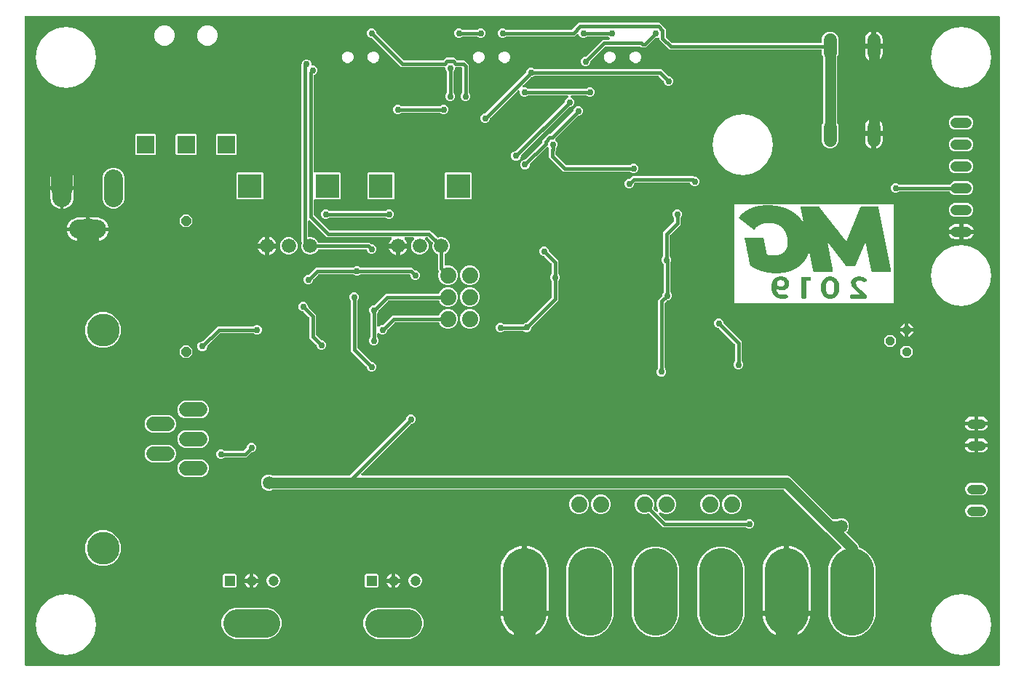
<source format=gbr>
G04 EAGLE Gerber X2 export*
%TF.Part,Single*%
%TF.FileFunction,Copper,L2,Bot,Mixed*%
%TF.FilePolarity,Positive*%
%TF.GenerationSoftware,Autodesk,EAGLE,9.1.2*%
%TF.CreationDate,2019-11-04T22:46:01Z*%
G75*
%MOMM*%
%FSLAX34Y34*%
%LPD*%
%AMOC8*
5,1,8,0,0,1.08239X$1,22.5*%
G01*
%ADD10P,1.099708X8X112.500000*%
%ADD11C,1.117600*%
%ADD12C,1.219200*%
%ADD13C,3.810000*%
%ADD14P,1.209679X8X292.500000*%
%ADD15C,1.676400*%
%ADD16R,2.800000X2.800000*%
%ADD17C,1.676400*%
%ADD18R,2.053200X2.053200*%
%ADD19C,1.524000*%
%ADD20R,1.203200X1.203200*%
%ADD21C,1.203200*%
%ADD22C,1.879600*%
%ADD23C,5.080000*%
%ADD24C,3.302000*%
%ADD25C,2.184400*%
%ADD26C,0.756400*%
%ADD27C,0.406400*%
%ADD28C,1.270000*%
%ADD29C,2.540000*%
%ADD30C,1.500000*%

G36*
X1135662Y2544D02*
X1135662Y2544D01*
X1135688Y2542D01*
X1135835Y2564D01*
X1135982Y2581D01*
X1136007Y2589D01*
X1136033Y2593D01*
X1136171Y2648D01*
X1136310Y2698D01*
X1136332Y2712D01*
X1136357Y2722D01*
X1136478Y2807D01*
X1136603Y2887D01*
X1136621Y2906D01*
X1136643Y2921D01*
X1136742Y3031D01*
X1136845Y3138D01*
X1136859Y3160D01*
X1136876Y3180D01*
X1136948Y3310D01*
X1137024Y3437D01*
X1137032Y3462D01*
X1137045Y3485D01*
X1137085Y3628D01*
X1137130Y3769D01*
X1137132Y3795D01*
X1137140Y3820D01*
X1137159Y4064D01*
X1137159Y757836D01*
X1137156Y757862D01*
X1137158Y757888D01*
X1137136Y758035D01*
X1137119Y758182D01*
X1137111Y758207D01*
X1137107Y758233D01*
X1137052Y758371D01*
X1137002Y758510D01*
X1136988Y758532D01*
X1136978Y758557D01*
X1136893Y758678D01*
X1136813Y758803D01*
X1136794Y758821D01*
X1136779Y758843D01*
X1136669Y758942D01*
X1136562Y759045D01*
X1136540Y759059D01*
X1136520Y759076D01*
X1136390Y759148D01*
X1136263Y759224D01*
X1136238Y759232D01*
X1136215Y759245D01*
X1136072Y759285D01*
X1135931Y759330D01*
X1135905Y759332D01*
X1135880Y759340D01*
X1135636Y759359D01*
X4064Y759359D01*
X4038Y759356D01*
X4012Y759358D01*
X3865Y759336D01*
X3718Y759319D01*
X3693Y759311D01*
X3667Y759307D01*
X3529Y759252D01*
X3390Y759202D01*
X3368Y759188D01*
X3343Y759178D01*
X3222Y759093D01*
X3097Y759013D01*
X3079Y758994D01*
X3057Y758979D01*
X2958Y758869D01*
X2855Y758762D01*
X2841Y758740D01*
X2824Y758720D01*
X2752Y758590D01*
X2676Y758463D01*
X2668Y758438D01*
X2655Y758415D01*
X2615Y758272D01*
X2570Y758131D01*
X2568Y758105D01*
X2560Y758080D01*
X2541Y757836D01*
X2541Y4064D01*
X2544Y4038D01*
X2542Y4012D01*
X2564Y3865D01*
X2581Y3718D01*
X2589Y3693D01*
X2593Y3667D01*
X2648Y3529D01*
X2698Y3390D01*
X2712Y3368D01*
X2722Y3343D01*
X2807Y3222D01*
X2887Y3097D01*
X2906Y3079D01*
X2921Y3057D01*
X3031Y2958D01*
X3138Y2855D01*
X3160Y2841D01*
X3180Y2824D01*
X3310Y2752D01*
X3437Y2676D01*
X3462Y2668D01*
X3485Y2655D01*
X3628Y2615D01*
X3769Y2570D01*
X3795Y2568D01*
X3820Y2560D01*
X4064Y2541D01*
X1135636Y2541D01*
X1135662Y2544D01*
G37*
%LPC*%
G36*
X828837Y424841D02*
X828837Y424841D01*
X828836Y424842D01*
X828836Y429575D01*
X828836Y440713D01*
X828836Y446225D01*
X828836Y455389D01*
X828836Y459207D01*
X828836Y470911D01*
X828836Y472471D01*
X828836Y476557D01*
X828836Y476558D01*
X828836Y476705D01*
X828836Y479379D01*
X828836Y479380D01*
X828836Y479527D01*
X828836Y483611D01*
X828836Y485171D01*
X828836Y489257D01*
X828836Y489258D01*
X828836Y489405D01*
X828836Y492079D01*
X828836Y492080D01*
X828836Y492227D01*
X828836Y496311D01*
X828836Y497871D01*
X828836Y503367D01*
X828836Y503799D01*
X828836Y538645D01*
X828836Y539709D01*
X828837Y539709D01*
X1013978Y539709D01*
X1013978Y424842D01*
X1013978Y424841D01*
X828837Y424841D01*
G37*
%LPD*%
%LPC*%
G36*
X961622Y36321D02*
X961622Y36321D01*
X954709Y38173D01*
X948512Y41752D01*
X943452Y46812D01*
X939873Y53009D01*
X938021Y59922D01*
X938021Y117878D01*
X939873Y124791D01*
X943452Y130988D01*
X948512Y136048D01*
X952400Y138293D01*
X952441Y138323D01*
X952486Y138347D01*
X952580Y138427D01*
X952679Y138501D01*
X952712Y138539D01*
X952751Y138573D01*
X952825Y138672D01*
X952905Y138766D01*
X952928Y138812D01*
X952958Y138853D01*
X953007Y138966D01*
X953064Y139076D01*
X953076Y139126D01*
X953096Y139173D01*
X953118Y139294D01*
X953148Y139415D01*
X953149Y139466D01*
X953158Y139516D01*
X953152Y139639D01*
X953154Y139763D01*
X953143Y139813D01*
X953140Y139864D01*
X953106Y139983D01*
X953080Y140104D01*
X953058Y140150D01*
X953044Y140199D01*
X952983Y140307D01*
X952930Y140418D01*
X952898Y140458D01*
X952874Y140503D01*
X952773Y140621D01*
X952760Y140640D01*
X952747Y140652D01*
X952715Y140689D01*
X935410Y157995D01*
X932695Y160709D01*
X932695Y160710D01*
X886079Y207325D01*
X885980Y207404D01*
X885886Y207488D01*
X885844Y207512D01*
X885806Y207542D01*
X885692Y207596D01*
X885581Y207657D01*
X885535Y207670D01*
X885491Y207691D01*
X885368Y207717D01*
X885246Y207752D01*
X885185Y207757D01*
X885150Y207764D01*
X885102Y207763D01*
X885002Y207771D01*
X291945Y207771D01*
X291943Y207771D01*
X291941Y207771D01*
X291764Y207750D01*
X291599Y207731D01*
X291597Y207731D01*
X291595Y207730D01*
X291362Y207655D01*
X288866Y206621D01*
X285174Y206621D01*
X281764Y208034D01*
X279154Y210644D01*
X277741Y214054D01*
X277741Y217746D01*
X279154Y221156D01*
X281764Y223766D01*
X285174Y225179D01*
X288866Y225179D01*
X291362Y224145D01*
X291364Y224144D01*
X291366Y224143D01*
X291528Y224097D01*
X291697Y224049D01*
X291699Y224049D01*
X291701Y224048D01*
X291945Y224029D01*
X380569Y224029D01*
X380694Y224043D01*
X380820Y224050D01*
X380867Y224063D01*
X380915Y224069D01*
X381034Y224111D01*
X381155Y224146D01*
X381197Y224170D01*
X381243Y224186D01*
X381349Y224255D01*
X381459Y224316D01*
X381506Y224356D01*
X381536Y224375D01*
X381569Y224410D01*
X381646Y224475D01*
X446113Y288942D01*
X446192Y289041D01*
X446276Y289135D01*
X446300Y289178D01*
X446330Y289215D01*
X446384Y289330D01*
X446445Y289440D01*
X446458Y289487D01*
X446479Y289530D01*
X446505Y289654D01*
X446540Y289776D01*
X446545Y289836D01*
X446552Y289871D01*
X446551Y289919D01*
X446559Y290019D01*
X446559Y290666D01*
X447406Y292710D01*
X448970Y294274D01*
X451014Y295121D01*
X453226Y295121D01*
X455270Y294274D01*
X456834Y292710D01*
X457681Y290666D01*
X457681Y288454D01*
X456834Y286410D01*
X455270Y284846D01*
X453226Y283999D01*
X452579Y283999D01*
X452454Y283985D01*
X452328Y283978D01*
X452281Y283965D01*
X452233Y283959D01*
X452114Y283917D01*
X451993Y283882D01*
X451951Y283858D01*
X451905Y283842D01*
X451799Y283773D01*
X451689Y283712D01*
X451642Y283672D01*
X451612Y283653D01*
X451579Y283618D01*
X451502Y283553D01*
X394578Y226629D01*
X394516Y226551D01*
X394446Y226478D01*
X394408Y226414D01*
X394362Y226356D01*
X394319Y226265D01*
X394267Y226179D01*
X394245Y226108D01*
X394213Y226041D01*
X394192Y225943D01*
X394161Y225847D01*
X394155Y225773D01*
X394139Y225700D01*
X394141Y225600D01*
X394133Y225500D01*
X394144Y225426D01*
X394145Y225352D01*
X394170Y225255D01*
X394185Y225155D01*
X394212Y225086D01*
X394230Y225014D01*
X394276Y224924D01*
X394313Y224831D01*
X394356Y224770D01*
X394390Y224704D01*
X394455Y224627D01*
X394512Y224545D01*
X394568Y224495D01*
X394616Y224439D01*
X394697Y224379D01*
X394771Y224312D01*
X394836Y224276D01*
X394896Y224231D01*
X394988Y224192D01*
X395076Y224143D01*
X395148Y224123D01*
X395216Y224093D01*
X395315Y224076D01*
X395412Y224048D01*
X395512Y224040D01*
X395559Y224032D01*
X395595Y224034D01*
X395655Y224029D01*
X890617Y224029D01*
X893605Y222791D01*
X942721Y173675D01*
X942820Y173596D01*
X942914Y173512D01*
X942956Y173488D01*
X942994Y173458D01*
X943108Y173404D01*
X943219Y173343D01*
X943265Y173330D01*
X943309Y173309D01*
X943432Y173283D01*
X943554Y173248D01*
X943615Y173243D01*
X943650Y173236D01*
X943698Y173237D01*
X943798Y173229D01*
X947575Y173229D01*
X947577Y173229D01*
X947579Y173229D01*
X947750Y173249D01*
X947921Y173269D01*
X947923Y173269D01*
X947925Y173270D01*
X948158Y173345D01*
X950654Y174379D01*
X954346Y174379D01*
X957756Y172966D01*
X960366Y170356D01*
X961779Y166946D01*
X961779Y163254D01*
X960366Y159844D01*
X959536Y159014D01*
X959520Y158993D01*
X959500Y158976D01*
X959412Y158857D01*
X959319Y158741D01*
X959308Y158717D01*
X959293Y158696D01*
X959234Y158560D01*
X959170Y158426D01*
X959165Y158400D01*
X959155Y158376D01*
X959128Y158230D01*
X959097Y158085D01*
X959098Y158059D01*
X959093Y158033D01*
X959101Y157885D01*
X959103Y157737D01*
X959109Y157711D01*
X959111Y157685D01*
X959152Y157543D01*
X959188Y157399D01*
X959200Y157375D01*
X959207Y157350D01*
X959280Y157221D01*
X959348Y157089D01*
X959365Y157069D01*
X959378Y157046D01*
X959484Y156921D01*
X959495Y156905D01*
X959505Y156896D01*
X959536Y156860D01*
X969590Y146805D01*
X972091Y144305D01*
X973346Y141274D01*
X973349Y141251D01*
X973369Y141082D01*
X973369Y141081D01*
X973369Y141079D01*
X973426Y140923D01*
X973486Y140754D01*
X973487Y140753D01*
X973487Y140751D01*
X973584Y140602D01*
X973675Y140461D01*
X973676Y140460D01*
X973677Y140459D01*
X973805Y140336D01*
X973926Y140219D01*
X973927Y140218D01*
X973928Y140217D01*
X974074Y140130D01*
X974225Y140040D01*
X974226Y140040D01*
X974227Y140039D01*
X974458Y139957D01*
X975691Y139627D01*
X981888Y136048D01*
X986948Y130988D01*
X990527Y124791D01*
X992379Y117878D01*
X992379Y59922D01*
X990527Y53009D01*
X986948Y46812D01*
X981888Y41752D01*
X975691Y38173D01*
X968778Y36321D01*
X961622Y36321D01*
G37*
%LPD*%
G36*
X882665Y459842D02*
X882665Y459842D01*
X882686Y459840D01*
X882797Y459862D01*
X882907Y459879D01*
X882926Y459888D01*
X882947Y459892D01*
X882985Y459916D01*
X883147Y459994D01*
X883229Y460071D01*
X883273Y460099D01*
X883294Y460121D01*
X884905Y460121D01*
X884926Y460124D01*
X884947Y460122D01*
X885057Y460144D01*
X885168Y460160D01*
X885187Y460170D01*
X885207Y460174D01*
X885246Y460198D01*
X885407Y460276D01*
X885490Y460353D01*
X885533Y460381D01*
X885555Y460403D01*
X886604Y460403D01*
X886625Y460406D01*
X886646Y460404D01*
X886756Y460426D01*
X886867Y460442D01*
X886886Y460452D01*
X886907Y460456D01*
X886945Y460480D01*
X887106Y460558D01*
X887189Y460635D01*
X887232Y460663D01*
X887257Y460687D01*
X888004Y460687D01*
X888025Y460690D01*
X888046Y460688D01*
X888156Y460710D01*
X888267Y460727D01*
X888286Y460736D01*
X888306Y460740D01*
X888345Y460765D01*
X888506Y460843D01*
X888588Y460920D01*
X888632Y460947D01*
X888654Y460969D01*
X889426Y460969D01*
X889447Y460972D01*
X889468Y460970D01*
X889578Y460992D01*
X889689Y461009D01*
X889708Y461018D01*
X889729Y461022D01*
X889767Y461047D01*
X889928Y461125D01*
X890011Y461202D01*
X890054Y461229D01*
X890076Y461251D01*
X890264Y461251D01*
X890285Y461254D01*
X890306Y461252D01*
X890417Y461274D01*
X890527Y461291D01*
X890546Y461300D01*
X890567Y461304D01*
X890605Y461329D01*
X890767Y461407D01*
X890849Y461483D01*
X890893Y461511D01*
X890914Y461533D01*
X891408Y461533D01*
X891428Y461536D01*
X891449Y461534D01*
X891560Y461556D01*
X891670Y461573D01*
X891689Y461582D01*
X891710Y461586D01*
X891748Y461611D01*
X891910Y461688D01*
X891992Y461765D01*
X892036Y461793D01*
X892057Y461815D01*
X892246Y461815D01*
X892266Y461818D01*
X892287Y461816D01*
X892398Y461838D01*
X892509Y461855D01*
X892527Y461864D01*
X892548Y461868D01*
X892587Y461892D01*
X892748Y461970D01*
X892830Y462047D01*
X892874Y462075D01*
X892896Y462097D01*
X893084Y462097D01*
X893105Y462100D01*
X893126Y462098D01*
X893236Y462120D01*
X893347Y462137D01*
X893366Y462146D01*
X893386Y462150D01*
X893425Y462174D01*
X893586Y462252D01*
X893668Y462329D01*
X893712Y462357D01*
X893734Y462379D01*
X893947Y462379D01*
X893968Y462382D01*
X893989Y462380D01*
X894100Y462402D01*
X894210Y462419D01*
X894229Y462428D01*
X894250Y462432D01*
X894288Y462456D01*
X894450Y462534D01*
X894532Y462611D01*
X894576Y462639D01*
X894611Y462674D01*
X894658Y462684D01*
X894769Y462700D01*
X894788Y462710D01*
X894809Y462714D01*
X894847Y462738D01*
X895008Y462816D01*
X895091Y462893D01*
X895134Y462921D01*
X895156Y462943D01*
X895342Y462943D01*
X895363Y462946D01*
X895384Y462944D01*
X895494Y462966D01*
X895605Y462982D01*
X895624Y462992D01*
X895644Y462996D01*
X895683Y463020D01*
X895844Y463098D01*
X895926Y463175D01*
X895970Y463203D01*
X896008Y463241D01*
X896055Y463250D01*
X896166Y463267D01*
X896185Y463276D01*
X896206Y463280D01*
X896244Y463305D01*
X896405Y463383D01*
X896488Y463460D01*
X896531Y463487D01*
X896560Y463516D01*
X896640Y463532D01*
X896750Y463549D01*
X896769Y463558D01*
X896790Y463562D01*
X896828Y463587D01*
X896990Y463665D01*
X897072Y463742D01*
X897116Y463769D01*
X897151Y463805D01*
X897198Y463814D01*
X897309Y463831D01*
X897328Y463840D01*
X897349Y463844D01*
X897387Y463869D01*
X897548Y463947D01*
X897631Y464023D01*
X897674Y464051D01*
X897710Y464086D01*
X897757Y464096D01*
X897868Y464113D01*
X897887Y464122D01*
X897907Y464126D01*
X897946Y464151D01*
X898107Y464228D01*
X898190Y464305D01*
X898233Y464333D01*
X898269Y464368D01*
X898316Y464378D01*
X898427Y464395D01*
X898446Y464404D01*
X898466Y464408D01*
X898505Y464432D01*
X898666Y464510D01*
X898749Y464587D01*
X898792Y464615D01*
X898827Y464650D01*
X898875Y464660D01*
X898985Y464677D01*
X899004Y464686D01*
X899025Y464690D01*
X899064Y464714D01*
X899225Y464792D01*
X899307Y464869D01*
X899351Y464897D01*
X899380Y464926D01*
X899459Y464942D01*
X899570Y464959D01*
X899589Y464968D01*
X899609Y464972D01*
X899648Y464996D01*
X899809Y465074D01*
X899891Y465151D01*
X899935Y465179D01*
X899970Y465214D01*
X900018Y465224D01*
X900129Y465240D01*
X900147Y465250D01*
X900168Y465254D01*
X900207Y465278D01*
X900368Y465356D01*
X900450Y465433D01*
X900494Y465461D01*
X900530Y465497D01*
X900574Y465506D01*
X900685Y465522D01*
X900704Y465532D01*
X900724Y465536D01*
X900763Y465560D01*
X900924Y465638D01*
X901007Y465715D01*
X901050Y465743D01*
X901093Y465786D01*
X901100Y465796D01*
X901116Y465811D01*
X901122Y465816D01*
X901124Y465820D01*
X901367Y466063D01*
X901415Y466072D01*
X901526Y466089D01*
X901544Y466098D01*
X901565Y466102D01*
X901604Y466127D01*
X901765Y466205D01*
X901847Y466282D01*
X901891Y466309D01*
X902067Y466485D01*
X902070Y466487D01*
X902152Y466563D01*
X902196Y466591D01*
X902231Y466627D01*
X902278Y466636D01*
X902389Y466653D01*
X902408Y466662D01*
X902429Y466666D01*
X902467Y466691D01*
X902628Y466768D01*
X902711Y466845D01*
X902754Y466873D01*
X902795Y466914D01*
X902802Y466923D01*
X902818Y466939D01*
X902824Y466944D01*
X902826Y466947D01*
X903069Y467190D01*
X903116Y467200D01*
X903227Y467217D01*
X903246Y467226D01*
X903267Y467230D01*
X903305Y467254D01*
X903467Y467332D01*
X903549Y467409D01*
X903592Y467437D01*
X903633Y467477D01*
X903640Y467487D01*
X903655Y467502D01*
X903662Y467508D01*
X903664Y467511D01*
X903913Y467760D01*
X903920Y467769D01*
X903935Y467785D01*
X903941Y467790D01*
X903944Y467793D01*
X904181Y468030D01*
X904257Y468046D01*
X904368Y468062D01*
X904387Y468072D01*
X904407Y468076D01*
X904446Y468100D01*
X904607Y468178D01*
X904689Y468255D01*
X904733Y468283D01*
X904776Y468326D01*
X904783Y468335D01*
X904799Y468351D01*
X904805Y468356D01*
X904807Y468360D01*
X905056Y468608D01*
X905063Y468618D01*
X905078Y468633D01*
X905084Y468638D01*
X905087Y468642D01*
X905335Y468890D01*
X905342Y468900D01*
X905357Y468915D01*
X905364Y468920D01*
X905366Y468924D01*
X905614Y469172D01*
X905621Y469181D01*
X905637Y469197D01*
X905643Y469202D01*
X905645Y469205D01*
X905894Y469454D01*
X905901Y469463D01*
X905916Y469479D01*
X905923Y469484D01*
X905925Y469487D01*
X906173Y469736D01*
X906180Y469745D01*
X906195Y469760D01*
X906202Y469766D01*
X906204Y469769D01*
X906453Y470018D01*
X906460Y470027D01*
X906475Y470043D01*
X906481Y470048D01*
X906484Y470051D01*
X906732Y470300D01*
X906739Y470309D01*
X906755Y470325D01*
X906761Y470330D01*
X906763Y470333D01*
X907163Y470733D01*
X907230Y470795D01*
X907273Y470823D01*
X907316Y470866D01*
X907323Y470876D01*
X907339Y470891D01*
X907345Y470896D01*
X907347Y470900D01*
X907596Y471148D01*
X907603Y471158D01*
X907618Y471173D01*
X907624Y471178D01*
X907627Y471182D01*
X907875Y471430D01*
X907882Y471440D01*
X907897Y471455D01*
X907904Y471460D01*
X907906Y471464D01*
X908154Y471712D01*
X908161Y471721D01*
X908177Y471737D01*
X908183Y471742D01*
X908185Y471745D01*
X908434Y471994D01*
X908441Y472003D01*
X908456Y472019D01*
X908463Y472024D01*
X908465Y472027D01*
X908713Y472276D01*
X908720Y472285D01*
X908736Y472301D01*
X908742Y472306D01*
X908744Y472309D01*
X908993Y472558D01*
X909000Y472567D01*
X909015Y472583D01*
X909021Y472588D01*
X909024Y472591D01*
X909272Y472840D01*
X909284Y472856D01*
X909301Y472870D01*
X909363Y472963D01*
X909430Y473054D01*
X909437Y473073D01*
X909448Y473091D01*
X909458Y473135D01*
X909517Y473305D01*
X909519Y473374D01*
X909687Y473541D01*
X909690Y473543D01*
X909772Y473619D01*
X909815Y473647D01*
X909856Y473688D01*
X909863Y473697D01*
X909878Y473713D01*
X909885Y473718D01*
X909887Y473722D01*
X910136Y473970D01*
X910148Y473987D01*
X910164Y474000D01*
X910227Y474094D01*
X910293Y474184D01*
X910300Y474204D01*
X910312Y474221D01*
X910322Y474266D01*
X910381Y474435D01*
X910383Y474502D01*
X910415Y474534D01*
X910422Y474543D01*
X910438Y474559D01*
X910444Y474564D01*
X910446Y474567D01*
X910694Y474816D01*
X910707Y474833D01*
X910723Y474846D01*
X910786Y474939D01*
X910852Y475030D01*
X910859Y475049D01*
X910871Y475067D01*
X910881Y475111D01*
X910939Y475281D01*
X910942Y475347D01*
X910974Y475379D01*
X910981Y475389D01*
X910996Y475404D01*
X911003Y475410D01*
X911005Y475413D01*
X911253Y475661D01*
X911266Y475678D01*
X911282Y475692D01*
X911344Y475785D01*
X911411Y475875D01*
X911418Y475895D01*
X911429Y475913D01*
X911439Y475957D01*
X911498Y476126D01*
X911501Y476196D01*
X911533Y476228D01*
X911540Y476238D01*
X911555Y476253D01*
X911561Y476258D01*
X911564Y476262D01*
X911812Y476510D01*
X911824Y476527D01*
X911841Y476540D01*
X911903Y476634D01*
X911970Y476724D01*
X911977Y476744D01*
X911988Y476761D01*
X911998Y476806D01*
X912057Y476975D01*
X912059Y477042D01*
X912117Y477099D01*
X912129Y477116D01*
X912146Y477129D01*
X912208Y477223D01*
X912274Y477313D01*
X912281Y477333D01*
X912293Y477350D01*
X912303Y477395D01*
X912362Y477564D01*
X912363Y477605D01*
X912396Y477638D01*
X912409Y477654D01*
X912425Y477668D01*
X912487Y477761D01*
X912554Y477851D01*
X912561Y477871D01*
X912572Y477889D01*
X912582Y477933D01*
X912641Y478103D01*
X912644Y478169D01*
X912676Y478201D01*
X912688Y478218D01*
X912704Y478232D01*
X912767Y478325D01*
X912833Y478415D01*
X912840Y478435D01*
X912852Y478453D01*
X912862Y478497D01*
X912921Y478666D01*
X912923Y478736D01*
X912955Y478768D01*
X912967Y478785D01*
X912984Y478798D01*
X912999Y478820D01*
X913004Y478825D01*
X913015Y478845D01*
X913046Y478892D01*
X913113Y478982D01*
X913120Y479002D01*
X913131Y479019D01*
X913141Y479064D01*
X913200Y479233D01*
X913202Y479300D01*
X913234Y479332D01*
X913247Y479349D01*
X913263Y479362D01*
X913326Y479455D01*
X913392Y479546D01*
X913399Y479566D01*
X913411Y479583D01*
X913421Y479628D01*
X913479Y479797D01*
X913482Y479864D01*
X913514Y479896D01*
X913526Y479913D01*
X913543Y479926D01*
X913605Y480019D01*
X913671Y480110D01*
X913678Y480129D01*
X913690Y480147D01*
X913700Y480192D01*
X913759Y480361D01*
X913761Y480427D01*
X913793Y480459D01*
X913806Y480476D01*
X913822Y480490D01*
X913844Y480522D01*
X913862Y480539D01*
X913896Y480599D01*
X913951Y480673D01*
X913958Y480693D01*
X913969Y480711D01*
X913976Y480738D01*
X913993Y480770D01*
X914010Y480843D01*
X914038Y480925D01*
X914040Y480979D01*
X914051Y481029D01*
X914048Y481065D01*
X914053Y481088D01*
X914053Y481090D01*
X914053Y481289D01*
X914073Y481308D01*
X914085Y481325D01*
X914101Y481338D01*
X914164Y481432D01*
X914230Y481522D01*
X914237Y481542D01*
X914249Y481559D01*
X914259Y481604D01*
X914318Y481773D01*
X914322Y481885D01*
X914333Y481936D01*
X914333Y482134D01*
X914352Y482154D01*
X914364Y482171D01*
X914381Y482184D01*
X914443Y482277D01*
X914510Y482368D01*
X914517Y482387D01*
X914528Y482405D01*
X914538Y482450D01*
X914597Y482619D01*
X914601Y482731D01*
X914612Y482782D01*
X914612Y482980D01*
X914657Y483025D01*
X914669Y483042D01*
X914686Y483055D01*
X914748Y483149D01*
X914814Y483239D01*
X914821Y483259D01*
X914833Y483276D01*
X914843Y483321D01*
X914902Y483490D01*
X914906Y483603D01*
X914917Y483653D01*
X914917Y483829D01*
X914936Y483848D01*
X914949Y483865D01*
X914965Y483878D01*
X915027Y483972D01*
X915094Y484062D01*
X915101Y484082D01*
X915112Y484099D01*
X915122Y484144D01*
X915181Y484313D01*
X915185Y484426D01*
X915196Y484476D01*
X915196Y484956D01*
X915197Y484957D01*
X915756Y484957D01*
X915757Y484956D01*
X915757Y484194D01*
X915760Y484173D01*
X915758Y484152D01*
X915780Y484042D01*
X915796Y483931D01*
X915806Y483912D01*
X915810Y483892D01*
X915834Y483853D01*
X915912Y483692D01*
X915989Y483609D01*
X916017Y483566D01*
X916036Y483547D01*
X916036Y482782D01*
X916039Y482761D01*
X916037Y482740D01*
X916059Y482630D01*
X916076Y482519D01*
X916085Y482500D01*
X916089Y482479D01*
X916114Y482441D01*
X916192Y482280D01*
X916268Y482197D01*
X916296Y482154D01*
X916315Y482134D01*
X916315Y481370D01*
X916319Y481349D01*
X916316Y481328D01*
X916338Y481218D01*
X916355Y481107D01*
X916364Y481088D01*
X916368Y481067D01*
X916393Y481029D01*
X916471Y480867D01*
X916548Y480785D01*
X916576Y480741D01*
X916595Y480722D01*
X916595Y479960D01*
X916598Y479939D01*
X916596Y479918D01*
X916618Y479808D01*
X916635Y479697D01*
X916644Y479678D01*
X916648Y479657D01*
X916672Y479619D01*
X916750Y479458D01*
X916827Y479375D01*
X916855Y479332D01*
X916874Y479313D01*
X916874Y478548D01*
X916877Y478527D01*
X916875Y478506D01*
X916897Y478396D01*
X916914Y478285D01*
X916923Y478266D01*
X916927Y478245D01*
X916952Y478207D01*
X917030Y478045D01*
X917107Y477963D01*
X917134Y477919D01*
X917154Y477900D01*
X917154Y477163D01*
X917157Y477143D01*
X917155Y477122D01*
X917177Y477011D01*
X917193Y476900D01*
X917203Y476882D01*
X917207Y476861D01*
X917231Y476822D01*
X917309Y476661D01*
X917386Y476579D01*
X917414Y476535D01*
X917458Y476491D01*
X917458Y475726D01*
X917462Y475705D01*
X917459Y475684D01*
X917481Y475574D01*
X917498Y475463D01*
X917507Y475444D01*
X917511Y475423D01*
X917536Y475385D01*
X917614Y475224D01*
X917691Y475141D01*
X917719Y475098D01*
X917738Y475078D01*
X917738Y474316D01*
X917741Y474295D01*
X917739Y474274D01*
X917761Y474164D01*
X917778Y474053D01*
X917787Y474034D01*
X917791Y474014D01*
X917815Y473975D01*
X917893Y473814D01*
X917970Y473731D01*
X917998Y473688D01*
X918017Y473669D01*
X918017Y472904D01*
X918020Y472883D01*
X918018Y472862D01*
X918040Y472752D01*
X918057Y472641D01*
X918066Y472622D01*
X918070Y472601D01*
X918095Y472563D01*
X918173Y472402D01*
X918250Y472319D01*
X918277Y472276D01*
X918297Y472256D01*
X918297Y471494D01*
X918300Y471473D01*
X918298Y471452D01*
X918320Y471342D01*
X918336Y471231D01*
X918345Y471212D01*
X918350Y471192D01*
X918374Y471153D01*
X918452Y470992D01*
X918529Y470909D01*
X918557Y470866D01*
X918576Y470847D01*
X918576Y469800D01*
X918579Y469779D01*
X918577Y469758D01*
X918599Y469648D01*
X918616Y469537D01*
X918625Y469518D01*
X918629Y469498D01*
X918654Y469459D01*
X918732Y469298D01*
X918808Y469215D01*
X918836Y469172D01*
X918855Y469153D01*
X918855Y468388D01*
X918859Y468367D01*
X918856Y468346D01*
X918878Y468236D01*
X918895Y468125D01*
X918904Y468106D01*
X918908Y468085D01*
X918933Y468047D01*
X919011Y467885D01*
X919088Y467803D01*
X919116Y467759D01*
X919135Y467740D01*
X919135Y466978D01*
X919138Y466957D01*
X919136Y466936D01*
X919158Y466826D01*
X919175Y466715D01*
X919184Y466696D01*
X919188Y466676D01*
X919212Y466637D01*
X919290Y466476D01*
X919367Y466393D01*
X919395Y466350D01*
X919414Y466331D01*
X919414Y465566D01*
X919417Y465545D01*
X919415Y465524D01*
X919437Y465414D01*
X919454Y465303D01*
X919463Y465284D01*
X919467Y465263D01*
X919492Y465225D01*
X919570Y465064D01*
X919647Y464981D01*
X919674Y464938D01*
X919694Y464918D01*
X919694Y464181D01*
X919697Y464161D01*
X919695Y464140D01*
X919717Y464029D01*
X919733Y463919D01*
X919743Y463900D01*
X919747Y463879D01*
X919771Y463841D01*
X919849Y463679D01*
X919926Y463597D01*
X919954Y463553D01*
X919998Y463509D01*
X919998Y462744D01*
X920002Y462723D01*
X919999Y462702D01*
X920021Y462592D01*
X920038Y462481D01*
X920047Y462462D01*
X920051Y462441D01*
X920076Y462403D01*
X920154Y462242D01*
X920231Y462159D01*
X920259Y462116D01*
X920399Y461976D01*
X920401Y461971D01*
X920420Y461947D01*
X920433Y461919D01*
X920503Y461844D01*
X920568Y461764D01*
X920594Y461747D01*
X920615Y461725D01*
X920704Y461674D01*
X920789Y461617D01*
X920813Y461612D01*
X920845Y461593D01*
X921105Y461535D01*
X921143Y461538D01*
X921166Y461533D01*
X942248Y461533D01*
X942350Y461548D01*
X942452Y461557D01*
X942480Y461568D01*
X942511Y461573D01*
X942603Y461617D01*
X942699Y461656D01*
X942723Y461675D01*
X942750Y461688D01*
X942825Y461759D01*
X942905Y461823D01*
X942922Y461849D01*
X942945Y461870D01*
X942995Y461959D01*
X943052Y462044D01*
X943058Y462068D01*
X943076Y462101D01*
X943134Y462360D01*
X943131Y462398D01*
X943136Y462421D01*
X943136Y463595D01*
X943136Y463707D01*
X943133Y463727D01*
X943135Y463748D01*
X943113Y463858D01*
X943097Y463969D01*
X943087Y463988D01*
X943083Y464009D01*
X943059Y464047D01*
X942981Y464209D01*
X942904Y464291D01*
X942876Y464335D01*
X942857Y464354D01*
X942857Y465004D01*
X942857Y465093D01*
X942854Y465114D01*
X942856Y465135D01*
X942834Y465245D01*
X942817Y465356D01*
X942808Y465375D01*
X942804Y465396D01*
X942779Y465434D01*
X942701Y465595D01*
X942624Y465678D01*
X942597Y465721D01*
X942552Y465766D01*
X942552Y466529D01*
X942549Y466549D01*
X942551Y466570D01*
X942529Y466680D01*
X942512Y466791D01*
X942503Y466810D01*
X942499Y466831D01*
X942475Y466869D01*
X942397Y467031D01*
X942320Y467113D01*
X942292Y467157D01*
X942273Y467176D01*
X942273Y467941D01*
X942270Y467961D01*
X942272Y467982D01*
X942250Y468093D01*
X942233Y468204D01*
X942224Y468222D01*
X942220Y468243D01*
X942195Y468282D01*
X942117Y468443D01*
X942040Y468525D01*
X942013Y468569D01*
X941993Y468588D01*
X941993Y469350D01*
X941990Y469371D01*
X941992Y469392D01*
X941970Y469502D01*
X941954Y469613D01*
X941944Y469632D01*
X941940Y469653D01*
X941916Y469691D01*
X941838Y469853D01*
X941761Y469935D01*
X941733Y469979D01*
X941714Y469998D01*
X941714Y470763D01*
X941711Y470783D01*
X941713Y470804D01*
X941691Y470915D01*
X941674Y471026D01*
X941665Y471044D01*
X941661Y471065D01*
X941636Y471104D01*
X941558Y471265D01*
X941481Y471347D01*
X941454Y471391D01*
X941435Y471410D01*
X941435Y471888D01*
X941435Y472454D01*
X941431Y472475D01*
X941434Y472496D01*
X941412Y472606D01*
X941395Y472717D01*
X941386Y472736D01*
X941381Y472757D01*
X941357Y472795D01*
X941279Y472956D01*
X941202Y473039D01*
X941174Y473082D01*
X941155Y473102D01*
X941155Y473867D01*
X941152Y473887D01*
X941154Y473908D01*
X941132Y474019D01*
X941115Y474129D01*
X941106Y474148D01*
X941102Y474169D01*
X941078Y474207D01*
X941000Y474369D01*
X940923Y474451D01*
X940895Y474495D01*
X940876Y474514D01*
X940876Y475279D01*
X940873Y475300D01*
X940875Y475320D01*
X940853Y475431D01*
X940836Y475542D01*
X940827Y475560D01*
X940823Y475581D01*
X940798Y475620D01*
X940720Y475781D01*
X940643Y475863D01*
X940616Y475907D01*
X940596Y475926D01*
X940596Y476689D01*
X940593Y476709D01*
X940595Y476730D01*
X940573Y476840D01*
X940557Y476951D01*
X940547Y476970D01*
X940543Y476991D01*
X940519Y477029D01*
X940441Y477191D01*
X940364Y477273D01*
X940336Y477317D01*
X940317Y477336D01*
X940317Y477814D01*
X940317Y478075D01*
X940314Y478096D01*
X940316Y478117D01*
X940294Y478227D01*
X940277Y478338D01*
X940268Y478357D01*
X940264Y478378D01*
X940239Y478416D01*
X940161Y478577D01*
X940084Y478660D01*
X940057Y478703D01*
X940012Y478748D01*
X940012Y479226D01*
X940012Y479510D01*
X940009Y479531D01*
X940011Y479552D01*
X939989Y479662D01*
X939972Y479773D01*
X939963Y479792D01*
X939959Y479813D01*
X939935Y479851D01*
X939857Y480013D01*
X939780Y480095D01*
X939752Y480139D01*
X939733Y480158D01*
X939733Y480354D01*
X939733Y480923D01*
X939730Y480943D01*
X939732Y480964D01*
X939710Y481075D01*
X939693Y481186D01*
X939684Y481204D01*
X939680Y481225D01*
X939655Y481264D01*
X939577Y481425D01*
X939500Y481507D01*
X939473Y481551D01*
X939453Y481570D01*
X939453Y481766D01*
X939453Y482614D01*
X939450Y482635D01*
X939452Y482656D01*
X939430Y482766D01*
X939414Y482877D01*
X939404Y482896D01*
X939400Y482917D01*
X939376Y482955D01*
X939298Y483116D01*
X939221Y483199D01*
X939193Y483242D01*
X939174Y483262D01*
X939174Y484027D01*
X939171Y484047D01*
X939173Y484068D01*
X939151Y484179D01*
X939134Y484289D01*
X939125Y484308D01*
X939121Y484329D01*
X939096Y484367D01*
X939018Y484529D01*
X938941Y484611D01*
X938914Y484655D01*
X938895Y484674D01*
X938895Y485152D01*
X938895Y485439D01*
X938891Y485459D01*
X938894Y485480D01*
X938872Y485591D01*
X938855Y485702D01*
X938846Y485720D01*
X938841Y485741D01*
X938817Y485780D01*
X938739Y485941D01*
X938662Y486023D01*
X938634Y486067D01*
X938615Y486086D01*
X938615Y486848D01*
X938612Y486869D01*
X938614Y486890D01*
X938592Y487000D01*
X938575Y487111D01*
X938566Y487130D01*
X938562Y487151D01*
X938538Y487189D01*
X938460Y487351D01*
X938383Y487433D01*
X938355Y487477D01*
X938336Y487496D01*
X938336Y488261D01*
X938333Y488282D01*
X938335Y488302D01*
X938318Y488384D01*
X938312Y488463D01*
X938301Y488490D01*
X938296Y488524D01*
X938287Y488543D01*
X938283Y488563D01*
X938258Y488602D01*
X938247Y488626D01*
X938213Y488709D01*
X938196Y488730D01*
X938180Y488763D01*
X938103Y488845D01*
X938076Y488889D01*
X938056Y488908D01*
X938056Y489670D01*
X938053Y489691D01*
X938055Y489712D01*
X938033Y489822D01*
X938017Y489933D01*
X938007Y489952D01*
X938003Y489973D01*
X937979Y490011D01*
X937901Y490173D01*
X937824Y490255D01*
X937796Y490298D01*
X937777Y490318D01*
X937777Y491339D01*
X937774Y491360D01*
X937776Y491381D01*
X937754Y491491D01*
X937737Y491602D01*
X937728Y491621D01*
X937724Y491642D01*
X937699Y491680D01*
X937621Y491841D01*
X937544Y491924D01*
X937517Y491967D01*
X937472Y492012D01*
X937472Y492490D01*
X937472Y492774D01*
X937469Y492795D01*
X937471Y492816D01*
X937449Y492926D01*
X937432Y493037D01*
X937423Y493056D01*
X937419Y493077D01*
X937395Y493115D01*
X937317Y493276D01*
X937240Y493359D01*
X937212Y493402D01*
X937193Y493422D01*
X937193Y493620D01*
X937193Y494187D01*
X937190Y494207D01*
X937192Y494228D01*
X937170Y494339D01*
X937153Y494449D01*
X937144Y494468D01*
X937140Y494489D01*
X937115Y494527D01*
X937037Y494689D01*
X936960Y494771D01*
X936933Y494815D01*
X936913Y494834D01*
X936913Y495030D01*
X936913Y495680D01*
X936914Y495681D01*
X937194Y495681D01*
X937450Y495425D01*
X937454Y495418D01*
X937492Y495380D01*
X937497Y495355D01*
X937513Y495244D01*
X937523Y495225D01*
X937527Y495205D01*
X937551Y495166D01*
X937629Y495005D01*
X937706Y494923D01*
X937734Y494879D01*
X938034Y494579D01*
X938039Y494572D01*
X938313Y494297D01*
X938318Y494290D01*
X938593Y494015D01*
X938597Y494008D01*
X938628Y493978D01*
X938640Y493918D01*
X938656Y493807D01*
X938666Y493788D01*
X938670Y493767D01*
X938694Y493729D01*
X938772Y493567D01*
X938849Y493485D01*
X938877Y493441D01*
X939152Y493166D01*
X939156Y493159D01*
X939431Y492885D01*
X939436Y492878D01*
X939466Y492847D01*
X939478Y492790D01*
X939495Y492679D01*
X939504Y492660D01*
X939508Y492639D01*
X939532Y492601D01*
X939610Y492440D01*
X939687Y492357D01*
X939715Y492314D01*
X939990Y492039D01*
X939994Y492032D01*
X940035Y491991D01*
X940052Y491979D01*
X940065Y491962D01*
X940130Y491919D01*
X940330Y491719D01*
X940339Y491674D01*
X940344Y491608D01*
X940353Y491587D01*
X940358Y491551D01*
X940367Y491532D01*
X940371Y491512D01*
X940396Y491473D01*
X940411Y491442D01*
X940443Y491361D01*
X940460Y491341D01*
X940474Y491312D01*
X940547Y491233D01*
X940553Y491227D01*
X940579Y491186D01*
X940849Y490916D01*
X940858Y490901D01*
X941133Y490626D01*
X941137Y490620D01*
X941168Y490589D01*
X941180Y490532D01*
X941196Y490421D01*
X941206Y490402D01*
X941210Y490381D01*
X941234Y490343D01*
X941312Y490182D01*
X941389Y490099D01*
X941417Y490056D01*
X941692Y489781D01*
X941696Y489774D01*
X941971Y489499D01*
X941976Y489492D01*
X942250Y489217D01*
X942255Y489210D01*
X942286Y489179D01*
X942297Y489122D01*
X942314Y489011D01*
X942323Y488992D01*
X942327Y488972D01*
X942352Y488933D01*
X942430Y488772D01*
X942507Y488689D01*
X942534Y488646D01*
X942577Y488603D01*
X942594Y488590D01*
X942608Y488574D01*
X942665Y488536D01*
X943114Y488086D01*
X943119Y488080D01*
X943149Y488049D01*
X943161Y487992D01*
X943178Y487881D01*
X943187Y487862D01*
X943191Y487841D01*
X943215Y487803D01*
X943293Y487642D01*
X943370Y487559D01*
X943398Y487516D01*
X943673Y487241D01*
X943677Y487234D01*
X943952Y486959D01*
X943957Y486952D01*
X943988Y486921D01*
X943999Y486864D01*
X944016Y486753D01*
X944025Y486734D01*
X944029Y486714D01*
X944054Y486675D01*
X944132Y486514D01*
X944208Y486431D01*
X944236Y486388D01*
X944511Y486113D01*
X944516Y486106D01*
X944786Y485835D01*
X944795Y485821D01*
X945070Y485546D01*
X945074Y485540D01*
X945112Y485502D01*
X945117Y485477D01*
X945133Y485366D01*
X945143Y485347D01*
X945147Y485327D01*
X945171Y485288D01*
X945249Y485127D01*
X945326Y485045D01*
X945354Y485001D01*
X945654Y484701D01*
X945659Y484694D01*
X945933Y484419D01*
X945938Y484412D01*
X945969Y484381D01*
X945980Y484324D01*
X945997Y484213D01*
X946006Y484194D01*
X946010Y484174D01*
X946035Y484135D01*
X946113Y483974D01*
X946190Y483891D01*
X946217Y483848D01*
X946492Y483573D01*
X946497Y483566D01*
X946767Y483295D01*
X946776Y483281D01*
X946807Y483251D01*
X946818Y483194D01*
X946835Y483083D01*
X946844Y483064D01*
X946848Y483043D01*
X946873Y483005D01*
X946951Y482844D01*
X947028Y482761D01*
X947056Y482718D01*
X947330Y482443D01*
X947335Y482436D01*
X947610Y482161D01*
X947614Y482154D01*
X947655Y482113D01*
X947672Y482101D01*
X947685Y482084D01*
X947750Y482041D01*
X947950Y481841D01*
X947961Y481784D01*
X947978Y481673D01*
X947987Y481654D01*
X947991Y481634D01*
X948016Y481595D01*
X948094Y481434D01*
X948171Y481351D01*
X948199Y481308D01*
X948473Y481033D01*
X948478Y481026D01*
X948748Y480755D01*
X948757Y480741D01*
X948788Y480711D01*
X948800Y480654D01*
X948816Y480543D01*
X948826Y480524D01*
X948830Y480503D01*
X948854Y480465D01*
X948932Y480304D01*
X949009Y480221D01*
X949037Y480178D01*
X949312Y479903D01*
X949316Y479896D01*
X949591Y479621D01*
X949596Y479614D01*
X949626Y479583D01*
X949638Y479526D01*
X949655Y479415D01*
X949664Y479396D01*
X949668Y479376D01*
X949692Y479337D01*
X949770Y479176D01*
X949847Y479093D01*
X949875Y479050D01*
X950150Y478775D01*
X950154Y478768D01*
X950195Y478727D01*
X950202Y478722D01*
X950204Y478719D01*
X950213Y478714D01*
X950225Y478699D01*
X950290Y478655D01*
X950730Y478215D01*
X950739Y478201D01*
X950769Y478171D01*
X950781Y478114D01*
X950798Y478003D01*
X950807Y477984D01*
X950811Y477963D01*
X950835Y477925D01*
X950913Y477763D01*
X950990Y477681D01*
X951018Y477637D01*
X951293Y477363D01*
X951297Y477356D01*
X951572Y477081D01*
X951577Y477074D01*
X951608Y477043D01*
X951619Y476986D01*
X951636Y476875D01*
X951645Y476856D01*
X951649Y476836D01*
X951674Y476797D01*
X951752Y476636D01*
X951828Y476553D01*
X951856Y476510D01*
X952131Y476235D01*
X952136Y476228D01*
X952410Y475953D01*
X952415Y475946D01*
X952445Y475916D01*
X952457Y475856D01*
X952474Y475745D01*
X952483Y475726D01*
X952487Y475705D01*
X952512Y475667D01*
X952590Y475505D01*
X952667Y475423D01*
X952694Y475380D01*
X952735Y475339D01*
X952752Y475326D01*
X952765Y475310D01*
X952830Y475267D01*
X953274Y474823D01*
X953279Y474816D01*
X953553Y474541D01*
X953558Y474534D01*
X953589Y474503D01*
X953600Y474446D01*
X953617Y474335D01*
X953626Y474316D01*
X953630Y474296D01*
X953655Y474257D01*
X953733Y474096D01*
X953810Y474013D01*
X953837Y473970D01*
X954112Y473695D01*
X954117Y473688D01*
X954392Y473413D01*
X954396Y473406D01*
X954426Y473376D01*
X954438Y473316D01*
X954455Y473205D01*
X954464Y473186D01*
X954468Y473165D01*
X954493Y473127D01*
X954571Y472965D01*
X954648Y472883D01*
X954676Y472840D01*
X954950Y472565D01*
X954955Y472558D01*
X955230Y472283D01*
X955234Y472276D01*
X955272Y472238D01*
X955277Y472213D01*
X955293Y472102D01*
X955303Y472083D01*
X955307Y472063D01*
X955331Y472024D01*
X955409Y471863D01*
X955486Y471781D01*
X955514Y471737D01*
X955814Y471437D01*
X955819Y471430D01*
X956093Y471155D01*
X956098Y471148D01*
X956373Y470873D01*
X956377Y470866D01*
X956408Y470836D01*
X956420Y470776D01*
X956436Y470665D01*
X956446Y470646D01*
X956450Y470625D01*
X956474Y470587D01*
X956552Y470425D01*
X956629Y470343D01*
X956657Y470299D01*
X956932Y470025D01*
X956936Y470018D01*
X957211Y469743D01*
X957216Y469736D01*
X957246Y469705D01*
X957258Y469648D01*
X957275Y469537D01*
X957284Y469518D01*
X957288Y469497D01*
X957312Y469459D01*
X957390Y469298D01*
X957467Y469215D01*
X957495Y469172D01*
X957770Y468897D01*
X957774Y468890D01*
X957815Y468849D01*
X957832Y468837D01*
X957845Y468820D01*
X957910Y468777D01*
X958120Y468567D01*
X958137Y468555D01*
X958150Y468539D01*
X958243Y468476D01*
X958334Y468410D01*
X958354Y468403D01*
X958371Y468391D01*
X958416Y468381D01*
X958585Y468322D01*
X958697Y468318D01*
X958748Y468307D01*
X968725Y468307D01*
X968746Y468310D01*
X968766Y468308D01*
X968877Y468330D01*
X968988Y468347D01*
X969007Y468356D01*
X969027Y468360D01*
X969066Y468385D01*
X969227Y468463D01*
X969309Y468539D01*
X969353Y468567D01*
X969394Y468608D01*
X969406Y468625D01*
X969423Y468638D01*
X969485Y468732D01*
X969551Y468822D01*
X969558Y468842D01*
X969570Y468859D01*
X969580Y468904D01*
X969639Y469073D01*
X969641Y469140D01*
X969673Y469172D01*
X969686Y469189D01*
X969702Y469202D01*
X969764Y469295D01*
X969831Y469386D01*
X969838Y469406D01*
X969849Y469423D01*
X969859Y469468D01*
X969918Y469637D01*
X969921Y469704D01*
X969953Y469736D01*
X969965Y469752D01*
X969981Y469766D01*
X970044Y469859D01*
X970110Y469950D01*
X970117Y469969D01*
X970129Y469987D01*
X970139Y470031D01*
X970198Y470201D01*
X970201Y470313D01*
X970213Y470364D01*
X970213Y470562D01*
X970232Y470581D01*
X970244Y470598D01*
X970261Y470612D01*
X970323Y470705D01*
X970390Y470795D01*
X970397Y470815D01*
X970408Y470833D01*
X970418Y470877D01*
X970477Y471046D01*
X970479Y471116D01*
X970537Y471173D01*
X970549Y471190D01*
X970566Y471203D01*
X970628Y471297D01*
X970694Y471387D01*
X970701Y471407D01*
X970713Y471425D01*
X970723Y471469D01*
X970782Y471638D01*
X970783Y471679D01*
X970816Y471712D01*
X970829Y471729D01*
X970845Y471742D01*
X970907Y471836D01*
X970974Y471926D01*
X970981Y471946D01*
X970992Y471963D01*
X971002Y472008D01*
X971061Y472177D01*
X971065Y472290D01*
X971076Y472340D01*
X971076Y472538D01*
X971096Y472557D01*
X971108Y472574D01*
X971124Y472588D01*
X971187Y472681D01*
X971253Y472771D01*
X971260Y472791D01*
X971272Y472809D01*
X971282Y472853D01*
X971341Y473023D01*
X971343Y473089D01*
X971375Y473121D01*
X971387Y473138D01*
X971404Y473152D01*
X971466Y473245D01*
X971533Y473335D01*
X971540Y473355D01*
X971551Y473373D01*
X971561Y473417D01*
X971620Y473586D01*
X971622Y473656D01*
X971654Y473688D01*
X971667Y473705D01*
X971683Y473718D01*
X971746Y473812D01*
X971812Y473902D01*
X971819Y473922D01*
X971831Y473939D01*
X971841Y473984D01*
X971899Y474153D01*
X971903Y474266D01*
X971915Y474316D01*
X971915Y474514D01*
X971934Y474534D01*
X971946Y474551D01*
X971963Y474564D01*
X972025Y474657D01*
X972091Y474748D01*
X972098Y474767D01*
X972110Y474785D01*
X972120Y474830D01*
X972179Y474999D01*
X972181Y475066D01*
X972213Y475098D01*
X972226Y475114D01*
X972242Y475128D01*
X972304Y475221D01*
X972371Y475312D01*
X972378Y475331D01*
X972389Y475349D01*
X972399Y475393D01*
X972458Y475563D01*
X972461Y475629D01*
X972493Y475661D01*
X972505Y475678D01*
X972521Y475692D01*
X972547Y475731D01*
X972561Y475743D01*
X972589Y475792D01*
X972650Y475875D01*
X972657Y475895D01*
X972669Y475913D01*
X972676Y475944D01*
X972693Y475974D01*
X972708Y476040D01*
X972738Y476126D01*
X972740Y476184D01*
X972751Y476234D01*
X972748Y476268D01*
X972753Y476289D01*
X972753Y476295D01*
X972753Y476491D01*
X972772Y476510D01*
X972784Y476527D01*
X972801Y476540D01*
X972863Y476634D01*
X972930Y476724D01*
X972937Y476744D01*
X972948Y476761D01*
X972958Y476806D01*
X973017Y476975D01*
X973019Y477042D01*
X973077Y477099D01*
X973089Y477116D01*
X973106Y477129D01*
X973168Y477223D01*
X973235Y477313D01*
X973241Y477333D01*
X973253Y477350D01*
X973263Y477395D01*
X973322Y477564D01*
X973323Y477605D01*
X973356Y477637D01*
X973369Y477654D01*
X973385Y477668D01*
X973447Y477761D01*
X973514Y477851D01*
X973521Y477871D01*
X973532Y477889D01*
X973542Y477933D01*
X973601Y478103D01*
X973605Y478215D01*
X973616Y478266D01*
X973616Y478467D01*
X973636Y478486D01*
X973648Y478503D01*
X973664Y478516D01*
X973727Y478610D01*
X973793Y478700D01*
X973800Y478720D01*
X973812Y478737D01*
X973822Y478782D01*
X973881Y478951D01*
X973883Y479018D01*
X973915Y479050D01*
X973927Y479067D01*
X973944Y479080D01*
X974006Y479173D01*
X974073Y479264D01*
X974080Y479284D01*
X974091Y479301D01*
X974101Y479346D01*
X974160Y479515D01*
X974162Y479582D01*
X974194Y479614D01*
X974207Y479631D01*
X974223Y479644D01*
X974286Y479737D01*
X974352Y479828D01*
X974359Y479847D01*
X974371Y479865D01*
X974381Y479910D01*
X974389Y479935D01*
X974395Y479944D01*
X974398Y479961D01*
X974439Y480079D01*
X974442Y480157D01*
X974452Y480203D01*
X974451Y480225D01*
X974455Y480242D01*
X974455Y480440D01*
X974474Y480459D01*
X974486Y480476D01*
X974503Y480490D01*
X974565Y480583D01*
X974631Y480673D01*
X974638Y480693D01*
X974650Y480711D01*
X974660Y480755D01*
X974719Y480925D01*
X974721Y480994D01*
X974753Y481026D01*
X974766Y481043D01*
X974782Y481056D01*
X974844Y481150D01*
X974911Y481240D01*
X974918Y481260D01*
X974929Y481277D01*
X974939Y481322D01*
X974998Y481491D01*
X975001Y481558D01*
X975033Y481590D01*
X975045Y481607D01*
X975061Y481620D01*
X975124Y481714D01*
X975190Y481804D01*
X975197Y481824D01*
X975209Y481841D01*
X975219Y481886D01*
X975278Y482055D01*
X975281Y482168D01*
X975293Y482218D01*
X975293Y482416D01*
X975312Y482436D01*
X975324Y482453D01*
X975341Y482466D01*
X975403Y482559D01*
X975470Y482650D01*
X975477Y482669D01*
X975488Y482687D01*
X975498Y482732D01*
X975557Y482901D01*
X975559Y482967D01*
X975617Y483025D01*
X975629Y483042D01*
X975646Y483055D01*
X975708Y483149D01*
X975774Y483239D01*
X975781Y483259D01*
X975793Y483276D01*
X975803Y483321D01*
X975862Y483490D01*
X975863Y483533D01*
X975896Y483566D01*
X975909Y483583D01*
X975925Y483596D01*
X975987Y483690D01*
X976054Y483780D01*
X976061Y483800D01*
X976072Y483817D01*
X976082Y483862D01*
X976141Y484031D01*
X976145Y484144D01*
X976156Y484194D01*
X976156Y484393D01*
X976176Y484412D01*
X976188Y484429D01*
X976204Y484442D01*
X976267Y484535D01*
X976333Y484626D01*
X976340Y484646D01*
X976352Y484663D01*
X976362Y484708D01*
X976421Y484877D01*
X976423Y484944D01*
X976455Y484976D01*
X976467Y484992D01*
X976484Y485006D01*
X976500Y485030D01*
X976514Y485043D01*
X976545Y485098D01*
X976546Y485099D01*
X976613Y485190D01*
X976620Y485209D01*
X976631Y485227D01*
X976639Y485262D01*
X976646Y485273D01*
X976652Y485303D01*
X976700Y485441D01*
X976702Y485507D01*
X976734Y485539D01*
X976747Y485556D01*
X976763Y485570D01*
X976826Y485663D01*
X976892Y485753D01*
X976899Y485773D01*
X976911Y485791D01*
X976921Y485835D01*
X976979Y486004D01*
X976983Y486117D01*
X976995Y486168D01*
X976995Y486369D01*
X977014Y486388D01*
X977026Y486405D01*
X977043Y486418D01*
X977105Y486511D01*
X977172Y486602D01*
X977178Y486622D01*
X977190Y486639D01*
X977200Y486684D01*
X977259Y486853D01*
X977261Y486920D01*
X977293Y486952D01*
X977306Y486969D01*
X977322Y486982D01*
X977384Y487075D01*
X977451Y487166D01*
X977458Y487185D01*
X977469Y487203D01*
X977479Y487248D01*
X977538Y487417D01*
X977541Y487484D01*
X977573Y487516D01*
X977585Y487532D01*
X977601Y487546D01*
X977664Y487639D01*
X977730Y487730D01*
X977737Y487749D01*
X977749Y487767D01*
X977759Y487811D01*
X977818Y487981D01*
X977821Y488093D01*
X977833Y488144D01*
X977833Y488342D01*
X977852Y488361D01*
X977864Y488378D01*
X977881Y488392D01*
X977943Y488485D01*
X978010Y488575D01*
X978017Y488595D01*
X978028Y488613D01*
X978038Y488657D01*
X978097Y488826D01*
X978099Y488896D01*
X978157Y488953D01*
X978169Y488970D01*
X978186Y488983D01*
X978248Y489077D01*
X978314Y489167D01*
X978321Y489187D01*
X978333Y489205D01*
X978343Y489249D01*
X978402Y489418D01*
X978403Y489459D01*
X978436Y489492D01*
X978449Y489509D01*
X978465Y489522D01*
X978527Y489616D01*
X978594Y489706D01*
X978601Y489725D01*
X978612Y489743D01*
X978622Y489788D01*
X978681Y489957D01*
X978685Y490069D01*
X978696Y490120D01*
X978696Y490318D01*
X978716Y490338D01*
X978728Y490354D01*
X978744Y490368D01*
X978807Y490461D01*
X978873Y490552D01*
X978880Y490571D01*
X978892Y490589D01*
X978902Y490633D01*
X978961Y490803D01*
X978963Y490869D01*
X978995Y490901D01*
X979007Y490918D01*
X979024Y490932D01*
X979086Y491025D01*
X979153Y491115D01*
X979160Y491135D01*
X979171Y491153D01*
X979181Y491197D01*
X979240Y491366D01*
X979242Y491436D01*
X979274Y491468D01*
X979287Y491485D01*
X979303Y491498D01*
X979366Y491592D01*
X979432Y491682D01*
X979439Y491702D01*
X979451Y491719D01*
X979461Y491764D01*
X979519Y491933D01*
X979523Y492046D01*
X979535Y492096D01*
X979535Y492294D01*
X979554Y492314D01*
X979566Y492331D01*
X979583Y492344D01*
X979645Y492437D01*
X979711Y492528D01*
X979718Y492547D01*
X979730Y492565D01*
X979740Y492609D01*
X979799Y492779D01*
X979801Y492846D01*
X979833Y492878D01*
X979846Y492894D01*
X979862Y492908D01*
X979924Y493001D01*
X979991Y493091D01*
X979998Y493111D01*
X980009Y493129D01*
X980019Y493173D01*
X980078Y493343D01*
X980081Y493409D01*
X980113Y493441D01*
X980125Y493458D01*
X980141Y493472D01*
X980204Y493565D01*
X980270Y493655D01*
X980277Y493675D01*
X980289Y493693D01*
X980299Y493737D01*
X980358Y493906D01*
X980361Y494019D01*
X980373Y494069D01*
X980373Y494271D01*
X980392Y494290D01*
X980404Y494307D01*
X980421Y494320D01*
X980483Y494414D01*
X980550Y494504D01*
X980557Y494524D01*
X980568Y494541D01*
X980578Y494586D01*
X980637Y494755D01*
X980639Y494822D01*
X980697Y494879D01*
X980709Y494896D01*
X980726Y494909D01*
X980788Y495003D01*
X980855Y495093D01*
X980861Y495113D01*
X980873Y495130D01*
X980883Y495175D01*
X980942Y495344D01*
X980943Y495385D01*
X980957Y495399D01*
X981237Y495399D01*
X981238Y495398D01*
X981238Y494918D01*
X981241Y494897D01*
X981239Y494876D01*
X981261Y494766D01*
X981278Y494655D01*
X981287Y494636D01*
X981291Y494616D01*
X981315Y494577D01*
X981393Y494416D01*
X981470Y494333D01*
X981498Y494290D01*
X981517Y494271D01*
X981517Y493506D01*
X981520Y493485D01*
X981518Y493464D01*
X981540Y493354D01*
X981557Y493243D01*
X981566Y493224D01*
X981570Y493203D01*
X981595Y493165D01*
X981673Y493004D01*
X981750Y492921D01*
X981777Y492878D01*
X981797Y492858D01*
X981797Y492096D01*
X981800Y492075D01*
X981798Y492054D01*
X981820Y491944D01*
X981836Y491833D01*
X981846Y491814D01*
X981850Y491794D01*
X981874Y491755D01*
X981952Y491594D01*
X982029Y491511D01*
X982057Y491468D01*
X982076Y491449D01*
X982076Y490684D01*
X982079Y490663D01*
X982077Y490642D01*
X982099Y490532D01*
X982116Y490421D01*
X982125Y490402D01*
X982129Y490381D01*
X982154Y490343D01*
X982232Y490182D01*
X982308Y490099D01*
X982336Y490056D01*
X982355Y490036D01*
X982355Y489274D01*
X982359Y489253D01*
X982356Y489232D01*
X982378Y489122D01*
X982395Y489011D01*
X982404Y488992D01*
X982408Y488972D01*
X982433Y488933D01*
X982511Y488772D01*
X982588Y488689D01*
X982616Y488646D01*
X982635Y488627D01*
X982635Y487862D01*
X982638Y487841D01*
X982636Y487820D01*
X982658Y487710D01*
X982675Y487599D01*
X982684Y487580D01*
X982688Y487559D01*
X982712Y487521D01*
X982790Y487360D01*
X982867Y487277D01*
X982895Y487234D01*
X982914Y487214D01*
X982914Y486450D01*
X982917Y486429D01*
X982915Y486408D01*
X982936Y486305D01*
X982938Y486278D01*
X982941Y486270D01*
X982954Y486187D01*
X982963Y486168D01*
X982967Y486147D01*
X982992Y486109D01*
X983070Y485947D01*
X983147Y485865D01*
X983174Y485821D01*
X983194Y485802D01*
X983194Y485065D01*
X983197Y485045D01*
X983195Y485024D01*
X983217Y484913D01*
X983233Y484802D01*
X983242Y484784D01*
X983247Y484763D01*
X983271Y484724D01*
X983349Y484563D01*
X983426Y484481D01*
X983454Y484437D01*
X983498Y484393D01*
X983498Y483628D01*
X983502Y483607D01*
X983499Y483586D01*
X983521Y483476D01*
X983538Y483365D01*
X983547Y483346D01*
X983551Y483325D01*
X983576Y483287D01*
X983654Y483125D01*
X983731Y483043D01*
X983759Y483000D01*
X983778Y482980D01*
X983778Y482218D01*
X983781Y482197D01*
X983779Y482176D01*
X983801Y482066D01*
X983818Y481955D01*
X983827Y481936D01*
X983831Y481915D01*
X983855Y481877D01*
X983933Y481716D01*
X984010Y481633D01*
X984038Y481590D01*
X984057Y481571D01*
X984057Y480806D01*
X984060Y480785D01*
X984058Y480764D01*
X984080Y480654D01*
X984097Y480543D01*
X984106Y480524D01*
X984110Y480503D01*
X984135Y480465D01*
X984213Y480304D01*
X984290Y480221D01*
X984317Y480178D01*
X984337Y480158D01*
X984337Y479396D01*
X984340Y479375D01*
X984338Y479354D01*
X984360Y479244D01*
X984376Y479133D01*
X984386Y479114D01*
X984390Y479094D01*
X984414Y479055D01*
X984492Y478894D01*
X984569Y478811D01*
X984597Y478768D01*
X984616Y478749D01*
X984616Y477984D01*
X984619Y477963D01*
X984617Y477942D01*
X984639Y477832D01*
X984656Y477721D01*
X984665Y477702D01*
X984669Y477681D01*
X984694Y477643D01*
X984772Y477482D01*
X984848Y477399D01*
X984876Y477356D01*
X984895Y477336D01*
X984895Y476574D01*
X984899Y476553D01*
X984896Y476532D01*
X984918Y476422D01*
X984935Y476311D01*
X984944Y476292D01*
X984948Y476272D01*
X984973Y476233D01*
X985051Y476072D01*
X985128Y475989D01*
X985156Y475946D01*
X985175Y475927D01*
X985175Y475162D01*
X985178Y475141D01*
X985176Y475120D01*
X985198Y475010D01*
X985215Y474899D01*
X985224Y474880D01*
X985228Y474859D01*
X985252Y474821D01*
X985330Y474660D01*
X985407Y474577D01*
X985435Y474534D01*
X985454Y474514D01*
X985454Y473750D01*
X985457Y473729D01*
X985455Y473708D01*
X985477Y473598D01*
X985494Y473487D01*
X985503Y473468D01*
X985507Y473447D01*
X985532Y473408D01*
X985610Y473247D01*
X985687Y473165D01*
X985714Y473121D01*
X985734Y473102D01*
X985734Y472365D01*
X985737Y472344D01*
X985735Y472324D01*
X985757Y472213D01*
X985773Y472102D01*
X985783Y472083D01*
X985787Y472063D01*
X985811Y472024D01*
X985889Y471863D01*
X985966Y471781D01*
X985994Y471737D01*
X986038Y471692D01*
X986038Y470928D01*
X986042Y470907D01*
X986039Y470886D01*
X986061Y470776D01*
X986078Y470665D01*
X986087Y470646D01*
X986091Y470625D01*
X986116Y470587D01*
X986194Y470425D01*
X986271Y470343D01*
X986299Y470299D01*
X986318Y470280D01*
X986318Y469518D01*
X986321Y469497D01*
X986319Y469476D01*
X986341Y469366D01*
X986358Y469255D01*
X986367Y469236D01*
X986371Y469216D01*
X986395Y469177D01*
X986473Y469016D01*
X986550Y468933D01*
X986578Y468890D01*
X986597Y468871D01*
X986597Y468106D01*
X986600Y468085D01*
X986598Y468064D01*
X986620Y467954D01*
X986637Y467843D01*
X986646Y467824D01*
X986650Y467803D01*
X986675Y467765D01*
X986753Y467604D01*
X986830Y467521D01*
X986857Y467478D01*
X986877Y467458D01*
X986877Y466696D01*
X986880Y466675D01*
X986878Y466654D01*
X986900Y466544D01*
X986916Y466433D01*
X986926Y466414D01*
X986930Y466394D01*
X986954Y466355D01*
X987032Y466194D01*
X987109Y466111D01*
X987137Y466068D01*
X987156Y466049D01*
X987156Y465284D01*
X987159Y465263D01*
X987157Y465242D01*
X987179Y465132D01*
X987196Y465021D01*
X987205Y465002D01*
X987209Y464981D01*
X987234Y464943D01*
X987312Y464782D01*
X987388Y464699D01*
X987416Y464656D01*
X987435Y464636D01*
X987435Y463874D01*
X987439Y463853D01*
X987436Y463832D01*
X987458Y463722D01*
X987475Y463611D01*
X987484Y463592D01*
X987488Y463572D01*
X987513Y463533D01*
X987591Y463372D01*
X987668Y463289D01*
X987696Y463246D01*
X987715Y463227D01*
X987715Y462462D01*
X987718Y462441D01*
X987716Y462420D01*
X987737Y462313D01*
X987739Y462296D01*
X987741Y462290D01*
X987755Y462199D01*
X987764Y462180D01*
X987768Y462159D01*
X987792Y462121D01*
X987870Y461960D01*
X987947Y461877D01*
X987975Y461834D01*
X988016Y461793D01*
X988032Y461781D01*
X988046Y461764D01*
X988139Y461702D01*
X988229Y461635D01*
X988249Y461628D01*
X988267Y461617D01*
X988311Y461607D01*
X988481Y461548D01*
X988593Y461544D01*
X988644Y461533D01*
X1009964Y461533D01*
X1010066Y461548D01*
X1010168Y461557D01*
X1010197Y461568D01*
X1010227Y461573D01*
X1010320Y461617D01*
X1010415Y461656D01*
X1010439Y461675D01*
X1010467Y461688D01*
X1010542Y461759D01*
X1010621Y461823D01*
X1010638Y461849D01*
X1010661Y461870D01*
X1010712Y461959D01*
X1010769Y462044D01*
X1010774Y462068D01*
X1010793Y462101D01*
X1010851Y462360D01*
X1010848Y462398D01*
X1010853Y462421D01*
X1010853Y463143D01*
X1010850Y463163D01*
X1010852Y463184D01*
X1010830Y463295D01*
X1010813Y463405D01*
X1010804Y463424D01*
X1010800Y463445D01*
X1010775Y463484D01*
X1010697Y463645D01*
X1010620Y463727D01*
X1010593Y463771D01*
X1010573Y463790D01*
X1010573Y464552D01*
X1010570Y464573D01*
X1010572Y464594D01*
X1010550Y464704D01*
X1010534Y464815D01*
X1010524Y464834D01*
X1010520Y464855D01*
X1010496Y464893D01*
X1010418Y465054D01*
X1010341Y465137D01*
X1010313Y465180D01*
X1010294Y465200D01*
X1010294Y465965D01*
X1010291Y465985D01*
X1010293Y466006D01*
X1010271Y466117D01*
X1010254Y466227D01*
X1010245Y466246D01*
X1010241Y466267D01*
X1010216Y466306D01*
X1010138Y466467D01*
X1010061Y466549D01*
X1010034Y466593D01*
X1010015Y466612D01*
X1010015Y467374D01*
X1010011Y467395D01*
X1010014Y467416D01*
X1009992Y467526D01*
X1009975Y467637D01*
X1009966Y467656D01*
X1009962Y467677D01*
X1009937Y467715D01*
X1009859Y467876D01*
X1009782Y467959D01*
X1009754Y468002D01*
X1009735Y468022D01*
X1009735Y468787D01*
X1009732Y468807D01*
X1009734Y468828D01*
X1009712Y468939D01*
X1009695Y469049D01*
X1009686Y469068D01*
X1009682Y469089D01*
X1009658Y469127D01*
X1009580Y469289D01*
X1009503Y469371D01*
X1009475Y469415D01*
X1009456Y469434D01*
X1009456Y470199D01*
X1009453Y470220D01*
X1009455Y470240D01*
X1009433Y470351D01*
X1009416Y470462D01*
X1009407Y470480D01*
X1009403Y470501D01*
X1009378Y470540D01*
X1009300Y470701D01*
X1009223Y470783D01*
X1009196Y470827D01*
X1009176Y470846D01*
X1009176Y471608D01*
X1009173Y471629D01*
X1009175Y471650D01*
X1009153Y471760D01*
X1009137Y471871D01*
X1009127Y471890D01*
X1009123Y471911D01*
X1009099Y471949D01*
X1009021Y472111D01*
X1008944Y472193D01*
X1008916Y472237D01*
X1008897Y472256D01*
X1008897Y472995D01*
X1008894Y473016D01*
X1008896Y473037D01*
X1008874Y473147D01*
X1008857Y473258D01*
X1008848Y473277D01*
X1008844Y473298D01*
X1008819Y473336D01*
X1008741Y473497D01*
X1008664Y473580D01*
X1008637Y473623D01*
X1008592Y473668D01*
X1008592Y474430D01*
X1008589Y474451D01*
X1008591Y474472D01*
X1008569Y474582D01*
X1008552Y474693D01*
X1008543Y474712D01*
X1008539Y474733D01*
X1008515Y474771D01*
X1008437Y474933D01*
X1008360Y475015D01*
X1008332Y475059D01*
X1008313Y475078D01*
X1008313Y475843D01*
X1008310Y475863D01*
X1008312Y475884D01*
X1008293Y475978D01*
X1008289Y476027D01*
X1008282Y476044D01*
X1008273Y476105D01*
X1008264Y476124D01*
X1008260Y476145D01*
X1008235Y476184D01*
X1008157Y476345D01*
X1008080Y476427D01*
X1008053Y476471D01*
X1008033Y476490D01*
X1008033Y477252D01*
X1008030Y477273D01*
X1008032Y477294D01*
X1008010Y477404D01*
X1007994Y477515D01*
X1007984Y477534D01*
X1007980Y477555D01*
X1007956Y477593D01*
X1007878Y477754D01*
X1007801Y477837D01*
X1007773Y477880D01*
X1007754Y477900D01*
X1007754Y478665D01*
X1007751Y478685D01*
X1007753Y478706D01*
X1007731Y478817D01*
X1007714Y478927D01*
X1007705Y478946D01*
X1007701Y478967D01*
X1007676Y479005D01*
X1007598Y479167D01*
X1007521Y479249D01*
X1007494Y479293D01*
X1007475Y479312D01*
X1007475Y480074D01*
X1007471Y480095D01*
X1007474Y480116D01*
X1007452Y480226D01*
X1007435Y480337D01*
X1007426Y480356D01*
X1007422Y480377D01*
X1007397Y480415D01*
X1007319Y480576D01*
X1007242Y480659D01*
X1007214Y480702D01*
X1007195Y480722D01*
X1007195Y481487D01*
X1007192Y481507D01*
X1007194Y481528D01*
X1007172Y481639D01*
X1007155Y481749D01*
X1007146Y481768D01*
X1007142Y481789D01*
X1007118Y481827D01*
X1007040Y481989D01*
X1006963Y482071D01*
X1006935Y482115D01*
X1006916Y482134D01*
X1006916Y482899D01*
X1006913Y482920D01*
X1006915Y482941D01*
X1006893Y483051D01*
X1006876Y483162D01*
X1006867Y483181D01*
X1006863Y483201D01*
X1006838Y483240D01*
X1006760Y483401D01*
X1006683Y483483D01*
X1006656Y483527D01*
X1006636Y483546D01*
X1006636Y484308D01*
X1006633Y484329D01*
X1006635Y484350D01*
X1006613Y484460D01*
X1006597Y484571D01*
X1006587Y484590D01*
X1006583Y484611D01*
X1006559Y484649D01*
X1006481Y484811D01*
X1006404Y484893D01*
X1006376Y484937D01*
X1006357Y484956D01*
X1006357Y485695D01*
X1006354Y485716D01*
X1006356Y485737D01*
X1006334Y485847D01*
X1006317Y485958D01*
X1006308Y485977D01*
X1006304Y485998D01*
X1006279Y486036D01*
X1006201Y486197D01*
X1006124Y486280D01*
X1006097Y486323D01*
X1006052Y486368D01*
X1006052Y487130D01*
X1006049Y487151D01*
X1006051Y487172D01*
X1006029Y487282D01*
X1006012Y487393D01*
X1006003Y487412D01*
X1005999Y487433D01*
X1005975Y487471D01*
X1005897Y487633D01*
X1005820Y487715D01*
X1005792Y487759D01*
X1005773Y487778D01*
X1005773Y488543D01*
X1005770Y488563D01*
X1005772Y488584D01*
X1005750Y488695D01*
X1005733Y488806D01*
X1005724Y488824D01*
X1005720Y488845D01*
X1005695Y488884D01*
X1005617Y489045D01*
X1005540Y489127D01*
X1005513Y489171D01*
X1005493Y489190D01*
X1005493Y489952D01*
X1005490Y489973D01*
X1005492Y489994D01*
X1005470Y490104D01*
X1005454Y490215D01*
X1005444Y490234D01*
X1005440Y490255D01*
X1005416Y490293D01*
X1005338Y490454D01*
X1005261Y490537D01*
X1005233Y490580D01*
X1005214Y490600D01*
X1005214Y491365D01*
X1005211Y491385D01*
X1005213Y491406D01*
X1005191Y491517D01*
X1005174Y491627D01*
X1005165Y491646D01*
X1005161Y491667D01*
X1005136Y491706D01*
X1005058Y491867D01*
X1004981Y491949D01*
X1004954Y491993D01*
X1004935Y492012D01*
X1004935Y492774D01*
X1004931Y492795D01*
X1004934Y492816D01*
X1004912Y492926D01*
X1004895Y493037D01*
X1004886Y493056D01*
X1004881Y493077D01*
X1004857Y493115D01*
X1004779Y493276D01*
X1004702Y493359D01*
X1004674Y493402D01*
X1004655Y493422D01*
X1004655Y494187D01*
X1004652Y494207D01*
X1004654Y494228D01*
X1004632Y494339D01*
X1004615Y494449D01*
X1004606Y494468D01*
X1004602Y494489D01*
X1004578Y494527D01*
X1004500Y494689D01*
X1004423Y494771D01*
X1004395Y494815D01*
X1004376Y494834D01*
X1004376Y495599D01*
X1004373Y495620D01*
X1004375Y495640D01*
X1004353Y495751D01*
X1004336Y495862D01*
X1004327Y495880D01*
X1004323Y495901D01*
X1004298Y495940D01*
X1004220Y496101D01*
X1004143Y496183D01*
X1004116Y496227D01*
X1004096Y496246D01*
X1004096Y497008D01*
X1004093Y497029D01*
X1004095Y497050D01*
X1004073Y497160D01*
X1004057Y497271D01*
X1004047Y497290D01*
X1004043Y497311D01*
X1004019Y497349D01*
X1003941Y497511D01*
X1003864Y497593D01*
X1003836Y497637D01*
X1003817Y497656D01*
X1003817Y498395D01*
X1003814Y498416D01*
X1003816Y498437D01*
X1003794Y498547D01*
X1003777Y498658D01*
X1003768Y498677D01*
X1003764Y498698D01*
X1003739Y498736D01*
X1003661Y498897D01*
X1003584Y498980D01*
X1003557Y499023D01*
X1003512Y499068D01*
X1003512Y499830D01*
X1003509Y499851D01*
X1003511Y499872D01*
X1003492Y499970D01*
X1003488Y500010D01*
X1003483Y500024D01*
X1003472Y500093D01*
X1003463Y500112D01*
X1003459Y500133D01*
X1003435Y500171D01*
X1003357Y500333D01*
X1003280Y500415D01*
X1003252Y500459D01*
X1003233Y500478D01*
X1003233Y501243D01*
X1003230Y501263D01*
X1003232Y501284D01*
X1003210Y501395D01*
X1003193Y501505D01*
X1003184Y501524D01*
X1003180Y501545D01*
X1003155Y501584D01*
X1003077Y501745D01*
X1003000Y501827D01*
X1002973Y501871D01*
X1002953Y501890D01*
X1002953Y502652D01*
X1002950Y502673D01*
X1002952Y502694D01*
X1002930Y502804D01*
X1002914Y502915D01*
X1002904Y502934D01*
X1002900Y502955D01*
X1002876Y502993D01*
X1002798Y503154D01*
X1002721Y503237D01*
X1002693Y503280D01*
X1002674Y503300D01*
X1002674Y504065D01*
X1002671Y504085D01*
X1002673Y504106D01*
X1002651Y504217D01*
X1002634Y504327D01*
X1002625Y504346D01*
X1002621Y504367D01*
X1002596Y504406D01*
X1002518Y504567D01*
X1002441Y504649D01*
X1002414Y504693D01*
X1002395Y504712D01*
X1002395Y505474D01*
X1002391Y505495D01*
X1002394Y505516D01*
X1002372Y505626D01*
X1002355Y505737D01*
X1002346Y505756D01*
X1002342Y505777D01*
X1002317Y505815D01*
X1002239Y505976D01*
X1002162Y506059D01*
X1002134Y506102D01*
X1002115Y506122D01*
X1002115Y506887D01*
X1002112Y506907D01*
X1002114Y506928D01*
X1002092Y507039D01*
X1002075Y507149D01*
X1002066Y507168D01*
X1002062Y507189D01*
X1002038Y507227D01*
X1001960Y507389D01*
X1001883Y507471D01*
X1001855Y507515D01*
X1001836Y507534D01*
X1001836Y508299D01*
X1001833Y508320D01*
X1001835Y508340D01*
X1001813Y508451D01*
X1001796Y508562D01*
X1001787Y508580D01*
X1001783Y508601D01*
X1001758Y508640D01*
X1001680Y508801D01*
X1001603Y508883D01*
X1001576Y508927D01*
X1001556Y508946D01*
X1001556Y509708D01*
X1001553Y509729D01*
X1001555Y509750D01*
X1001533Y509860D01*
X1001517Y509971D01*
X1001507Y509990D01*
X1001503Y510011D01*
X1001479Y510049D01*
X1001401Y510211D01*
X1001324Y510293D01*
X1001296Y510337D01*
X1001277Y510356D01*
X1001277Y511095D01*
X1001274Y511116D01*
X1001276Y511137D01*
X1001254Y511247D01*
X1001237Y511358D01*
X1001228Y511377D01*
X1001224Y511398D01*
X1001199Y511436D01*
X1001121Y511597D01*
X1001044Y511680D01*
X1001017Y511723D01*
X1000972Y511768D01*
X1000972Y512530D01*
X1000969Y512551D01*
X1000971Y512572D01*
X1000949Y512682D01*
X1000932Y512793D01*
X1000923Y512812D01*
X1000919Y512833D01*
X1000895Y512871D01*
X1000817Y513033D01*
X1000740Y513115D01*
X1000712Y513159D01*
X1000693Y513178D01*
X1000693Y513943D01*
X1000690Y513963D01*
X1000692Y513984D01*
X1000670Y514095D01*
X1000653Y514205D01*
X1000644Y514224D01*
X1000640Y514245D01*
X1000615Y514284D01*
X1000537Y514445D01*
X1000460Y514527D01*
X1000433Y514571D01*
X1000413Y514590D01*
X1000413Y515352D01*
X1000410Y515373D01*
X1000412Y515394D01*
X1000390Y515504D01*
X1000374Y515615D01*
X1000364Y515634D01*
X1000360Y515655D01*
X1000336Y515693D01*
X1000258Y515854D01*
X1000181Y515937D01*
X1000153Y515980D01*
X1000134Y516000D01*
X1000134Y516765D01*
X1000131Y516785D01*
X1000133Y516806D01*
X1000111Y516917D01*
X1000094Y517027D01*
X1000085Y517046D01*
X1000081Y517067D01*
X1000056Y517105D01*
X999978Y517267D01*
X999901Y517349D01*
X999874Y517393D01*
X999855Y517412D01*
X999855Y518174D01*
X999851Y518195D01*
X999854Y518216D01*
X999832Y518326D01*
X999815Y518437D01*
X999806Y518456D01*
X999802Y518477D01*
X999777Y518515D01*
X999699Y518676D01*
X999622Y518759D01*
X999594Y518802D01*
X999575Y518822D01*
X999575Y519587D01*
X999572Y519607D01*
X999574Y519628D01*
X999552Y519739D01*
X999535Y519849D01*
X999526Y519868D01*
X999522Y519889D01*
X999498Y519927D01*
X999420Y520089D01*
X999343Y520171D01*
X999315Y520215D01*
X999296Y520234D01*
X999296Y520999D01*
X999293Y521020D01*
X999295Y521040D01*
X999273Y521151D01*
X999256Y521262D01*
X999247Y521280D01*
X999243Y521301D01*
X999218Y521340D01*
X999140Y521501D01*
X999063Y521583D01*
X999036Y521627D01*
X999016Y521646D01*
X999016Y522408D01*
X999013Y522429D01*
X999015Y522450D01*
X998993Y522560D01*
X998977Y522671D01*
X998967Y522690D01*
X998963Y522711D01*
X998939Y522749D01*
X998861Y522911D01*
X998784Y522993D01*
X998756Y523037D01*
X998737Y523056D01*
X998737Y523795D01*
X998734Y523816D01*
X998736Y523837D01*
X998719Y523922D01*
X998713Y523993D01*
X998703Y524017D01*
X998697Y524058D01*
X998688Y524077D01*
X998684Y524098D01*
X998659Y524136D01*
X998637Y524182D01*
X998614Y524239D01*
X998603Y524254D01*
X998581Y524297D01*
X998504Y524380D01*
X998477Y524423D01*
X998432Y524468D01*
X998432Y525230D01*
X998429Y525251D01*
X998431Y525272D01*
X998409Y525382D01*
X998392Y525493D01*
X998383Y525512D01*
X998379Y525533D01*
X998355Y525571D01*
X998277Y525733D01*
X998200Y525815D01*
X998172Y525859D01*
X998153Y525878D01*
X998153Y526643D01*
X998150Y526663D01*
X998152Y526684D01*
X998130Y526795D01*
X998113Y526905D01*
X998104Y526924D01*
X998100Y526945D01*
X998075Y526984D01*
X997997Y527145D01*
X997920Y527227D01*
X997893Y527271D01*
X997873Y527290D01*
X997873Y528052D01*
X997870Y528073D01*
X997872Y528094D01*
X997850Y528204D01*
X997834Y528315D01*
X997824Y528334D01*
X997820Y528355D01*
X997796Y528393D01*
X997718Y528554D01*
X997641Y528637D01*
X997613Y528680D01*
X997594Y528700D01*
X997594Y529465D01*
X997591Y529485D01*
X997593Y529506D01*
X997571Y529617D01*
X997554Y529727D01*
X997545Y529746D01*
X997541Y529767D01*
X997516Y529805D01*
X997438Y529967D01*
X997361Y530049D01*
X997334Y530093D01*
X997315Y530112D01*
X997315Y530874D01*
X997311Y530895D01*
X997314Y530916D01*
X997292Y531026D01*
X997275Y531137D01*
X997266Y531156D01*
X997262Y531177D01*
X997237Y531215D01*
X997159Y531376D01*
X997082Y531459D01*
X997054Y531502D01*
X997035Y531522D01*
X997035Y532287D01*
X997032Y532307D01*
X997034Y532328D01*
X997012Y532439D01*
X996995Y532549D01*
X996986Y532568D01*
X996982Y532589D01*
X996958Y532627D01*
X996880Y532789D01*
X996803Y532871D01*
X996775Y532915D01*
X996756Y532934D01*
X996756Y533699D01*
X996753Y533720D01*
X996755Y533740D01*
X996733Y533851D01*
X996716Y533962D01*
X996707Y533980D01*
X996703Y534001D01*
X996678Y534040D01*
X996600Y534201D01*
X996523Y534283D01*
X996496Y534327D01*
X996476Y534346D01*
X996476Y535108D01*
X996473Y535129D01*
X996475Y535150D01*
X996453Y535260D01*
X996437Y535371D01*
X996427Y535390D01*
X996423Y535411D01*
X996399Y535449D01*
X996321Y535611D01*
X996244Y535693D01*
X996216Y535737D01*
X996197Y535756D01*
X996197Y536279D01*
X996182Y536381D01*
X996173Y536483D01*
X996162Y536512D01*
X996157Y536542D01*
X996112Y536634D01*
X996074Y536730D01*
X996055Y536754D01*
X996041Y536781D01*
X995971Y536856D01*
X995907Y536936D01*
X995881Y536953D01*
X995860Y536976D01*
X995771Y537027D01*
X995685Y537084D01*
X995662Y537089D01*
X995629Y537108D01*
X995370Y537166D01*
X995332Y537162D01*
X995309Y537168D01*
X975944Y537168D01*
X975923Y537164D01*
X975902Y537167D01*
X975792Y537145D01*
X975681Y537128D01*
X975662Y537119D01*
X975641Y537115D01*
X975603Y537090D01*
X975441Y537012D01*
X975359Y536935D01*
X975316Y536907D01*
X975275Y536867D01*
X975263Y536850D01*
X975246Y536837D01*
X975184Y536743D01*
X975117Y536653D01*
X975110Y536633D01*
X975099Y536616D01*
X975089Y536571D01*
X975087Y536567D01*
X975075Y536545D01*
X975066Y536505D01*
X975030Y536402D01*
X975028Y536333D01*
X975027Y536332D01*
X974996Y536300D01*
X974983Y536284D01*
X974967Y536270D01*
X974904Y536177D01*
X974838Y536086D01*
X974831Y536067D01*
X974819Y536049D01*
X974809Y536005D01*
X974750Y535835D01*
X974748Y535769D01*
X974716Y535737D01*
X974704Y535720D01*
X974687Y535706D01*
X974625Y535613D01*
X974558Y535523D01*
X974552Y535503D01*
X974540Y535485D01*
X974530Y535441D01*
X974471Y535272D01*
X974467Y535159D01*
X974456Y535108D01*
X974456Y534910D01*
X974437Y534891D01*
X974424Y534874D01*
X974408Y534861D01*
X974346Y534767D01*
X974279Y534677D01*
X974272Y534657D01*
X974260Y534639D01*
X974251Y534595D01*
X974192Y534426D01*
X974189Y534359D01*
X974157Y534327D01*
X974145Y534310D01*
X974129Y534297D01*
X974066Y534203D01*
X974000Y534113D01*
X973993Y534093D01*
X973981Y534076D01*
X973971Y534031D01*
X973912Y533862D01*
X973908Y533749D01*
X973897Y533699D01*
X973897Y533498D01*
X973878Y533479D01*
X973866Y533462D01*
X973849Y533448D01*
X973787Y533355D01*
X973720Y533265D01*
X973713Y533245D01*
X973702Y533227D01*
X973692Y533183D01*
X973633Y533013D01*
X973631Y532947D01*
X973599Y532915D01*
X973586Y532898D01*
X973570Y532884D01*
X973507Y532791D01*
X973441Y532701D01*
X973434Y532681D01*
X973422Y532663D01*
X973412Y532619D01*
X973353Y532450D01*
X973350Y532337D01*
X973338Y532287D01*
X973338Y532088D01*
X973294Y532043D01*
X973281Y532026D01*
X973265Y532013D01*
X973203Y531920D01*
X973136Y531829D01*
X973129Y531810D01*
X973117Y531792D01*
X973108Y531748D01*
X973049Y531578D01*
X973047Y531535D01*
X973014Y531502D01*
X973002Y531485D01*
X972986Y531472D01*
X972971Y531450D01*
X972966Y531446D01*
X972957Y531429D01*
X972923Y531379D01*
X972857Y531288D01*
X972850Y531269D01*
X972838Y531251D01*
X972828Y531207D01*
X972769Y531037D01*
X972765Y530925D01*
X972754Y530874D01*
X972754Y530676D01*
X972735Y530657D01*
X972723Y530640D01*
X972706Y530626D01*
X972644Y530533D01*
X972577Y530443D01*
X972570Y530423D01*
X972559Y530405D01*
X972549Y530361D01*
X972541Y530338D01*
X972535Y530327D01*
X972530Y530308D01*
X972490Y530192D01*
X972488Y530125D01*
X972456Y530093D01*
X972443Y530076D01*
X972427Y530063D01*
X972364Y529969D01*
X972298Y529879D01*
X972291Y529859D01*
X972279Y529841D01*
X972269Y529797D01*
X972210Y529628D01*
X972208Y529561D01*
X972176Y529529D01*
X972164Y529512D01*
X972147Y529499D01*
X972085Y529405D01*
X972018Y529315D01*
X972012Y529295D01*
X972000Y529278D01*
X971990Y529233D01*
X971931Y529064D01*
X971927Y528951D01*
X971916Y528901D01*
X971916Y528700D01*
X971897Y528680D01*
X971884Y528664D01*
X971868Y528650D01*
X971806Y528557D01*
X971739Y528466D01*
X971732Y528447D01*
X971720Y528429D01*
X971711Y528385D01*
X971652Y528215D01*
X971649Y528149D01*
X971617Y528117D01*
X971605Y528100D01*
X971589Y528086D01*
X971526Y527993D01*
X971460Y527903D01*
X971453Y527883D01*
X971441Y527865D01*
X971431Y527821D01*
X971372Y527652D01*
X971368Y527539D01*
X971357Y527488D01*
X971357Y527290D01*
X971338Y527271D01*
X971326Y527254D01*
X971309Y527241D01*
X971247Y527147D01*
X971180Y527057D01*
X971173Y527037D01*
X971162Y527019D01*
X971152Y526975D01*
X971093Y526806D01*
X971091Y526739D01*
X971059Y526707D01*
X971046Y526690D01*
X971030Y526677D01*
X970967Y526583D01*
X970901Y526493D01*
X970894Y526473D01*
X970882Y526456D01*
X970872Y526411D01*
X970813Y526242D01*
X970810Y526129D01*
X970798Y526079D01*
X970798Y525878D01*
X970754Y525833D01*
X970741Y525816D01*
X970725Y525803D01*
X970663Y525709D01*
X970596Y525619D01*
X970589Y525599D01*
X970577Y525582D01*
X970568Y525537D01*
X970509Y525368D01*
X970507Y525328D01*
X970474Y525295D01*
X970462Y525278D01*
X970446Y525264D01*
X970430Y525241D01*
X970416Y525228D01*
X970386Y525176D01*
X970383Y525171D01*
X970317Y525081D01*
X970310Y525061D01*
X970298Y525043D01*
X970290Y525007D01*
X970285Y524998D01*
X970279Y524972D01*
X970229Y524830D01*
X970225Y524717D01*
X970214Y524667D01*
X970214Y524468D01*
X970195Y524449D01*
X970183Y524432D01*
X970166Y524419D01*
X970104Y524325D01*
X970037Y524235D01*
X970030Y524215D01*
X970019Y524198D01*
X970009Y524153D01*
X969950Y523984D01*
X969947Y523914D01*
X969916Y523882D01*
X969903Y523865D01*
X969887Y523852D01*
X969824Y523759D01*
X969758Y523668D01*
X969751Y523649D01*
X969739Y523631D01*
X969729Y523587D01*
X969670Y523417D01*
X969667Y523305D01*
X969655Y523254D01*
X969655Y523056D01*
X969636Y523037D01*
X969624Y523020D01*
X969607Y523006D01*
X969545Y522913D01*
X969478Y522823D01*
X969472Y522803D01*
X969460Y522785D01*
X969450Y522741D01*
X969391Y522572D01*
X969389Y522505D01*
X969357Y522473D01*
X969344Y522456D01*
X969328Y522443D01*
X969266Y522349D01*
X969199Y522259D01*
X969192Y522239D01*
X969180Y522221D01*
X969171Y522177D01*
X969112Y522008D01*
X969109Y521941D01*
X969077Y521909D01*
X969065Y521892D01*
X969049Y521879D01*
X968986Y521785D01*
X968920Y521695D01*
X968913Y521675D01*
X968901Y521658D01*
X968891Y521613D01*
X968832Y521444D01*
X968828Y521331D01*
X968817Y521281D01*
X968817Y521080D01*
X968798Y521060D01*
X968786Y521044D01*
X968769Y521030D01*
X968707Y520937D01*
X968640Y520846D01*
X968633Y520827D01*
X968622Y520809D01*
X968612Y520765D01*
X968553Y520595D01*
X968551Y520529D01*
X968519Y520497D01*
X968506Y520480D01*
X968490Y520466D01*
X968427Y520373D01*
X968361Y520283D01*
X968354Y520263D01*
X968342Y520245D01*
X968332Y520201D01*
X968273Y520032D01*
X968270Y519919D01*
X968258Y519868D01*
X968258Y519670D01*
X968214Y519625D01*
X968201Y519608D01*
X968185Y519595D01*
X968123Y519502D01*
X968056Y519411D01*
X968049Y519392D01*
X968037Y519374D01*
X968028Y519330D01*
X967969Y519160D01*
X967967Y519120D01*
X967934Y519087D01*
X967922Y519070D01*
X967906Y519057D01*
X967889Y519031D01*
X967866Y519011D01*
X967826Y518940D01*
X967777Y518873D01*
X967770Y518853D01*
X967758Y518836D01*
X967753Y518812D01*
X967735Y518780D01*
X967717Y518702D01*
X967689Y518622D01*
X967687Y518568D01*
X967677Y518520D01*
X967680Y518484D01*
X967674Y518459D01*
X967674Y518258D01*
X967655Y518239D01*
X967643Y518222D01*
X967626Y518208D01*
X967564Y518115D01*
X967497Y518025D01*
X967490Y518005D01*
X967479Y517987D01*
X967469Y517943D01*
X967410Y517773D01*
X967408Y517707D01*
X967376Y517675D01*
X967363Y517658D01*
X967347Y517644D01*
X967284Y517551D01*
X967218Y517461D01*
X967211Y517441D01*
X967199Y517423D01*
X967189Y517379D01*
X967130Y517210D01*
X967127Y517097D01*
X967115Y517047D01*
X967115Y516848D01*
X967096Y516829D01*
X967084Y516812D01*
X967067Y516799D01*
X967005Y516705D01*
X966938Y516615D01*
X966932Y516595D01*
X966920Y516578D01*
X966910Y516533D01*
X966851Y516364D01*
X966849Y516294D01*
X966817Y516262D01*
X966804Y516245D01*
X966788Y516232D01*
X966726Y516139D01*
X966659Y516048D01*
X966652Y516029D01*
X966640Y516011D01*
X966631Y515967D01*
X966572Y515797D01*
X966569Y515731D01*
X966537Y515698D01*
X966525Y515682D01*
X966509Y515668D01*
X966446Y515575D01*
X966380Y515485D01*
X966373Y515465D01*
X966361Y515447D01*
X966351Y515403D01*
X966292Y515233D01*
X966288Y515121D01*
X966277Y515070D01*
X966277Y514872D01*
X966258Y514853D01*
X966246Y514836D01*
X966229Y514823D01*
X966167Y514729D01*
X966100Y514639D01*
X966093Y514619D01*
X966082Y514601D01*
X966072Y514557D01*
X966013Y514388D01*
X966011Y514321D01*
X965979Y514289D01*
X965966Y514272D01*
X965950Y514259D01*
X965887Y514165D01*
X965821Y514075D01*
X965814Y514055D01*
X965802Y514038D01*
X965792Y513993D01*
X965733Y513824D01*
X965730Y513711D01*
X965718Y513661D01*
X965718Y513460D01*
X965674Y513415D01*
X965661Y513398D01*
X965645Y513385D01*
X965583Y513291D01*
X965516Y513201D01*
X965509Y513181D01*
X965497Y513164D01*
X965488Y513119D01*
X965429Y512950D01*
X965427Y512910D01*
X965394Y512877D01*
X965382Y512860D01*
X965366Y512846D01*
X965336Y512802D01*
X965326Y512793D01*
X965303Y512753D01*
X965237Y512663D01*
X965230Y512643D01*
X965218Y512625D01*
X965210Y512591D01*
X965194Y512562D01*
X965181Y512501D01*
X965149Y512412D01*
X965147Y512352D01*
X965136Y512303D01*
X965139Y512270D01*
X965134Y512248D01*
X965134Y512050D01*
X965115Y512031D01*
X965103Y512014D01*
X965086Y512001D01*
X965024Y511907D01*
X964957Y511817D01*
X964950Y511797D01*
X964939Y511779D01*
X964929Y511735D01*
X964870Y511566D01*
X964868Y511499D01*
X964836Y511467D01*
X964823Y511450D01*
X964807Y511437D01*
X964744Y511343D01*
X964678Y511253D01*
X964671Y511233D01*
X964659Y511216D01*
X964649Y511171D01*
X964590Y511002D01*
X964587Y510889D01*
X964575Y510839D01*
X964575Y510638D01*
X964556Y510618D01*
X964544Y510602D01*
X964527Y510588D01*
X964465Y510495D01*
X964398Y510405D01*
X964392Y510385D01*
X964380Y510367D01*
X964370Y510323D01*
X964311Y510153D01*
X964309Y510087D01*
X964277Y510055D01*
X964264Y510038D01*
X964248Y510024D01*
X964185Y509931D01*
X964119Y509841D01*
X964112Y509821D01*
X964100Y509803D01*
X964091Y509759D01*
X964032Y509590D01*
X964028Y509477D01*
X964017Y509427D01*
X964017Y509228D01*
X963997Y509209D01*
X963985Y509192D01*
X963969Y509179D01*
X963906Y509085D01*
X963840Y508995D01*
X963833Y508975D01*
X963821Y508958D01*
X963811Y508913D01*
X963752Y508744D01*
X963750Y508674D01*
X963718Y508642D01*
X963706Y508625D01*
X963689Y508612D01*
X963627Y508519D01*
X963560Y508428D01*
X963553Y508409D01*
X963542Y508391D01*
X963532Y508347D01*
X963473Y508177D01*
X963471Y508111D01*
X963439Y508078D01*
X963426Y508062D01*
X963410Y508048D01*
X963347Y507955D01*
X963281Y507865D01*
X963274Y507845D01*
X963262Y507827D01*
X963252Y507783D01*
X963193Y507613D01*
X963190Y507501D01*
X963178Y507450D01*
X963178Y507252D01*
X963134Y507207D01*
X963121Y507190D01*
X963105Y507177D01*
X963043Y507084D01*
X962976Y506993D01*
X962969Y506973D01*
X962957Y506956D01*
X962948Y506911D01*
X962889Y506742D01*
X962887Y506702D01*
X962854Y506669D01*
X962842Y506652D01*
X962826Y506639D01*
X962763Y506545D01*
X962697Y506455D01*
X962690Y506435D01*
X962678Y506418D01*
X962668Y506373D01*
X962665Y506363D01*
X962654Y506344D01*
X962647Y506311D01*
X962609Y506204D01*
X962607Y506132D01*
X962596Y506085D01*
X962598Y506059D01*
X962594Y506041D01*
X962594Y505840D01*
X962575Y505820D01*
X962563Y505804D01*
X962546Y505790D01*
X962484Y505697D01*
X962417Y505606D01*
X962410Y505587D01*
X962399Y505569D01*
X962389Y505525D01*
X962330Y505355D01*
X962328Y505289D01*
X962296Y505257D01*
X962283Y505240D01*
X962267Y505226D01*
X962204Y505133D01*
X962138Y505043D01*
X962131Y505023D01*
X962119Y505005D01*
X962109Y504961D01*
X962050Y504792D01*
X962047Y504679D01*
X962035Y504628D01*
X962035Y504430D01*
X962016Y504411D01*
X962004Y504394D01*
X961987Y504381D01*
X961925Y504287D01*
X961858Y504197D01*
X961852Y504177D01*
X961840Y504159D01*
X961830Y504115D01*
X961771Y503946D01*
X961769Y503879D01*
X961737Y503847D01*
X961724Y503830D01*
X961708Y503817D01*
X961646Y503723D01*
X961579Y503633D01*
X961572Y503613D01*
X961560Y503596D01*
X961551Y503551D01*
X961492Y503382D01*
X961488Y503269D01*
X961477Y503219D01*
X961477Y503018D01*
X961457Y502999D01*
X961445Y502982D01*
X961429Y502968D01*
X961366Y502875D01*
X961300Y502785D01*
X961293Y502765D01*
X961281Y502747D01*
X961271Y502703D01*
X961212Y502534D01*
X961210Y502467D01*
X961178Y502435D01*
X961166Y502418D01*
X961149Y502404D01*
X961087Y502311D01*
X961020Y502221D01*
X961013Y502201D01*
X961002Y502183D01*
X960992Y502139D01*
X960933Y501970D01*
X960931Y501903D01*
X960899Y501871D01*
X960886Y501854D01*
X960870Y501841D01*
X960807Y501747D01*
X960741Y501657D01*
X960734Y501637D01*
X960722Y501619D01*
X960712Y501575D01*
X960653Y501406D01*
X960650Y501293D01*
X960638Y501243D01*
X960638Y501042D01*
X960594Y500997D01*
X960581Y500980D01*
X960565Y500967D01*
X960503Y500873D01*
X960436Y500783D01*
X960429Y500763D01*
X960417Y500746D01*
X960408Y500701D01*
X960349Y500532D01*
X960347Y500491D01*
X960314Y500459D01*
X960302Y500442D01*
X960286Y500428D01*
X960223Y500335D01*
X960157Y500245D01*
X960150Y500225D01*
X960138Y500207D01*
X960128Y500163D01*
X960118Y500133D01*
X960114Y500127D01*
X960111Y500114D01*
X960069Y499994D01*
X960066Y499913D01*
X960056Y499867D01*
X960058Y499847D01*
X960054Y499830D01*
X960054Y499632D01*
X960035Y499613D01*
X960023Y499596D01*
X960006Y499583D01*
X959944Y499489D01*
X959877Y499399D01*
X959870Y499379D01*
X959859Y499361D01*
X959849Y499317D01*
X959790Y499148D01*
X959788Y499081D01*
X959756Y499049D01*
X959743Y499032D01*
X959727Y499019D01*
X959664Y498925D01*
X959598Y498835D01*
X959591Y498815D01*
X959579Y498798D01*
X959569Y498753D01*
X959510Y498584D01*
X959507Y498471D01*
X959495Y498421D01*
X959495Y498220D01*
X959476Y498200D01*
X959464Y498184D01*
X959447Y498170D01*
X959385Y498077D01*
X959318Y497986D01*
X959312Y497967D01*
X959300Y497949D01*
X959290Y497905D01*
X959231Y497735D01*
X959229Y497669D01*
X959197Y497637D01*
X959184Y497620D01*
X959168Y497606D01*
X959105Y497513D01*
X959039Y497423D01*
X959032Y497403D01*
X959020Y497385D01*
X959011Y497341D01*
X958952Y497172D01*
X958949Y497105D01*
X958936Y497091D01*
X958656Y497091D01*
X958400Y497348D01*
X958396Y497355D01*
X958121Y497629D01*
X958116Y497636D01*
X958076Y497677D01*
X958059Y497689D01*
X958045Y497706D01*
X957981Y497749D01*
X957780Y497949D01*
X957769Y498006D01*
X957752Y498117D01*
X957743Y498136D01*
X957739Y498157D01*
X957715Y498195D01*
X957637Y498356D01*
X957560Y498439D01*
X957532Y498482D01*
X957262Y498753D01*
X957253Y498767D01*
X956978Y499042D01*
X956973Y499049D01*
X956698Y499324D01*
X956694Y499331D01*
X956663Y499362D01*
X956652Y499419D01*
X956635Y499529D01*
X956626Y499548D01*
X956621Y499569D01*
X956597Y499607D01*
X956519Y499769D01*
X956442Y499851D01*
X956414Y499895D01*
X956139Y500170D01*
X956135Y500177D01*
X955860Y500451D01*
X955856Y500459D01*
X955825Y500489D01*
X955813Y500546D01*
X955797Y500657D01*
X955787Y500676D01*
X955783Y500697D01*
X955759Y500735D01*
X955681Y500896D01*
X955604Y500979D01*
X955576Y501022D01*
X955533Y501066D01*
X955516Y501078D01*
X955503Y501094D01*
X955446Y501132D01*
X954996Y501582D01*
X954992Y501589D01*
X954717Y501864D01*
X954713Y501871D01*
X954682Y501902D01*
X954670Y501959D01*
X954654Y502069D01*
X954644Y502088D01*
X954640Y502109D01*
X954616Y502147D01*
X954538Y502309D01*
X954461Y502391D01*
X954433Y502435D01*
X954158Y502710D01*
X954154Y502717D01*
X953879Y502992D01*
X953874Y502998D01*
X953599Y503273D01*
X953595Y503280D01*
X953565Y503311D01*
X953553Y503371D01*
X953536Y503482D01*
X953527Y503500D01*
X953523Y503521D01*
X953498Y503560D01*
X953420Y503721D01*
X953343Y503803D01*
X953316Y503847D01*
X953041Y504122D01*
X953036Y504129D01*
X952996Y504169D01*
X952979Y504182D01*
X952965Y504198D01*
X952901Y504241D01*
X952456Y504686D01*
X952452Y504693D01*
X952421Y504724D01*
X952410Y504780D01*
X952393Y504891D01*
X952384Y504910D01*
X952380Y504931D01*
X952355Y504969D01*
X952277Y505131D01*
X952200Y505213D01*
X952173Y505257D01*
X951898Y505531D01*
X951893Y505539D01*
X951618Y505814D01*
X951614Y505820D01*
X951584Y505851D01*
X951572Y505911D01*
X951555Y506022D01*
X951546Y506041D01*
X951541Y506061D01*
X951517Y506100D01*
X951439Y506261D01*
X951362Y506343D01*
X951334Y506387D01*
X951059Y506662D01*
X951055Y506669D01*
X950780Y506944D01*
X950776Y506951D01*
X950501Y507226D01*
X950496Y507233D01*
X950459Y507270D01*
X950454Y507295D01*
X950437Y507406D01*
X950428Y507425D01*
X950424Y507445D01*
X950399Y507484D01*
X950321Y507645D01*
X950244Y507728D01*
X950217Y507771D01*
X949916Y508072D01*
X949912Y508078D01*
X949637Y508353D01*
X949633Y508360D01*
X949358Y508635D01*
X949353Y508642D01*
X949323Y508673D01*
X949311Y508733D01*
X949294Y508844D01*
X949285Y508862D01*
X949281Y508883D01*
X949256Y508922D01*
X949178Y509083D01*
X949101Y509165D01*
X949074Y509209D01*
X948799Y509484D01*
X948794Y509491D01*
X948519Y509766D01*
X948515Y509773D01*
X948484Y509804D01*
X948473Y509861D01*
X948456Y509971D01*
X948447Y509990D01*
X948443Y510011D01*
X948418Y510049D01*
X948340Y510211D01*
X948263Y510293D01*
X948236Y510337D01*
X947961Y510612D01*
X947956Y510618D01*
X947916Y510659D01*
X947899Y510672D01*
X947885Y510688D01*
X947821Y510731D01*
X947376Y511175D01*
X947372Y511182D01*
X947342Y511213D01*
X947330Y511273D01*
X947313Y511384D01*
X947304Y511402D01*
X947300Y511423D01*
X947275Y511462D01*
X947197Y511623D01*
X947120Y511705D01*
X947093Y511749D01*
X946818Y512024D01*
X946813Y512031D01*
X946538Y512306D01*
X946534Y512313D01*
X946259Y512588D01*
X946254Y512595D01*
X946223Y512626D01*
X946212Y512682D01*
X946195Y512793D01*
X946186Y512812D01*
X946182Y512833D01*
X946158Y512871D01*
X946080Y513033D01*
X946003Y513115D01*
X945975Y513159D01*
X945700Y513433D01*
X945696Y513440D01*
X945421Y513715D01*
X945416Y513722D01*
X945380Y513759D01*
X945374Y513787D01*
X945357Y513898D01*
X945348Y513917D01*
X945344Y513938D01*
X945319Y513976D01*
X945241Y514137D01*
X945164Y514220D01*
X945137Y514263D01*
X944836Y514564D01*
X944832Y514571D01*
X944557Y514846D01*
X944553Y514853D01*
X944278Y515128D01*
X944273Y515135D01*
X944242Y515166D01*
X944231Y515222D01*
X944214Y515333D01*
X944205Y515352D01*
X944201Y515373D01*
X944176Y515411D01*
X944098Y515573D01*
X944021Y515655D01*
X943994Y515698D01*
X943719Y515974D01*
X943714Y515980D01*
X943439Y516255D01*
X943435Y516262D01*
X943164Y516533D01*
X943156Y516547D01*
X943125Y516578D01*
X943113Y516635D01*
X943097Y516745D01*
X943087Y516764D01*
X943083Y516785D01*
X943059Y516824D01*
X942981Y516985D01*
X942904Y517067D01*
X942876Y517111D01*
X942836Y517151D01*
X942819Y517164D01*
X942805Y517180D01*
X942741Y517223D01*
X942296Y517668D01*
X942292Y517675D01*
X942261Y517705D01*
X942250Y517760D01*
X942249Y517775D01*
X942247Y517780D01*
X942233Y517873D01*
X942224Y517892D01*
X942220Y517913D01*
X942195Y517951D01*
X942117Y518113D01*
X942040Y518195D01*
X942013Y518239D01*
X941738Y518513D01*
X941733Y518520D01*
X941458Y518795D01*
X941454Y518802D01*
X941183Y519073D01*
X941174Y519087D01*
X941143Y519118D01*
X941132Y519175D01*
X941115Y519285D01*
X941106Y519304D01*
X941102Y519325D01*
X941078Y519364D01*
X941000Y519525D01*
X940923Y519607D01*
X940895Y519651D01*
X940620Y519926D01*
X940616Y519933D01*
X940341Y520208D01*
X940336Y520215D01*
X940296Y520255D01*
X940279Y520268D01*
X940265Y520284D01*
X940201Y520327D01*
X940000Y520527D01*
X939989Y520584D01*
X939972Y520695D01*
X939963Y520714D01*
X939959Y520735D01*
X939935Y520773D01*
X939857Y520934D01*
X939780Y521017D01*
X939752Y521060D01*
X939477Y521335D01*
X939473Y521342D01*
X939202Y521613D01*
X939193Y521627D01*
X938918Y521902D01*
X938914Y521909D01*
X938883Y521940D01*
X938872Y521997D01*
X938855Y522107D01*
X938846Y522126D01*
X938842Y522147D01*
X938817Y522186D01*
X938739Y522347D01*
X938662Y522429D01*
X938634Y522473D01*
X938359Y522748D01*
X938355Y522755D01*
X938080Y523029D01*
X938076Y523037D01*
X938045Y523067D01*
X938033Y523124D01*
X938017Y523235D01*
X938007Y523254D01*
X938003Y523275D01*
X937979Y523313D01*
X937901Y523474D01*
X937824Y523557D01*
X937796Y523600D01*
X937756Y523641D01*
X937739Y523653D01*
X937725Y523670D01*
X937661Y523713D01*
X937221Y524153D01*
X937212Y524167D01*
X936937Y524442D01*
X936933Y524449D01*
X936902Y524480D01*
X936890Y524537D01*
X936874Y524647D01*
X936864Y524666D01*
X936860Y524687D01*
X936836Y524726D01*
X936758Y524887D01*
X936681Y524969D01*
X936653Y525013D01*
X936378Y525288D01*
X936374Y525295D01*
X936099Y525570D01*
X936094Y525577D01*
X935819Y525851D01*
X935815Y525859D01*
X935784Y525889D01*
X935773Y525946D01*
X935756Y526057D01*
X935747Y526076D01*
X935743Y526097D01*
X935718Y526135D01*
X935640Y526296D01*
X935563Y526379D01*
X935536Y526422D01*
X935265Y526693D01*
X935256Y526707D01*
X935216Y526747D01*
X935199Y526760D01*
X935185Y526776D01*
X935121Y526819D01*
X934920Y527020D01*
X934909Y527077D01*
X934892Y527187D01*
X934883Y527206D01*
X934879Y527227D01*
X934855Y527265D01*
X934777Y527427D01*
X934700Y527509D01*
X934672Y527553D01*
X934397Y527828D01*
X934393Y527835D01*
X934118Y528110D01*
X934113Y528117D01*
X933838Y528391D01*
X933834Y528399D01*
X933803Y528429D01*
X933792Y528486D01*
X933775Y528597D01*
X933766Y528616D01*
X933761Y528637D01*
X933737Y528675D01*
X933659Y528836D01*
X933582Y528919D01*
X933554Y528962D01*
X933284Y529233D01*
X933275Y529247D01*
X933000Y529522D01*
X932996Y529529D01*
X932721Y529804D01*
X932716Y529811D01*
X932679Y529848D01*
X932674Y529873D01*
X932657Y529984D01*
X932648Y530003D01*
X932644Y530024D01*
X932619Y530062D01*
X932541Y530223D01*
X932464Y530306D01*
X932437Y530349D01*
X932136Y530650D01*
X932132Y530657D01*
X931857Y530931D01*
X931853Y530939D01*
X931822Y530969D01*
X931810Y531026D01*
X931794Y531137D01*
X931784Y531156D01*
X931780Y531177D01*
X931756Y531215D01*
X931678Y531376D01*
X931601Y531459D01*
X931573Y531502D01*
X931303Y531773D01*
X931294Y531787D01*
X931019Y532062D01*
X931014Y532069D01*
X930739Y532344D01*
X930735Y532351D01*
X930704Y532382D01*
X930693Y532439D01*
X930676Y532549D01*
X930667Y532568D01*
X930663Y532589D01*
X930638Y532627D01*
X930560Y532789D01*
X930483Y532871D01*
X930456Y532915D01*
X930181Y533189D01*
X930176Y533196D01*
X930136Y533237D01*
X930119Y533249D01*
X930105Y533266D01*
X930041Y533309D01*
X929596Y533754D01*
X929592Y533760D01*
X929562Y533791D01*
X929550Y533851D01*
X929533Y533962D01*
X929524Y533980D01*
X929520Y534001D01*
X929495Y534040D01*
X929417Y534201D01*
X929340Y534283D01*
X929313Y534327D01*
X929038Y534602D01*
X929033Y534609D01*
X928758Y534884D01*
X928754Y534891D01*
X928723Y534922D01*
X928712Y534979D01*
X928695Y535089D01*
X928686Y535108D01*
X928681Y535129D01*
X928657Y535167D01*
X928579Y535329D01*
X928502Y535411D01*
X928474Y535455D01*
X928199Y535730D01*
X928195Y535737D01*
X927920Y536011D01*
X927916Y536019D01*
X927641Y536293D01*
X927636Y536300D01*
X927600Y536337D01*
X927594Y536365D01*
X927577Y536476D01*
X927568Y536495D01*
X927564Y536516D01*
X927539Y536554D01*
X927494Y536648D01*
X927483Y536675D01*
X927478Y536682D01*
X927461Y536715D01*
X927384Y536798D01*
X927357Y536841D01*
X927291Y536907D01*
X927274Y536920D01*
X927261Y536936D01*
X927167Y536999D01*
X927077Y537065D01*
X927057Y537072D01*
X927040Y537084D01*
X926995Y537094D01*
X926826Y537153D01*
X926713Y537156D01*
X926663Y537168D01*
X906485Y537168D01*
X906383Y537152D01*
X906281Y537144D01*
X906252Y537132D01*
X906222Y537128D01*
X906130Y537083D01*
X906034Y537045D01*
X906010Y537025D01*
X905983Y537012D01*
X905908Y536942D01*
X905828Y536877D01*
X905811Y536852D01*
X905788Y536831D01*
X905738Y536742D01*
X905680Y536656D01*
X905675Y536633D01*
X905656Y536600D01*
X905599Y536340D01*
X905602Y536303D01*
X905597Y536279D01*
X905597Y535840D01*
X905600Y535819D01*
X905598Y535798D01*
X905620Y535688D01*
X905636Y535577D01*
X905645Y535558D01*
X905650Y535538D01*
X905674Y535499D01*
X905752Y535338D01*
X905829Y535255D01*
X905857Y535212D01*
X905876Y535193D01*
X905876Y534428D01*
X905879Y534407D01*
X905877Y534386D01*
X905896Y534291D01*
X905900Y534244D01*
X905906Y534228D01*
X905916Y534165D01*
X905925Y534146D01*
X905929Y534125D01*
X905954Y534087D01*
X906032Y533925D01*
X906108Y533843D01*
X906136Y533799D01*
X906155Y533780D01*
X906155Y533018D01*
X906159Y532997D01*
X906156Y532976D01*
X906178Y532866D01*
X906195Y532755D01*
X906204Y532736D01*
X906208Y532716D01*
X906233Y532677D01*
X906311Y532516D01*
X906388Y532433D01*
X906416Y532390D01*
X906435Y532371D01*
X906435Y531606D01*
X906438Y531585D01*
X906436Y531564D01*
X906458Y531454D01*
X906475Y531343D01*
X906484Y531324D01*
X906488Y531303D01*
X906512Y531265D01*
X906590Y531103D01*
X906667Y531021D01*
X906695Y530977D01*
X906714Y530958D01*
X906714Y530196D01*
X906717Y530175D01*
X906715Y530154D01*
X906737Y530044D01*
X906754Y529933D01*
X906763Y529914D01*
X906767Y529894D01*
X906792Y529855D01*
X906870Y529694D01*
X906947Y529611D01*
X906974Y529568D01*
X906994Y529549D01*
X906994Y528809D01*
X906997Y528788D01*
X906995Y528767D01*
X907017Y528657D01*
X907033Y528546D01*
X907043Y528527D01*
X907047Y528507D01*
X907071Y528468D01*
X907149Y528307D01*
X907226Y528225D01*
X907254Y528181D01*
X907298Y528136D01*
X907298Y527374D01*
X907302Y527353D01*
X907299Y527332D01*
X907321Y527222D01*
X907338Y527111D01*
X907347Y527092D01*
X907351Y527072D01*
X907376Y527033D01*
X907454Y526872D01*
X907531Y526789D01*
X907559Y526746D01*
X907578Y526727D01*
X907578Y525962D01*
X907581Y525941D01*
X907579Y525920D01*
X907601Y525810D01*
X907618Y525699D01*
X907627Y525680D01*
X907631Y525659D01*
X907655Y525621D01*
X907733Y525460D01*
X907810Y525377D01*
X907838Y525334D01*
X907857Y525314D01*
X907857Y524550D01*
X907860Y524529D01*
X907858Y524508D01*
X907880Y524398D01*
X907897Y524287D01*
X907906Y524268D01*
X907910Y524247D01*
X907935Y524209D01*
X908013Y524047D01*
X908090Y523965D01*
X908117Y523921D01*
X908137Y523902D01*
X908137Y522858D01*
X908140Y522837D01*
X908138Y522816D01*
X908160Y522706D01*
X908160Y522697D01*
X908161Y522694D01*
X908176Y522595D01*
X908185Y522576D01*
X908190Y522556D01*
X908214Y522517D01*
X908292Y522356D01*
X908369Y522273D01*
X908397Y522230D01*
X908416Y522211D01*
X908416Y521446D01*
X908419Y521425D01*
X908417Y521404D01*
X908439Y521294D01*
X908456Y521183D01*
X908465Y521164D01*
X908469Y521143D01*
X908494Y521105D01*
X908572Y520944D01*
X908648Y520861D01*
X908676Y520818D01*
X908695Y520798D01*
X908695Y519670D01*
X908415Y519670D01*
X908159Y519926D01*
X908154Y519933D01*
X908123Y519964D01*
X908112Y520020D01*
X908095Y520131D01*
X908086Y520150D01*
X908082Y520171D01*
X908058Y520209D01*
X907980Y520371D01*
X907903Y520453D01*
X907875Y520497D01*
X907600Y520772D01*
X907596Y520778D01*
X907321Y521053D01*
X907316Y521060D01*
X907280Y521097D01*
X907274Y521125D01*
X907257Y521236D01*
X907248Y521255D01*
X907244Y521276D01*
X907219Y521314D01*
X907141Y521475D01*
X907064Y521558D01*
X907037Y521601D01*
X906736Y521902D01*
X906732Y521909D01*
X906457Y522184D01*
X906453Y522191D01*
X906178Y522466D01*
X906173Y522473D01*
X905898Y522748D01*
X905894Y522755D01*
X905863Y522786D01*
X905852Y522842D01*
X905835Y522953D01*
X905826Y522972D01*
X905822Y522993D01*
X905797Y523031D01*
X905719Y523192D01*
X905642Y523275D01*
X905614Y523318D01*
X905339Y523593D01*
X905335Y523600D01*
X905060Y523875D01*
X905056Y523882D01*
X904785Y524153D01*
X904776Y524167D01*
X904736Y524207D01*
X904719Y524220D01*
X904705Y524236D01*
X904641Y524279D01*
X904196Y524724D01*
X904192Y524731D01*
X903917Y525006D01*
X903913Y525013D01*
X903638Y525288D01*
X903633Y525295D01*
X903358Y525570D01*
X903354Y525577D01*
X903079Y525851D01*
X903074Y525859D01*
X902799Y526134D01*
X902795Y526140D01*
X902520Y526415D01*
X902516Y526422D01*
X902245Y526693D01*
X902236Y526707D01*
X902196Y526747D01*
X902179Y526760D01*
X902165Y526776D01*
X902101Y526819D01*
X901891Y527029D01*
X901874Y527042D01*
X901861Y527058D01*
X901767Y527121D01*
X901677Y527187D01*
X901657Y527194D01*
X901639Y527206D01*
X901595Y527216D01*
X901426Y527274D01*
X901367Y527276D01*
X901098Y527546D01*
X901093Y527553D01*
X900818Y527828D01*
X900814Y527835D01*
X900539Y528110D01*
X900534Y528117D01*
X900259Y528391D01*
X900255Y528399D01*
X900214Y528439D01*
X900197Y528452D01*
X900184Y528468D01*
X900091Y528530D01*
X900000Y528597D01*
X899981Y528604D01*
X899963Y528615D01*
X899919Y528625D01*
X899749Y528684D01*
X899690Y528686D01*
X899656Y528721D01*
X899639Y528733D01*
X899625Y528750D01*
X899561Y528793D01*
X899121Y529233D01*
X899112Y529247D01*
X899071Y529287D01*
X899054Y529300D01*
X899041Y529316D01*
X898948Y529379D01*
X898857Y529445D01*
X898838Y529452D01*
X898820Y529464D01*
X898776Y529474D01*
X898606Y529533D01*
X898547Y529535D01*
X898278Y529804D01*
X898274Y529811D01*
X897999Y530086D01*
X897994Y530093D01*
X897954Y530133D01*
X897937Y530146D01*
X897924Y530162D01*
X897830Y530224D01*
X897740Y530291D01*
X897720Y530298D01*
X897703Y530310D01*
X897658Y530319D01*
X897489Y530378D01*
X897430Y530380D01*
X897161Y530649D01*
X897156Y530656D01*
X897116Y530697D01*
X897099Y530709D01*
X897085Y530726D01*
X896992Y530788D01*
X896902Y530855D01*
X896882Y530862D01*
X896864Y530873D01*
X896820Y530883D01*
X896651Y530942D01*
X896565Y530945D01*
X896531Y530979D01*
X896514Y530992D01*
X896501Y531008D01*
X896408Y531070D01*
X896317Y531137D01*
X896298Y531144D01*
X896280Y531155D01*
X896236Y531165D01*
X896066Y531224D01*
X896007Y531226D01*
X895738Y531495D01*
X895734Y531502D01*
X895691Y531546D01*
X895684Y531550D01*
X895683Y531552D01*
X895675Y531557D01*
X895674Y531558D01*
X895660Y531574D01*
X895567Y531637D01*
X895477Y531703D01*
X895457Y531710D01*
X895439Y531722D01*
X895395Y531732D01*
X895226Y531791D01*
X895169Y531793D01*
X895134Y531827D01*
X895117Y531840D01*
X895104Y531856D01*
X895011Y531919D01*
X894920Y531985D01*
X894901Y531992D01*
X894883Y532004D01*
X894839Y532014D01*
X894669Y532073D01*
X894610Y532075D01*
X894576Y532109D01*
X894559Y532122D01*
X894545Y532138D01*
X894481Y532181D01*
X894271Y532391D01*
X894254Y532404D01*
X894241Y532420D01*
X894147Y532482D01*
X894057Y532549D01*
X894037Y532556D01*
X894019Y532568D01*
X893975Y532578D01*
X893806Y532636D01*
X893747Y532638D01*
X893712Y532673D01*
X893695Y532686D01*
X893682Y532702D01*
X893588Y532764D01*
X893498Y532831D01*
X893478Y532838D01*
X893461Y532850D01*
X893416Y532859D01*
X893247Y532918D01*
X893188Y532920D01*
X893153Y532955D01*
X893136Y532968D01*
X893123Y532984D01*
X893029Y533046D01*
X892939Y533113D01*
X892919Y533120D01*
X892902Y533131D01*
X892857Y533141D01*
X892688Y533200D01*
X892629Y533202D01*
X892594Y533237D01*
X892578Y533250D01*
X892564Y533266D01*
X892471Y533328D01*
X892380Y533395D01*
X892361Y533402D01*
X892343Y533413D01*
X892299Y533423D01*
X892129Y533482D01*
X892070Y533484D01*
X892036Y533519D01*
X892019Y533532D01*
X892005Y533548D01*
X891912Y533610D01*
X891822Y533677D01*
X891802Y533684D01*
X891784Y533695D01*
X891740Y533705D01*
X891571Y533764D01*
X891485Y533767D01*
X891451Y533801D01*
X891434Y533813D01*
X891421Y533830D01*
X891328Y533892D01*
X891237Y533959D01*
X891218Y533966D01*
X891200Y533977D01*
X891156Y533987D01*
X890986Y534046D01*
X890927Y534048D01*
X890890Y534086D01*
X890873Y534098D01*
X890860Y534114D01*
X890766Y534177D01*
X890676Y534243D01*
X890656Y534250D01*
X890639Y534262D01*
X890594Y534272D01*
X890425Y534331D01*
X890369Y534333D01*
X890334Y534367D01*
X890317Y534380D01*
X890304Y534396D01*
X890210Y534459D01*
X890120Y534525D01*
X890100Y534532D01*
X890083Y534544D01*
X890038Y534554D01*
X889869Y534613D01*
X889810Y534615D01*
X889775Y534649D01*
X889758Y534662D01*
X889745Y534678D01*
X889651Y534741D01*
X889561Y534807D01*
X889541Y534814D01*
X889524Y534826D01*
X889479Y534836D01*
X889310Y534894D01*
X889197Y534898D01*
X889147Y534910D01*
X888933Y534910D01*
X888911Y534931D01*
X888894Y534944D01*
X888881Y534960D01*
X888788Y535022D01*
X888697Y535089D01*
X888678Y535096D01*
X888660Y535108D01*
X888616Y535118D01*
X888446Y535176D01*
X888387Y535178D01*
X888353Y535213D01*
X888336Y535226D01*
X888322Y535242D01*
X888229Y535304D01*
X888139Y535371D01*
X888119Y535378D01*
X888101Y535390D01*
X888057Y535399D01*
X887888Y535458D01*
X887775Y535462D01*
X887724Y535473D01*
X887536Y535473D01*
X887514Y535495D01*
X887498Y535508D01*
X887484Y535524D01*
X887391Y535586D01*
X887300Y535653D01*
X887281Y535660D01*
X887263Y535671D01*
X887219Y535681D01*
X887049Y535740D01*
X886937Y535744D01*
X886886Y535755D01*
X886673Y535755D01*
X886651Y535777D01*
X886634Y535790D01*
X886621Y535806D01*
X886527Y535868D01*
X886437Y535935D01*
X886417Y535942D01*
X886400Y535953D01*
X886355Y535963D01*
X886186Y536022D01*
X886073Y536026D01*
X886023Y536037D01*
X885834Y536037D01*
X885813Y536059D01*
X885796Y536072D01*
X885782Y536088D01*
X885689Y536150D01*
X885599Y536217D01*
X885579Y536224D01*
X885561Y536235D01*
X885517Y536245D01*
X885348Y536304D01*
X885235Y536308D01*
X885184Y536319D01*
X884996Y536319D01*
X884974Y536341D01*
X884957Y536353D01*
X884944Y536370D01*
X884851Y536432D01*
X884760Y536499D01*
X884741Y536506D01*
X884723Y536517D01*
X884679Y536527D01*
X884509Y536586D01*
X884397Y536590D01*
X884346Y536601D01*
X884133Y536601D01*
X884108Y536626D01*
X884091Y536638D01*
X884078Y536654D01*
X883985Y536717D01*
X883894Y536783D01*
X883874Y536790D01*
X883857Y536802D01*
X883812Y536812D01*
X883643Y536871D01*
X883530Y536874D01*
X883480Y536886D01*
X883015Y536886D01*
X882993Y536907D01*
X882976Y536920D01*
X882963Y536936D01*
X882869Y536999D01*
X882779Y537065D01*
X882759Y537072D01*
X882742Y537084D01*
X882697Y537094D01*
X882528Y537153D01*
X882415Y537156D01*
X882365Y537168D01*
X882177Y537168D01*
X882155Y537189D01*
X882138Y537202D01*
X882125Y537218D01*
X882031Y537281D01*
X881941Y537347D01*
X881921Y537354D01*
X881904Y537366D01*
X881859Y537376D01*
X881690Y537434D01*
X881577Y537438D01*
X881527Y537450D01*
X880754Y537450D01*
X880733Y537471D01*
X880716Y537484D01*
X880702Y537500D01*
X880609Y537562D01*
X880519Y537629D01*
X880499Y537636D01*
X880481Y537648D01*
X880437Y537658D01*
X880268Y537716D01*
X880155Y537720D01*
X880104Y537731D01*
X879637Y537731D01*
X879615Y537753D01*
X879604Y537761D01*
X879598Y537769D01*
X879592Y537773D01*
X879585Y537782D01*
X879491Y537844D01*
X879401Y537911D01*
X879381Y537918D01*
X879364Y537930D01*
X879319Y537939D01*
X879150Y537998D01*
X879037Y538002D01*
X878987Y538013D01*
X877935Y538013D01*
X877913Y538035D01*
X877896Y538048D01*
X877883Y538064D01*
X877790Y538126D01*
X877699Y538193D01*
X877679Y538200D01*
X877662Y538211D01*
X877617Y538221D01*
X877448Y538280D01*
X877335Y538284D01*
X877285Y538295D01*
X876233Y538295D01*
X876211Y538317D01*
X876194Y538330D01*
X876181Y538346D01*
X876088Y538408D01*
X875997Y538475D01*
X875978Y538482D01*
X875960Y538493D01*
X875916Y538503D01*
X875746Y538562D01*
X875634Y538566D01*
X875583Y538577D01*
X873414Y538577D01*
X873392Y538599D01*
X873375Y538612D01*
X873362Y538628D01*
X873268Y538690D01*
X873178Y538757D01*
X873158Y538764D01*
X873141Y538775D01*
X873096Y538785D01*
X872927Y538844D01*
X872814Y538848D01*
X872764Y538859D01*
X862228Y538859D01*
X862207Y538856D01*
X862186Y538858D01*
X862076Y538836D01*
X861965Y538819D01*
X861946Y538810D01*
X861925Y538806D01*
X861887Y538782D01*
X861726Y538704D01*
X861643Y538627D01*
X861600Y538599D01*
X861578Y538577D01*
X859688Y538577D01*
X859667Y538574D01*
X859646Y538576D01*
X859536Y538554D01*
X859425Y538538D01*
X859406Y538528D01*
X859385Y538524D01*
X859347Y538500D01*
X859186Y538422D01*
X859103Y538345D01*
X859060Y538317D01*
X859038Y538295D01*
X857986Y538295D01*
X857965Y538292D01*
X857944Y538294D01*
X857834Y538272D01*
X857723Y538256D01*
X857704Y538246D01*
X857684Y538242D01*
X857645Y538218D01*
X857484Y538140D01*
X857401Y538063D01*
X857358Y538035D01*
X857336Y538013D01*
X856284Y538013D01*
X856264Y538010D01*
X856243Y538012D01*
X856132Y537990D01*
X856021Y537974D01*
X856003Y537965D01*
X855982Y537960D01*
X855943Y537936D01*
X855782Y537858D01*
X855700Y537781D01*
X855656Y537753D01*
X855634Y537731D01*
X855167Y537731D01*
X855146Y537728D01*
X855125Y537731D01*
X855015Y537708D01*
X854904Y537692D01*
X854885Y537683D01*
X854864Y537678D01*
X854826Y537654D01*
X854664Y537576D01*
X854582Y537499D01*
X854539Y537471D01*
X854517Y537450D01*
X854024Y537450D01*
X854003Y537446D01*
X853982Y537449D01*
X853872Y537427D01*
X853761Y537410D01*
X853742Y537401D01*
X853721Y537397D01*
X853683Y537372D01*
X853521Y537294D01*
X853439Y537217D01*
X853396Y537189D01*
X853374Y537168D01*
X852906Y537168D01*
X852885Y537164D01*
X852864Y537167D01*
X852754Y537145D01*
X852643Y537128D01*
X852624Y537119D01*
X852604Y537115D01*
X852565Y537090D01*
X852404Y537012D01*
X852321Y536935D01*
X852278Y536907D01*
X852256Y536886D01*
X852070Y536886D01*
X852050Y536883D01*
X852029Y536885D01*
X851918Y536863D01*
X851808Y536846D01*
X851789Y536837D01*
X851768Y536833D01*
X851729Y536808D01*
X851568Y536730D01*
X851486Y536653D01*
X851442Y536626D01*
X851418Y536601D01*
X850925Y536601D01*
X850904Y536598D01*
X850883Y536600D01*
X850773Y536578D01*
X850662Y536561D01*
X850643Y536552D01*
X850622Y536548D01*
X850584Y536524D01*
X850423Y536446D01*
X850340Y536369D01*
X850297Y536341D01*
X850275Y536319D01*
X850087Y536319D01*
X850066Y536316D01*
X850045Y536318D01*
X849935Y536296D01*
X849824Y536279D01*
X849805Y536270D01*
X849784Y536266D01*
X849746Y536242D01*
X849584Y536164D01*
X849502Y536087D01*
X849459Y536059D01*
X849423Y536024D01*
X849376Y536014D01*
X849265Y535998D01*
X849246Y535988D01*
X849225Y535984D01*
X849187Y535960D01*
X849026Y535882D01*
X848943Y535805D01*
X848900Y535777D01*
X848878Y535755D01*
X848664Y535755D01*
X848643Y535752D01*
X848622Y535754D01*
X848512Y535732D01*
X848401Y535716D01*
X848382Y535706D01*
X848362Y535702D01*
X848323Y535678D01*
X848162Y535600D01*
X848080Y535523D01*
X848036Y535495D01*
X848001Y535460D01*
X847953Y535450D01*
X847843Y535434D01*
X847824Y535425D01*
X847803Y535420D01*
X847764Y535396D01*
X847603Y535318D01*
X847521Y535241D01*
X847477Y535213D01*
X847442Y535178D01*
X847395Y535168D01*
X847284Y535152D01*
X847265Y535143D01*
X847244Y535138D01*
X847206Y535114D01*
X847044Y535036D01*
X846962Y534959D01*
X846919Y534931D01*
X846897Y534910D01*
X846683Y534910D01*
X846662Y534906D01*
X846641Y534909D01*
X846531Y534887D01*
X846420Y534870D01*
X846401Y534861D01*
X846381Y534857D01*
X846342Y534832D01*
X846181Y534754D01*
X846098Y534677D01*
X846055Y534649D01*
X846020Y534614D01*
X845972Y534605D01*
X845861Y534588D01*
X845843Y534579D01*
X845822Y534575D01*
X845783Y534550D01*
X845622Y534472D01*
X845540Y534395D01*
X845496Y534367D01*
X845460Y534331D01*
X845416Y534323D01*
X845305Y534306D01*
X845286Y534297D01*
X845266Y534293D01*
X845227Y534268D01*
X845066Y534190D01*
X844983Y534113D01*
X844940Y534086D01*
X844902Y534048D01*
X844855Y534038D01*
X844744Y534021D01*
X844725Y534012D01*
X844704Y534008D01*
X844666Y533984D01*
X844504Y533906D01*
X844422Y533829D01*
X844379Y533801D01*
X844338Y533760D01*
X844331Y533751D01*
X844315Y533735D01*
X844309Y533730D01*
X844307Y533727D01*
X844070Y533490D01*
X843991Y533474D01*
X843880Y533458D01*
X843861Y533448D01*
X843841Y533444D01*
X843802Y533420D01*
X843641Y533342D01*
X843558Y533265D01*
X843515Y533237D01*
X843480Y533202D01*
X843432Y533192D01*
X843321Y533176D01*
X843303Y533166D01*
X843282Y533162D01*
X843243Y533138D01*
X843082Y533060D01*
X843000Y532983D01*
X842956Y532955D01*
X842916Y532915D01*
X842908Y532905D01*
X842893Y532890D01*
X842887Y532884D01*
X842884Y532881D01*
X842641Y532638D01*
X842594Y532628D01*
X842483Y532612D01*
X842464Y532603D01*
X842444Y532598D01*
X842405Y532574D01*
X842244Y532496D01*
X842161Y532419D01*
X842118Y532391D01*
X842083Y532356D01*
X842035Y532347D01*
X841924Y532330D01*
X841906Y532321D01*
X841885Y532317D01*
X841846Y532292D01*
X841685Y532214D01*
X841603Y532137D01*
X841559Y532109D01*
X841519Y532069D01*
X841511Y532059D01*
X841496Y532044D01*
X841490Y532039D01*
X841487Y532035D01*
X841088Y531636D01*
X841021Y531573D01*
X840977Y531546D01*
X840940Y531508D01*
X840892Y531498D01*
X840781Y531481D01*
X840763Y531472D01*
X840742Y531468D01*
X840703Y531444D01*
X840542Y531366D01*
X840460Y531289D01*
X840416Y531261D01*
X840376Y531220D01*
X840368Y531211D01*
X840353Y531195D01*
X840347Y531190D01*
X840344Y531187D01*
X840101Y530944D01*
X840054Y530934D01*
X839943Y530918D01*
X839924Y530908D01*
X839903Y530904D01*
X839865Y530880D01*
X839704Y530802D01*
X839621Y530725D01*
X839578Y530697D01*
X839537Y530656D01*
X839530Y530647D01*
X839515Y530631D01*
X839509Y530626D01*
X839506Y530623D01*
X839258Y530375D01*
X839251Y530365D01*
X839236Y530350D01*
X839229Y530345D01*
X839227Y530341D01*
X838979Y530093D01*
X838971Y530083D01*
X838956Y530068D01*
X838950Y530063D01*
X838947Y530059D01*
X838564Y529675D01*
X838561Y529674D01*
X838478Y529597D01*
X838435Y529569D01*
X838400Y529534D01*
X838352Y529525D01*
X838241Y529508D01*
X838223Y529499D01*
X838202Y529495D01*
X838163Y529470D01*
X838002Y529392D01*
X837920Y529315D01*
X837876Y529287D01*
X837836Y529247D01*
X837823Y529230D01*
X837807Y529217D01*
X837799Y529206D01*
X837556Y528962D01*
X837549Y528953D01*
X837534Y528937D01*
X837527Y528932D01*
X837525Y528929D01*
X837277Y528680D01*
X837270Y528671D01*
X837254Y528655D01*
X837248Y528650D01*
X837246Y528647D01*
X836997Y528398D01*
X836990Y528389D01*
X836975Y528373D01*
X836969Y528368D01*
X836966Y528365D01*
X836718Y528117D01*
X836711Y528107D01*
X836695Y528092D01*
X836689Y528086D01*
X836687Y528083D01*
X836439Y527835D01*
X836431Y527825D01*
X836416Y527810D01*
X836410Y527804D01*
X836407Y527801D01*
X836024Y527417D01*
X836021Y527416D01*
X835938Y527339D01*
X835895Y527311D01*
X835854Y527271D01*
X835842Y527254D01*
X835826Y527241D01*
X835763Y527147D01*
X835697Y527057D01*
X835690Y527037D01*
X835678Y527019D01*
X835668Y526975D01*
X835609Y526806D01*
X835607Y526739D01*
X835575Y526707D01*
X835563Y526690D01*
X835546Y526677D01*
X835539Y526665D01*
X835296Y526422D01*
X835288Y526413D01*
X835273Y526397D01*
X835267Y526392D01*
X835264Y526389D01*
X835016Y526140D01*
X835009Y526131D01*
X834994Y526115D01*
X834987Y526110D01*
X834985Y526107D01*
X834737Y525858D01*
X834730Y525849D01*
X834714Y525833D01*
X834708Y525828D01*
X834706Y525825D01*
X834457Y525577D01*
X834450Y525567D01*
X834435Y525551D01*
X834429Y525546D01*
X834426Y525543D01*
X834178Y525295D01*
X834166Y525278D01*
X834149Y525265D01*
X834133Y525241D01*
X834120Y525228D01*
X834090Y525176D01*
X834087Y525171D01*
X834020Y525081D01*
X834013Y525061D01*
X834002Y525043D01*
X833994Y525007D01*
X833988Y524998D01*
X833982Y524972D01*
X833933Y524830D01*
X833929Y524717D01*
X833918Y524667D01*
X833918Y524615D01*
X833889Y524547D01*
X833886Y524517D01*
X833876Y524488D01*
X833872Y524385D01*
X833862Y524283D01*
X833868Y524253D01*
X833866Y524222D01*
X833893Y524123D01*
X833914Y524022D01*
X833926Y524002D01*
X833936Y523966D01*
X834079Y523741D01*
X834108Y523717D01*
X834121Y523697D01*
X834453Y523365D01*
X834457Y523358D01*
X834732Y523083D01*
X834737Y523076D01*
X834777Y523035D01*
X834794Y523023D01*
X834807Y523006D01*
X834901Y522944D01*
X834991Y522877D01*
X835011Y522870D01*
X835029Y522859D01*
X835073Y522849D01*
X835242Y522790D01*
X835301Y522788D01*
X835570Y522519D01*
X835575Y522512D01*
X835850Y522237D01*
X835854Y522230D01*
X835895Y522189D01*
X835912Y522177D01*
X835925Y522160D01*
X835990Y522117D01*
X836200Y521907D01*
X836217Y521895D01*
X836230Y521879D01*
X836323Y521816D01*
X836414Y521750D01*
X836434Y521743D01*
X836451Y521731D01*
X836496Y521721D01*
X836665Y521662D01*
X836724Y521660D01*
X836988Y521395D01*
X836997Y521381D01*
X837272Y521106D01*
X837277Y521100D01*
X837317Y521059D01*
X837334Y521046D01*
X837347Y521030D01*
X837441Y520968D01*
X837531Y520901D01*
X837551Y520894D01*
X837569Y520883D01*
X837613Y520873D01*
X837782Y520814D01*
X837841Y520812D01*
X838110Y520543D01*
X838115Y520536D01*
X838390Y520261D01*
X838394Y520254D01*
X838435Y520213D01*
X838452Y520201D01*
X838465Y520184D01*
X838530Y520141D01*
X838740Y519931D01*
X838757Y519919D01*
X838770Y519902D01*
X838863Y519840D01*
X838954Y519773D01*
X838974Y519767D01*
X838991Y519755D01*
X839036Y519745D01*
X839205Y519686D01*
X839264Y519684D01*
X839533Y519415D01*
X839537Y519408D01*
X839812Y519133D01*
X839817Y519126D01*
X839860Y519083D01*
X839877Y519070D01*
X839890Y519054D01*
X839984Y518992D01*
X840074Y518925D01*
X840094Y518918D01*
X840111Y518907D01*
X840156Y518897D01*
X840325Y518838D01*
X840381Y518836D01*
X840650Y518567D01*
X840655Y518559D01*
X840930Y518285D01*
X840934Y518278D01*
X840975Y518237D01*
X840992Y518225D01*
X841005Y518208D01*
X841070Y518165D01*
X841280Y517955D01*
X841297Y517943D01*
X841310Y517926D01*
X841403Y517864D01*
X841494Y517797D01*
X841514Y517790D01*
X841531Y517779D01*
X841576Y517769D01*
X841745Y517710D01*
X841804Y517708D01*
X842073Y517439D01*
X842077Y517432D01*
X842352Y517157D01*
X842357Y517150D01*
X842397Y517109D01*
X842414Y517097D01*
X842427Y517080D01*
X842521Y517018D01*
X842611Y516952D01*
X842631Y516945D01*
X842649Y516933D01*
X842693Y516923D01*
X842862Y516864D01*
X842921Y516862D01*
X843190Y516593D01*
X843195Y516586D01*
X843465Y516315D01*
X843474Y516301D01*
X843515Y516261D01*
X843532Y516248D01*
X843545Y516232D01*
X843610Y516189D01*
X843820Y515979D01*
X843837Y515966D01*
X843850Y515950D01*
X843943Y515888D01*
X844034Y515821D01*
X844054Y515814D01*
X844071Y515803D01*
X844116Y515793D01*
X844285Y515734D01*
X844344Y515732D01*
X844613Y515463D01*
X844617Y515456D01*
X844893Y515180D01*
X844897Y515173D01*
X844938Y515133D01*
X844954Y515121D01*
X844967Y515104D01*
X845061Y515042D01*
X845152Y514975D01*
X845171Y514968D01*
X845189Y514957D01*
X845233Y514947D01*
X845403Y514888D01*
X845461Y514886D01*
X845730Y514617D01*
X845735Y514610D01*
X846010Y514335D01*
X846014Y514328D01*
X846055Y514287D01*
X846072Y514275D01*
X846085Y514259D01*
X846150Y514215D01*
X846362Y514003D01*
X846379Y513990D01*
X846392Y513974D01*
X846486Y513912D01*
X846576Y513845D01*
X846596Y513838D01*
X846614Y513827D01*
X846658Y513817D01*
X846827Y513758D01*
X846884Y513756D01*
X847153Y513486D01*
X847157Y513480D01*
X847432Y513205D01*
X847437Y513198D01*
X847477Y513157D01*
X847494Y513145D01*
X847507Y513128D01*
X847601Y513066D01*
X847691Y512999D01*
X847711Y512992D01*
X847729Y512981D01*
X847773Y512971D01*
X847942Y512912D01*
X848001Y512910D01*
X848270Y512641D01*
X848275Y512634D01*
X848550Y512359D01*
X848554Y512352D01*
X848595Y512311D01*
X848612Y512299D01*
X848625Y512282D01*
X848719Y512220D01*
X848809Y512153D01*
X848829Y512147D01*
X848846Y512135D01*
X848891Y512125D01*
X849060Y512066D01*
X849145Y512063D01*
X849413Y511795D01*
X849418Y511788D01*
X849693Y511513D01*
X849697Y511506D01*
X849968Y511235D01*
X849977Y511221D01*
X850017Y511181D01*
X850034Y511168D01*
X850047Y511152D01*
X850141Y511090D01*
X850231Y511023D01*
X850251Y511016D01*
X850269Y511005D01*
X850313Y510995D01*
X850482Y510936D01*
X850541Y510934D01*
X850777Y510698D01*
X850859Y510637D01*
X850938Y510571D01*
X850966Y510559D01*
X850991Y510540D01*
X851088Y510507D01*
X851182Y510466D01*
X851213Y510463D01*
X851242Y510453D01*
X851345Y510450D01*
X851447Y510439D01*
X851477Y510445D01*
X851508Y510444D01*
X851607Y510471D01*
X851707Y510491D01*
X851728Y510504D01*
X851764Y510514D01*
X851925Y510616D01*
X851934Y510621D01*
X851939Y510625D01*
X851988Y510656D01*
X852013Y510685D01*
X852033Y510698D01*
X852274Y510940D01*
X852282Y510949D01*
X852297Y510965D01*
X852303Y510970D01*
X852306Y510973D01*
X852554Y511221D01*
X852566Y511238D01*
X852583Y511252D01*
X852645Y511345D01*
X852711Y511435D01*
X852718Y511455D01*
X852730Y511473D01*
X852740Y511517D01*
X852799Y511686D01*
X852801Y511756D01*
X852833Y511788D01*
X852840Y511798D01*
X852856Y511813D01*
X852862Y511818D01*
X852864Y511822D01*
X853113Y512070D01*
X853120Y512079D01*
X853135Y512095D01*
X853141Y512100D01*
X853144Y512103D01*
X853392Y512352D01*
X853399Y512361D01*
X853414Y512377D01*
X853421Y512382D01*
X853423Y512385D01*
X853807Y512769D01*
X853810Y512770D01*
X853892Y512847D01*
X853935Y512875D01*
X853976Y512915D01*
X853983Y512925D01*
X853998Y512940D01*
X854005Y512946D01*
X854007Y512949D01*
X854256Y513198D01*
X854263Y513207D01*
X854278Y513223D01*
X854284Y513228D01*
X854287Y513231D01*
X854530Y513474D01*
X854577Y513484D01*
X854688Y513500D01*
X854707Y513510D01*
X854727Y513514D01*
X854766Y513538D01*
X854927Y513616D01*
X855010Y513693D01*
X855053Y513721D01*
X855094Y513761D01*
X855106Y513778D01*
X855123Y513792D01*
X855130Y513803D01*
X855373Y514046D01*
X855380Y514056D01*
X855396Y514071D01*
X855402Y514076D01*
X855404Y514080D01*
X855653Y514328D01*
X855660Y514338D01*
X855675Y514353D01*
X855681Y514358D01*
X855684Y514362D01*
X855920Y514598D01*
X856000Y514614D01*
X856110Y514631D01*
X856129Y514640D01*
X856150Y514644D01*
X856188Y514669D01*
X856350Y514747D01*
X856432Y514823D01*
X856476Y514851D01*
X856516Y514892D01*
X856523Y514901D01*
X856539Y514917D01*
X856545Y514922D01*
X856547Y514925D01*
X856790Y515168D01*
X856837Y515178D01*
X856949Y515195D01*
X856967Y515204D01*
X856988Y515208D01*
X857026Y515232D01*
X857188Y515310D01*
X857270Y515387D01*
X857314Y515415D01*
X857354Y515455D01*
X857361Y515465D01*
X857377Y515480D01*
X857383Y515486D01*
X857386Y515489D01*
X857628Y515732D01*
X857676Y515742D01*
X857787Y515759D01*
X857806Y515768D01*
X857826Y515772D01*
X857865Y515796D01*
X858026Y515874D01*
X858108Y515951D01*
X858152Y515979D01*
X858187Y516014D01*
X858235Y516024D01*
X858345Y516040D01*
X858364Y516050D01*
X858385Y516054D01*
X858424Y516078D01*
X858585Y516156D01*
X858667Y516233D01*
X858711Y516261D01*
X858740Y516290D01*
X858816Y516306D01*
X858927Y516322D01*
X858946Y516332D01*
X858967Y516336D01*
X859005Y516360D01*
X859166Y516438D01*
X859249Y516515D01*
X859292Y516543D01*
X859330Y516581D01*
X859378Y516590D01*
X859488Y516607D01*
X859507Y516616D01*
X859528Y516620D01*
X859567Y516645D01*
X859728Y516723D01*
X859810Y516800D01*
X859854Y516827D01*
X859876Y516849D01*
X860064Y516849D01*
X860085Y516852D01*
X860106Y516850D01*
X860216Y516872D01*
X860327Y516889D01*
X860346Y516898D01*
X860366Y516902D01*
X860405Y516927D01*
X860566Y517005D01*
X860648Y517082D01*
X860692Y517109D01*
X860714Y517131D01*
X860928Y517131D01*
X860948Y517134D01*
X860969Y517132D01*
X861080Y517154D01*
X861190Y517171D01*
X861209Y517180D01*
X861230Y517184D01*
X861268Y517209D01*
X861430Y517287D01*
X861512Y517363D01*
X861556Y517391D01*
X861577Y517413D01*
X861766Y517413D01*
X861786Y517416D01*
X861807Y517414D01*
X861918Y517436D01*
X862029Y517453D01*
X862047Y517462D01*
X862068Y517466D01*
X862107Y517490D01*
X862268Y517568D01*
X862350Y517645D01*
X862394Y517673D01*
X862416Y517695D01*
X863163Y517695D01*
X863183Y517698D01*
X863204Y517696D01*
X863315Y517718D01*
X863426Y517735D01*
X863444Y517744D01*
X863465Y517748D01*
X863504Y517772D01*
X863665Y517850D01*
X863747Y517927D01*
X863791Y517955D01*
X863813Y517977D01*
X864865Y517977D01*
X864885Y517980D01*
X864906Y517978D01*
X865017Y518000D01*
X865127Y518017D01*
X865146Y518026D01*
X865167Y518030D01*
X865205Y518054D01*
X865367Y518132D01*
X865449Y518209D01*
X865493Y518237D01*
X865514Y518259D01*
X872017Y518259D01*
X872039Y518237D01*
X872056Y518225D01*
X872069Y518208D01*
X872163Y518146D01*
X872253Y518079D01*
X872273Y518072D01*
X872290Y518061D01*
X872335Y518051D01*
X872504Y517992D01*
X872617Y517988D01*
X872667Y517977D01*
X873694Y517977D01*
X873716Y517955D01*
X873732Y517943D01*
X873746Y517926D01*
X873839Y517864D01*
X873929Y517797D01*
X873949Y517790D01*
X873967Y517779D01*
X874011Y517769D01*
X874181Y517710D01*
X874293Y517706D01*
X874344Y517695D01*
X875116Y517695D01*
X875138Y517673D01*
X875155Y517661D01*
X875168Y517644D01*
X875262Y517582D01*
X875352Y517515D01*
X875372Y517509D01*
X875389Y517497D01*
X875434Y517487D01*
X875603Y517428D01*
X875716Y517424D01*
X875766Y517413D01*
X875954Y517413D01*
X875976Y517391D01*
X875993Y517379D01*
X876006Y517362D01*
X876100Y517300D01*
X876190Y517233D01*
X876210Y517227D01*
X876227Y517215D01*
X876272Y517205D01*
X876441Y517146D01*
X876554Y517142D01*
X876604Y517131D01*
X876818Y517131D01*
X876840Y517109D01*
X876857Y517097D01*
X876870Y517080D01*
X876963Y517018D01*
X877054Y516952D01*
X877074Y516945D01*
X877091Y516933D01*
X877136Y516923D01*
X877305Y516864D01*
X877417Y516860D01*
X877468Y516849D01*
X877656Y516849D01*
X877678Y516827D01*
X877695Y516815D01*
X877708Y516799D01*
X877802Y516736D01*
X877892Y516670D01*
X877912Y516663D01*
X877929Y516651D01*
X877974Y516641D01*
X878143Y516582D01*
X878202Y516580D01*
X878239Y516543D01*
X878256Y516530D01*
X878269Y516514D01*
X878363Y516452D01*
X878453Y516385D01*
X878473Y516378D01*
X878491Y516367D01*
X878535Y516357D01*
X878704Y516298D01*
X878817Y516294D01*
X878867Y516283D01*
X879053Y516283D01*
X879075Y516261D01*
X879092Y516248D01*
X879105Y516232D01*
X879199Y516170D01*
X879289Y516103D01*
X879309Y516096D01*
X879326Y516085D01*
X879371Y516075D01*
X879540Y516016D01*
X879625Y516013D01*
X879893Y515745D01*
X879898Y515738D01*
X879939Y515697D01*
X879955Y515685D01*
X879969Y515668D01*
X880062Y515606D01*
X880152Y515539D01*
X880172Y515532D01*
X880190Y515521D01*
X880234Y515511D01*
X880404Y515452D01*
X880462Y515450D01*
X880497Y515415D01*
X880514Y515403D01*
X880527Y515386D01*
X880621Y515324D01*
X880711Y515257D01*
X880731Y515250D01*
X880749Y515239D01*
X880793Y515229D01*
X880962Y515170D01*
X881021Y515168D01*
X881290Y514899D01*
X881295Y514892D01*
X881336Y514851D01*
X881352Y514839D01*
X881366Y514822D01*
X881459Y514760D01*
X881549Y514693D01*
X881569Y514687D01*
X881587Y514675D01*
X881631Y514665D01*
X881801Y514606D01*
X881886Y514603D01*
X882154Y514335D01*
X882159Y514328D01*
X882433Y514053D01*
X882438Y514046D01*
X882481Y514003D01*
X882498Y513990D01*
X882511Y513974D01*
X882605Y513912D01*
X882695Y513845D01*
X882715Y513838D01*
X882732Y513827D01*
X882777Y513817D01*
X882946Y513758D01*
X883002Y513756D01*
X883272Y513486D01*
X883276Y513480D01*
X883551Y513205D01*
X883556Y513198D01*
X883830Y512923D01*
X883835Y512916D01*
X884110Y512641D01*
X884114Y512634D01*
X884155Y512593D01*
X884172Y512581D01*
X884185Y512564D01*
X884250Y512521D01*
X884694Y512077D01*
X884699Y512070D01*
X884973Y511795D01*
X884978Y511788D01*
X885253Y511513D01*
X885257Y511506D01*
X885528Y511235D01*
X885537Y511221D01*
X885568Y511191D01*
X885579Y511134D01*
X885596Y511023D01*
X885605Y511004D01*
X885609Y510983D01*
X885634Y510945D01*
X885712Y510784D01*
X885788Y510701D01*
X885816Y510658D01*
X886091Y510383D01*
X886096Y510376D01*
X886370Y510101D01*
X886375Y510094D01*
X886406Y510063D01*
X886417Y510006D01*
X886434Y509895D01*
X886443Y509876D01*
X886447Y509856D01*
X886472Y509817D01*
X886550Y509656D01*
X886627Y509573D01*
X886654Y509530D01*
X886695Y509489D01*
X886712Y509477D01*
X886725Y509460D01*
X886790Y509417D01*
X886989Y509218D01*
X887001Y509158D01*
X887018Y509047D01*
X887027Y509028D01*
X887031Y509007D01*
X887056Y508969D01*
X887134Y508807D01*
X887211Y508725D01*
X887239Y508681D01*
X887269Y508651D01*
X887281Y508594D01*
X887298Y508483D01*
X887307Y508464D01*
X887311Y508443D01*
X887335Y508405D01*
X887413Y508244D01*
X887490Y508161D01*
X887518Y508118D01*
X887793Y507843D01*
X887797Y507836D01*
X887828Y507805D01*
X887840Y507748D01*
X887856Y507637D01*
X887866Y507618D01*
X887870Y507597D01*
X887894Y507559D01*
X887972Y507398D01*
X888049Y507315D01*
X888077Y507272D01*
X888108Y507241D01*
X888119Y507184D01*
X888136Y507073D01*
X888145Y507054D01*
X888149Y507034D01*
X888174Y506995D01*
X888252Y506834D01*
X888328Y506751D01*
X888356Y506708D01*
X888375Y506689D01*
X888375Y506488D01*
X888379Y506467D01*
X888376Y506446D01*
X888398Y506336D01*
X888415Y506225D01*
X888424Y506206D01*
X888428Y506185D01*
X888453Y506147D01*
X888531Y505985D01*
X888608Y505903D01*
X888636Y505860D01*
X888666Y505829D01*
X888678Y505772D01*
X888695Y505661D01*
X888704Y505642D01*
X888708Y505621D01*
X888732Y505583D01*
X888810Y505422D01*
X888887Y505339D01*
X888915Y505296D01*
X888934Y505276D01*
X888934Y505078D01*
X888937Y505057D01*
X888935Y505036D01*
X888957Y504926D01*
X888974Y504815D01*
X888983Y504796D01*
X888987Y504776D01*
X889012Y504737D01*
X889090Y504576D01*
X889167Y504493D01*
X889194Y504450D01*
X889214Y504431D01*
X889214Y504255D01*
X889217Y504234D01*
X889215Y504213D01*
X889237Y504103D01*
X889244Y504052D01*
X889245Y504043D01*
X889246Y504041D01*
X889253Y503992D01*
X889263Y503973D01*
X889267Y503953D01*
X889291Y503914D01*
X889325Y503844D01*
X889344Y503797D01*
X889354Y503785D01*
X889369Y503753D01*
X889446Y503670D01*
X889474Y503627D01*
X889518Y503582D01*
X889518Y503384D01*
X889522Y503363D01*
X889519Y503342D01*
X889541Y503232D01*
X889558Y503121D01*
X889567Y503102D01*
X889571Y503081D01*
X889596Y503043D01*
X889674Y502882D01*
X889751Y502799D01*
X889779Y502756D01*
X889798Y502736D01*
X889798Y502256D01*
X889801Y502235D01*
X889799Y502214D01*
X889821Y502104D01*
X889838Y501993D01*
X889847Y501974D01*
X889851Y501954D01*
X889875Y501915D01*
X889953Y501754D01*
X890030Y501671D01*
X890058Y501628D01*
X890077Y501609D01*
X890077Y500844D01*
X890080Y500823D01*
X890078Y500802D01*
X890100Y500692D01*
X890117Y500581D01*
X890126Y500562D01*
X890130Y500541D01*
X890155Y500503D01*
X890233Y500342D01*
X890310Y500259D01*
X890337Y500216D01*
X890357Y500196D01*
X890357Y498586D01*
X890360Y498565D01*
X890358Y498544D01*
X890380Y498434D01*
X890396Y498323D01*
X890406Y498304D01*
X890410Y498283D01*
X890434Y498245D01*
X890512Y498084D01*
X890589Y498001D01*
X890617Y497958D01*
X890636Y497938D01*
X890636Y493140D01*
X890617Y493120D01*
X890604Y493104D01*
X890588Y493090D01*
X890525Y492997D01*
X890459Y492907D01*
X890452Y492887D01*
X890440Y492869D01*
X890431Y492825D01*
X890372Y492655D01*
X890368Y492543D01*
X890357Y492492D01*
X890357Y491448D01*
X890337Y491429D01*
X890325Y491412D01*
X890309Y491399D01*
X890246Y491305D01*
X890180Y491215D01*
X890173Y491195D01*
X890161Y491178D01*
X890151Y491133D01*
X890092Y490964D01*
X890088Y490851D01*
X890077Y490801D01*
X890077Y490318D01*
X890058Y490299D01*
X890046Y490282D01*
X890029Y490268D01*
X889967Y490175D01*
X889900Y490085D01*
X889893Y490065D01*
X889882Y490047D01*
X889872Y490003D01*
X889813Y489833D01*
X889809Y489721D01*
X889798Y489670D01*
X889798Y489472D01*
X889779Y489453D01*
X889766Y489436D01*
X889750Y489423D01*
X889687Y489329D01*
X889621Y489239D01*
X889614Y489219D01*
X889602Y489201D01*
X889592Y489157D01*
X889533Y488988D01*
X889531Y488921D01*
X889474Y488863D01*
X889461Y488847D01*
X889445Y488833D01*
X889431Y488812D01*
X889429Y488810D01*
X889425Y488803D01*
X889382Y488740D01*
X889316Y488649D01*
X889309Y488630D01*
X889297Y488612D01*
X889288Y488568D01*
X889229Y488398D01*
X889227Y488355D01*
X889194Y488322D01*
X889182Y488305D01*
X889166Y488292D01*
X889103Y488199D01*
X889037Y488108D01*
X889030Y488089D01*
X889018Y488071D01*
X889008Y488027D01*
X888949Y487857D01*
X888947Y487791D01*
X888915Y487759D01*
X888903Y487742D01*
X888886Y487728D01*
X888824Y487635D01*
X888757Y487545D01*
X888750Y487525D01*
X888739Y487507D01*
X888729Y487463D01*
X888670Y487293D01*
X888668Y487227D01*
X888636Y487195D01*
X888628Y487185D01*
X888613Y487169D01*
X888607Y487164D01*
X888604Y487161D01*
X888356Y486913D01*
X888344Y486896D01*
X888327Y486883D01*
X888265Y486789D01*
X888198Y486699D01*
X888192Y486679D01*
X888180Y486661D01*
X888170Y486617D01*
X888111Y486448D01*
X888109Y486381D01*
X888077Y486349D01*
X888070Y486339D01*
X888054Y486324D01*
X888048Y486319D01*
X888046Y486315D01*
X887797Y486067D01*
X887785Y486050D01*
X887769Y486037D01*
X887761Y486026D01*
X887518Y485782D01*
X887511Y485773D01*
X887495Y485757D01*
X887489Y485752D01*
X887487Y485749D01*
X887239Y485500D01*
X887226Y485484D01*
X887210Y485470D01*
X887147Y485377D01*
X887081Y485286D01*
X887074Y485267D01*
X887062Y485249D01*
X887052Y485205D01*
X886993Y485035D01*
X886991Y484969D01*
X886824Y484801D01*
X886821Y484800D01*
X886738Y484723D01*
X886695Y484695D01*
X886654Y484654D01*
X886647Y484645D01*
X886632Y484629D01*
X886626Y484624D01*
X886623Y484621D01*
X886380Y484378D01*
X886333Y484368D01*
X886222Y484352D01*
X886203Y484343D01*
X886182Y484338D01*
X886144Y484314D01*
X885983Y484236D01*
X885900Y484159D01*
X885857Y484131D01*
X885816Y484091D01*
X885809Y484081D01*
X885794Y484066D01*
X885787Y484061D01*
X885785Y484057D01*
X885537Y483809D01*
X885530Y483799D01*
X885514Y483784D01*
X885508Y483779D01*
X885506Y483775D01*
X885257Y483527D01*
X885245Y483510D01*
X885229Y483497D01*
X885221Y483486D01*
X884983Y483248D01*
X884936Y483238D01*
X884825Y483221D01*
X884806Y483212D01*
X884785Y483208D01*
X884747Y483184D01*
X884586Y483106D01*
X884503Y483029D01*
X884460Y483001D01*
X884284Y482825D01*
X884281Y482824D01*
X884198Y482747D01*
X884155Y482719D01*
X884120Y482684D01*
X884072Y482674D01*
X883961Y482658D01*
X883943Y482648D01*
X883922Y482644D01*
X883883Y482620D01*
X883722Y482542D01*
X883640Y482465D01*
X883596Y482437D01*
X883561Y482402D01*
X883513Y482392D01*
X883403Y482376D01*
X883384Y482366D01*
X883363Y482362D01*
X883324Y482338D01*
X883163Y482260D01*
X883081Y482183D01*
X883037Y482155D01*
X883002Y482120D01*
X882955Y482110D01*
X882844Y482094D01*
X882825Y482085D01*
X882804Y482080D01*
X882766Y482056D01*
X882604Y481978D01*
X882522Y481901D01*
X882479Y481873D01*
X882443Y481838D01*
X882396Y481828D01*
X882285Y481812D01*
X882266Y481803D01*
X882245Y481798D01*
X882207Y481774D01*
X882046Y481696D01*
X881963Y481619D01*
X881920Y481591D01*
X881898Y481570D01*
X881684Y481570D01*
X881663Y481566D01*
X881642Y481569D01*
X881532Y481547D01*
X881421Y481530D01*
X881402Y481521D01*
X881382Y481516D01*
X881343Y481492D01*
X881182Y481414D01*
X881100Y481337D01*
X881056Y481309D01*
X881034Y481288D01*
X880846Y481288D01*
X880825Y481284D01*
X880804Y481287D01*
X880694Y481265D01*
X880583Y481248D01*
X880564Y481239D01*
X880544Y481235D01*
X880505Y481210D01*
X880344Y481132D01*
X880261Y481055D01*
X880218Y481027D01*
X880196Y481006D01*
X879426Y481006D01*
X879405Y481003D01*
X879385Y481005D01*
X879274Y480983D01*
X879163Y480966D01*
X879145Y480957D01*
X879124Y480953D01*
X879085Y480928D01*
X878924Y480850D01*
X878842Y480773D01*
X878798Y480746D01*
X878774Y480721D01*
X878027Y480721D01*
X878006Y480718D01*
X877985Y480720D01*
X877875Y480698D01*
X877764Y480681D01*
X877745Y480672D01*
X877724Y480668D01*
X877686Y480644D01*
X877524Y480566D01*
X877442Y480489D01*
X877399Y480461D01*
X877377Y480439D01*
X870594Y480439D01*
X870573Y480461D01*
X870556Y480473D01*
X870542Y480490D01*
X870449Y480552D01*
X870359Y480619D01*
X870339Y480626D01*
X870321Y480637D01*
X870277Y480647D01*
X870108Y480706D01*
X869995Y480710D01*
X869945Y480721D01*
X868893Y480721D01*
X868868Y480746D01*
X868851Y480758D01*
X868838Y480774D01*
X868745Y480837D01*
X868654Y480903D01*
X868634Y480910D01*
X868617Y480922D01*
X868572Y480932D01*
X868403Y480991D01*
X868290Y480994D01*
X868240Y481006D01*
X867496Y481006D01*
X867474Y481027D01*
X867457Y481040D01*
X867444Y481056D01*
X867350Y481119D01*
X867260Y481185D01*
X867240Y481192D01*
X867223Y481204D01*
X867178Y481214D01*
X867009Y481273D01*
X866896Y481276D01*
X866846Y481288D01*
X866657Y481288D01*
X866636Y481309D01*
X866619Y481322D01*
X866605Y481338D01*
X866541Y481381D01*
X866352Y481570D01*
X866352Y482050D01*
X866349Y482071D01*
X866351Y482092D01*
X866334Y482179D01*
X866328Y482245D01*
X866319Y482268D01*
X866312Y482313D01*
X866303Y482332D01*
X866299Y482353D01*
X866275Y482391D01*
X866245Y482452D01*
X866229Y482492D01*
X866221Y482502D01*
X866197Y482553D01*
X866120Y482635D01*
X866092Y482679D01*
X866073Y482698D01*
X866073Y482894D01*
X866073Y483463D01*
X866070Y483483D01*
X866072Y483504D01*
X866050Y483615D01*
X866033Y483726D01*
X866024Y483744D01*
X866020Y483765D01*
X865995Y483804D01*
X865917Y483965D01*
X865840Y484047D01*
X865813Y484091D01*
X865793Y484110D01*
X865793Y484872D01*
X865790Y484893D01*
X865792Y484914D01*
X865770Y485024D01*
X865754Y485135D01*
X865744Y485154D01*
X865740Y485175D01*
X865716Y485213D01*
X865638Y485374D01*
X865561Y485457D01*
X865533Y485500D01*
X865514Y485520D01*
X865514Y485718D01*
X865514Y486285D01*
X865511Y486305D01*
X865513Y486326D01*
X865491Y486437D01*
X865474Y486547D01*
X865465Y486566D01*
X865461Y486587D01*
X865436Y486625D01*
X865358Y486787D01*
X865281Y486869D01*
X865254Y486913D01*
X865235Y486932D01*
X865235Y487694D01*
X865231Y487715D01*
X865234Y487736D01*
X865212Y487846D01*
X865195Y487957D01*
X865186Y487976D01*
X865181Y487997D01*
X865157Y488035D01*
X865079Y488196D01*
X865002Y488279D01*
X864974Y488322D01*
X864955Y488342D01*
X864955Y489107D01*
X864952Y489127D01*
X864954Y489148D01*
X864932Y489259D01*
X864915Y489369D01*
X864906Y489388D01*
X864902Y489409D01*
X864878Y489447D01*
X864800Y489609D01*
X864723Y489691D01*
X864695Y489735D01*
X864676Y489754D01*
X864676Y490519D01*
X864673Y490540D01*
X864675Y490561D01*
X864653Y490671D01*
X864636Y490782D01*
X864627Y490801D01*
X864623Y490821D01*
X864598Y490860D01*
X864520Y491021D01*
X864443Y491103D01*
X864416Y491147D01*
X864396Y491166D01*
X864396Y491816D01*
X864396Y491817D01*
X864396Y491928D01*
X864393Y491949D01*
X864395Y491970D01*
X864373Y492080D01*
X864357Y492191D01*
X864347Y492210D01*
X864343Y492231D01*
X864319Y492269D01*
X864241Y492431D01*
X864164Y492513D01*
X864136Y492557D01*
X864117Y492576D01*
X864117Y493315D01*
X864114Y493336D01*
X864116Y493357D01*
X864094Y493467D01*
X864077Y493578D01*
X864068Y493597D01*
X864064Y493618D01*
X864039Y493656D01*
X863961Y493817D01*
X863884Y493900D01*
X863857Y493943D01*
X863812Y493988D01*
X863812Y494750D01*
X863809Y494771D01*
X863811Y494792D01*
X863789Y494902D01*
X863772Y495013D01*
X863763Y495032D01*
X863759Y495053D01*
X863735Y495091D01*
X863657Y495253D01*
X863580Y495335D01*
X863552Y495379D01*
X863533Y495398D01*
X863533Y496163D01*
X863530Y496183D01*
X863532Y496204D01*
X863510Y496315D01*
X863493Y496425D01*
X863484Y496444D01*
X863480Y496465D01*
X863455Y496504D01*
X863377Y496665D01*
X863300Y496747D01*
X863273Y496791D01*
X863253Y496810D01*
X863253Y497572D01*
X863250Y497593D01*
X863252Y497614D01*
X863230Y497724D01*
X863214Y497835D01*
X863204Y497854D01*
X863200Y497875D01*
X863176Y497913D01*
X863098Y498074D01*
X863021Y498157D01*
X862993Y498200D01*
X862974Y498220D01*
X862974Y498985D01*
X862971Y499005D01*
X862973Y499026D01*
X862951Y499137D01*
X862934Y499247D01*
X862925Y499266D01*
X862921Y499287D01*
X862896Y499326D01*
X862818Y499487D01*
X862741Y499569D01*
X862714Y499613D01*
X862695Y499632D01*
X862695Y499828D01*
X862695Y500394D01*
X862691Y500415D01*
X862694Y500436D01*
X862672Y500546D01*
X862655Y500657D01*
X862646Y500676D01*
X862641Y500697D01*
X862617Y500735D01*
X862539Y500896D01*
X862462Y500979D01*
X862434Y501022D01*
X862391Y501066D01*
X862374Y501078D01*
X862361Y501094D01*
X862268Y501157D01*
X862177Y501223D01*
X862157Y501230D01*
X862140Y501242D01*
X862095Y501252D01*
X861926Y501311D01*
X861813Y501314D01*
X861763Y501326D01*
X841407Y501326D01*
X841356Y501318D01*
X841305Y501320D01*
X841226Y501298D01*
X841145Y501286D01*
X841098Y501263D01*
X841048Y501250D01*
X840979Y501206D01*
X840905Y501170D01*
X840867Y501135D01*
X840824Y501107D01*
X840771Y501045D01*
X840711Y500989D01*
X840685Y500944D01*
X840652Y500905D01*
X840620Y500829D01*
X840579Y500758D01*
X840568Y500708D01*
X840547Y500660D01*
X840539Y500578D01*
X840521Y500499D01*
X840525Y500447D01*
X840520Y500396D01*
X840536Y500315D01*
X840543Y500234D01*
X840562Y500186D01*
X840572Y500135D01*
X840600Y500091D01*
X840642Y499987D01*
X840674Y499947D01*
X840674Y499150D01*
X840677Y499129D01*
X840675Y499108D01*
X840697Y498998D01*
X840714Y498887D01*
X840723Y498868D01*
X840727Y498847D01*
X840752Y498809D01*
X840830Y498647D01*
X840907Y498565D01*
X840934Y498521D01*
X840954Y498502D01*
X840954Y497765D01*
X840957Y497745D01*
X840955Y497724D01*
X840977Y497613D01*
X840993Y497502D01*
X841002Y497484D01*
X841007Y497463D01*
X841031Y497424D01*
X841109Y497263D01*
X841186Y497181D01*
X841214Y497137D01*
X841258Y497093D01*
X841258Y496328D01*
X841262Y496307D01*
X841259Y496286D01*
X841281Y496176D01*
X841298Y496065D01*
X841307Y496046D01*
X841311Y496025D01*
X841336Y495987D01*
X841414Y495825D01*
X841491Y495743D01*
X841519Y495699D01*
X841538Y495680D01*
X841538Y494918D01*
X841541Y494897D01*
X841539Y494876D01*
X841561Y494766D01*
X841578Y494655D01*
X841587Y494636D01*
X841591Y494616D01*
X841615Y494577D01*
X841693Y494416D01*
X841770Y494333D01*
X841798Y494290D01*
X841817Y494271D01*
X841817Y493506D01*
X841820Y493485D01*
X841818Y493464D01*
X841840Y493354D01*
X841857Y493243D01*
X841866Y493224D01*
X841870Y493203D01*
X841895Y493165D01*
X841973Y493004D01*
X842050Y492921D01*
X842077Y492878D01*
X842097Y492858D01*
X842097Y492096D01*
X842100Y492075D01*
X842098Y492054D01*
X842120Y491944D01*
X842136Y491833D01*
X842146Y491814D01*
X842150Y491794D01*
X842174Y491755D01*
X842252Y491594D01*
X842329Y491511D01*
X842357Y491468D01*
X842376Y491449D01*
X842376Y490684D01*
X842379Y490663D01*
X842377Y490642D01*
X842399Y490532D01*
X842416Y490421D01*
X842425Y490402D01*
X842429Y490381D01*
X842454Y490343D01*
X842532Y490182D01*
X842608Y490099D01*
X842636Y490056D01*
X842655Y490036D01*
X842655Y489274D01*
X842659Y489253D01*
X842656Y489232D01*
X842678Y489122D01*
X842695Y489011D01*
X842704Y488992D01*
X842708Y488972D01*
X842733Y488933D01*
X842811Y488772D01*
X842888Y488689D01*
X842916Y488646D01*
X842935Y488627D01*
X842935Y487862D01*
X842938Y487841D01*
X842936Y487820D01*
X842958Y487710D01*
X842975Y487599D01*
X842984Y487580D01*
X842988Y487559D01*
X843012Y487521D01*
X843090Y487360D01*
X843167Y487277D01*
X843195Y487234D01*
X843214Y487214D01*
X843214Y486450D01*
X843217Y486429D01*
X843215Y486408D01*
X843236Y486305D01*
X843238Y486278D01*
X843241Y486270D01*
X843254Y486187D01*
X843263Y486168D01*
X843267Y486147D01*
X843292Y486109D01*
X843370Y485947D01*
X843447Y485865D01*
X843474Y485821D01*
X843494Y485802D01*
X843494Y485065D01*
X843497Y485045D01*
X843495Y485024D01*
X843517Y484913D01*
X843533Y484802D01*
X843542Y484784D01*
X843547Y484763D01*
X843571Y484724D01*
X843649Y484563D01*
X843726Y484481D01*
X843754Y484437D01*
X843798Y484393D01*
X843798Y483628D01*
X843802Y483607D01*
X843799Y483586D01*
X843821Y483476D01*
X843838Y483365D01*
X843847Y483346D01*
X843851Y483325D01*
X843876Y483287D01*
X843954Y483125D01*
X844031Y483043D01*
X844059Y482999D01*
X844078Y482980D01*
X844078Y482218D01*
X844081Y482197D01*
X844079Y482176D01*
X844101Y482066D01*
X844118Y481955D01*
X844127Y481936D01*
X844131Y481915D01*
X844155Y481877D01*
X844233Y481716D01*
X844310Y481633D01*
X844338Y481590D01*
X844357Y481571D01*
X844357Y480806D01*
X844360Y480785D01*
X844358Y480764D01*
X844380Y480654D01*
X844397Y480543D01*
X844406Y480524D01*
X844410Y480503D01*
X844435Y480465D01*
X844513Y480304D01*
X844590Y480221D01*
X844617Y480178D01*
X844637Y480158D01*
X844637Y479396D01*
X844640Y479375D01*
X844638Y479354D01*
X844660Y479244D01*
X844676Y479133D01*
X844685Y479114D01*
X844690Y479094D01*
X844714Y479055D01*
X844792Y478894D01*
X844869Y478811D01*
X844897Y478768D01*
X844916Y478749D01*
X844916Y477984D01*
X844919Y477963D01*
X844917Y477942D01*
X844939Y477832D01*
X844956Y477721D01*
X844965Y477702D01*
X844969Y477681D01*
X844994Y477643D01*
X845072Y477482D01*
X845148Y477399D01*
X845176Y477356D01*
X845195Y477336D01*
X845195Y476574D01*
X845199Y476553D01*
X845196Y476532D01*
X845218Y476422D01*
X845235Y476311D01*
X845244Y476292D01*
X845248Y476272D01*
X845273Y476233D01*
X845351Y476072D01*
X845428Y475989D01*
X845456Y475946D01*
X845475Y475927D01*
X845475Y475162D01*
X845478Y475141D01*
X845476Y475120D01*
X845498Y475010D01*
X845515Y474899D01*
X845524Y474880D01*
X845528Y474859D01*
X845552Y474821D01*
X845630Y474660D01*
X845707Y474577D01*
X845735Y474534D01*
X845754Y474514D01*
X845754Y473750D01*
X845757Y473729D01*
X845755Y473708D01*
X845777Y473598D01*
X845794Y473487D01*
X845803Y473468D01*
X845807Y473447D01*
X845832Y473408D01*
X845910Y473247D01*
X845987Y473165D01*
X846014Y473121D01*
X846034Y473102D01*
X846034Y472365D01*
X846037Y472344D01*
X846035Y472324D01*
X846057Y472213D01*
X846073Y472102D01*
X846083Y472083D01*
X846087Y472063D01*
X846111Y472024D01*
X846189Y471863D01*
X846266Y471781D01*
X846294Y471737D01*
X846338Y471692D01*
X846338Y470928D01*
X846342Y470907D01*
X846339Y470886D01*
X846361Y470776D01*
X846378Y470665D01*
X846387Y470646D01*
X846391Y470625D01*
X846416Y470587D01*
X846494Y470425D01*
X846571Y470343D01*
X846599Y470299D01*
X846618Y470280D01*
X846618Y469518D01*
X846621Y469497D01*
X846619Y469476D01*
X846641Y469366D01*
X846658Y469255D01*
X846667Y469236D01*
X846671Y469216D01*
X846695Y469177D01*
X846773Y469016D01*
X846850Y468933D01*
X846878Y468890D01*
X847153Y468615D01*
X847157Y468608D01*
X847432Y468333D01*
X847437Y468326D01*
X847480Y468283D01*
X847497Y468270D01*
X847510Y468254D01*
X847604Y468192D01*
X847694Y468125D01*
X847714Y468118D01*
X847731Y468107D01*
X847776Y468097D01*
X847945Y468038D01*
X848001Y468036D01*
X848270Y467767D01*
X848275Y467759D01*
X848316Y467719D01*
X848332Y467706D01*
X848346Y467690D01*
X848439Y467628D01*
X848529Y467561D01*
X848549Y467554D01*
X848567Y467543D01*
X848611Y467533D01*
X848781Y467474D01*
X848866Y467471D01*
X849134Y467202D01*
X849139Y467195D01*
X849179Y467155D01*
X849196Y467142D01*
X849209Y467126D01*
X849303Y467064D01*
X849393Y466997D01*
X849413Y466990D01*
X849430Y466979D01*
X849475Y466969D01*
X849645Y466910D01*
X849703Y466908D01*
X849738Y466873D01*
X849755Y466861D01*
X849768Y466844D01*
X849862Y466782D01*
X849952Y466715D01*
X849972Y466709D01*
X849989Y466697D01*
X850034Y466687D01*
X850203Y466628D01*
X850262Y466626D01*
X850531Y466357D01*
X850536Y466350D01*
X850576Y466309D01*
X850591Y466298D01*
X850603Y466284D01*
X850604Y466283D01*
X850606Y466280D01*
X850700Y466218D01*
X850790Y466152D01*
X850810Y466145D01*
X850827Y466133D01*
X850872Y466123D01*
X851041Y466064D01*
X851100Y466062D01*
X851135Y466027D01*
X851152Y466015D01*
X851165Y465999D01*
X851259Y465936D01*
X851349Y465870D01*
X851369Y465863D01*
X851386Y465851D01*
X851431Y465841D01*
X851600Y465782D01*
X851685Y465779D01*
X851722Y465743D01*
X851739Y465730D01*
X851752Y465714D01*
X851845Y465652D01*
X851936Y465585D01*
X851955Y465578D01*
X851973Y465567D01*
X852018Y465557D01*
X852187Y465498D01*
X852243Y465496D01*
X852278Y465461D01*
X852295Y465448D01*
X852308Y465432D01*
X852402Y465370D01*
X852492Y465303D01*
X852512Y465296D01*
X852529Y465285D01*
X852574Y465275D01*
X852743Y465216D01*
X852802Y465214D01*
X852837Y465179D01*
X852854Y465166D01*
X852867Y465150D01*
X852960Y465088D01*
X853051Y465021D01*
X853071Y465014D01*
X853088Y465003D01*
X853133Y464993D01*
X853302Y464934D01*
X853361Y464932D01*
X853396Y464897D01*
X853412Y464885D01*
X853426Y464868D01*
X853519Y464806D01*
X853609Y464739D01*
X853629Y464732D01*
X853647Y464721D01*
X853691Y464711D01*
X853861Y464652D01*
X853946Y464649D01*
X853980Y464615D01*
X853997Y464603D01*
X854010Y464586D01*
X854103Y464524D01*
X854194Y464457D01*
X854214Y464450D01*
X854231Y464439D01*
X854276Y464429D01*
X854445Y464370D01*
X854504Y464368D01*
X854538Y464333D01*
X854555Y464321D01*
X854569Y464304D01*
X854662Y464242D01*
X854752Y464175D01*
X854772Y464169D01*
X854790Y464157D01*
X854834Y464147D01*
X855003Y464088D01*
X855116Y464084D01*
X855167Y464073D01*
X855355Y464073D01*
X855377Y464051D01*
X855394Y464039D01*
X855407Y464022D01*
X855500Y463960D01*
X855591Y463893D01*
X855611Y463887D01*
X855628Y463875D01*
X855673Y463865D01*
X855842Y463806D01*
X855901Y463804D01*
X855936Y463769D01*
X855952Y463757D01*
X855966Y463740D01*
X856059Y463678D01*
X856149Y463612D01*
X856169Y463605D01*
X856187Y463593D01*
X856231Y463583D01*
X856401Y463524D01*
X856513Y463520D01*
X856564Y463509D01*
X856777Y463509D01*
X856799Y463487D01*
X856816Y463475D01*
X856829Y463459D01*
X856923Y463396D01*
X857013Y463330D01*
X857033Y463323D01*
X857050Y463311D01*
X857095Y463301D01*
X857264Y463242D01*
X857323Y463240D01*
X857360Y463203D01*
X857377Y463190D01*
X857391Y463174D01*
X857484Y463112D01*
X857574Y463045D01*
X857594Y463038D01*
X857612Y463027D01*
X857656Y463017D01*
X857826Y462958D01*
X857938Y462954D01*
X857989Y462943D01*
X858174Y462943D01*
X858196Y462921D01*
X858213Y462908D01*
X858226Y462892D01*
X858320Y462830D01*
X858410Y462763D01*
X858430Y462756D01*
X858447Y462745D01*
X858492Y462735D01*
X858661Y462676D01*
X858774Y462672D01*
X858824Y462661D01*
X859038Y462661D01*
X859060Y462639D01*
X859077Y462626D01*
X859090Y462610D01*
X859183Y462548D01*
X859274Y462481D01*
X859294Y462474D01*
X859311Y462463D01*
X859356Y462453D01*
X859525Y462394D01*
X859637Y462390D01*
X859688Y462379D01*
X859876Y462379D01*
X859898Y462357D01*
X859915Y462345D01*
X859928Y462328D01*
X860022Y462266D01*
X860112Y462199D01*
X860132Y462192D01*
X860149Y462181D01*
X860194Y462171D01*
X860363Y462112D01*
X860476Y462108D01*
X860526Y462097D01*
X860994Y462097D01*
X861016Y462075D01*
X861032Y462063D01*
X861046Y462046D01*
X861139Y461984D01*
X861229Y461917D01*
X861249Y461910D01*
X861267Y461899D01*
X861311Y461889D01*
X861481Y461830D01*
X861593Y461826D01*
X861644Y461815D01*
X861857Y461815D01*
X861879Y461793D01*
X861896Y461781D01*
X861909Y461764D01*
X862003Y461702D01*
X862093Y461635D01*
X862113Y461629D01*
X862130Y461617D01*
X862175Y461607D01*
X862344Y461548D01*
X862457Y461544D01*
X862507Y461533D01*
X862975Y461533D01*
X862997Y461511D01*
X863014Y461499D01*
X863027Y461482D01*
X863120Y461420D01*
X863211Y461353D01*
X863231Y461347D01*
X863248Y461335D01*
X863293Y461325D01*
X863462Y461266D01*
X863574Y461262D01*
X863625Y461251D01*
X864118Y461251D01*
X864140Y461229D01*
X864157Y461217D01*
X864170Y461200D01*
X864263Y461138D01*
X864354Y461072D01*
X864374Y461065D01*
X864391Y461053D01*
X864436Y461043D01*
X864605Y460984D01*
X864717Y460980D01*
X864768Y460969D01*
X865515Y460969D01*
X865537Y460947D01*
X865554Y460935D01*
X865567Y460919D01*
X865660Y460856D01*
X865751Y460790D01*
X865771Y460783D01*
X865788Y460771D01*
X865833Y460761D01*
X866002Y460702D01*
X866114Y460698D01*
X866165Y460687D01*
X866937Y460687D01*
X866962Y460663D01*
X866979Y460650D01*
X866992Y460634D01*
X867085Y460572D01*
X867176Y460505D01*
X867195Y460498D01*
X867213Y460487D01*
X867258Y460477D01*
X867427Y460418D01*
X867539Y460414D01*
X867590Y460403D01*
X868893Y460403D01*
X868915Y460381D01*
X868932Y460368D01*
X868945Y460352D01*
X869039Y460290D01*
X869129Y460223D01*
X869149Y460216D01*
X869166Y460205D01*
X869211Y460195D01*
X869380Y460136D01*
X869493Y460132D01*
X869543Y460121D01*
X871154Y460121D01*
X871176Y460099D01*
X871192Y460086D01*
X871206Y460070D01*
X871299Y460008D01*
X871389Y459941D01*
X871409Y459934D01*
X871427Y459923D01*
X871471Y459913D01*
X871641Y459854D01*
X871753Y459850D01*
X871804Y459839D01*
X882644Y459839D01*
X882665Y459842D01*
G37*
%LPC*%
G36*
X493077Y446023D02*
X493077Y446023D01*
X488969Y447725D01*
X485825Y450869D01*
X484123Y454977D01*
X484123Y459423D01*
X484778Y461003D01*
X484799Y461077D01*
X484829Y461147D01*
X484846Y461244D01*
X484873Y461338D01*
X484877Y461415D01*
X484891Y461490D01*
X484886Y461588D01*
X484890Y461686D01*
X484877Y461762D01*
X484873Y461838D01*
X484845Y461932D01*
X484828Y462029D01*
X484797Y462099D01*
X484776Y462173D01*
X484728Y462259D01*
X484689Y462349D01*
X484643Y462410D01*
X484606Y462477D01*
X484509Y462591D01*
X484481Y462629D01*
X484467Y462641D01*
X484448Y462663D01*
X483469Y463642D01*
X483469Y480903D01*
X483461Y480979D01*
X483462Y481055D01*
X483441Y481151D01*
X483429Y481249D01*
X483404Y481321D01*
X483387Y481396D01*
X483345Y481484D01*
X483312Y481577D01*
X483270Y481641D01*
X483238Y481710D01*
X483176Y481787D01*
X483123Y481870D01*
X483068Y481923D01*
X483020Y481983D01*
X482943Y482044D01*
X482872Y482112D01*
X482807Y482151D01*
X482747Y482199D01*
X482614Y482267D01*
X482573Y482291D01*
X482555Y482297D01*
X482529Y482310D01*
X481524Y482726D01*
X478666Y485584D01*
X477119Y489319D01*
X477119Y493361D01*
X477535Y494366D01*
X477556Y494439D01*
X477587Y494509D01*
X477604Y494606D01*
X477631Y494701D01*
X477635Y494777D01*
X477648Y494852D01*
X477643Y494951D01*
X477648Y495049D01*
X477634Y495124D01*
X477630Y495200D01*
X477603Y495295D01*
X477585Y495392D01*
X477555Y495462D01*
X477534Y495535D01*
X477486Y495621D01*
X477447Y495711D01*
X477401Y495773D01*
X477364Y495839D01*
X477267Y495953D01*
X477239Y495991D01*
X477224Y496003D01*
X477205Y496026D01*
X472028Y501203D01*
X471929Y501282D01*
X471835Y501366D01*
X471792Y501390D01*
X471755Y501420D01*
X471640Y501474D01*
X471530Y501535D01*
X471483Y501548D01*
X471440Y501569D01*
X471316Y501595D01*
X471194Y501630D01*
X471134Y501635D01*
X471099Y501642D01*
X471051Y501641D01*
X470951Y501649D01*
X470018Y501649D01*
X469918Y501638D01*
X469817Y501636D01*
X469745Y501618D01*
X469671Y501609D01*
X469577Y501576D01*
X469479Y501551D01*
X469413Y501517D01*
X469343Y501492D01*
X469259Y501437D01*
X469170Y501391D01*
X469113Y501343D01*
X469050Y501303D01*
X468981Y501231D01*
X468904Y501166D01*
X468860Y501106D01*
X468808Y501052D01*
X468757Y500966D01*
X468697Y500885D01*
X468668Y500817D01*
X468629Y500753D01*
X468599Y500657D01*
X468559Y500565D01*
X468546Y500492D01*
X468523Y500421D01*
X468515Y500321D01*
X468497Y500222D01*
X468501Y500148D01*
X468495Y500074D01*
X468510Y499974D01*
X468515Y499874D01*
X468536Y499803D01*
X468547Y499729D01*
X468584Y499636D01*
X468612Y499539D01*
X468648Y499474D01*
X468676Y499405D01*
X468733Y499323D01*
X468782Y499235D01*
X468847Y499159D01*
X468875Y499119D01*
X468901Y499095D01*
X468941Y499049D01*
X470894Y497096D01*
X472441Y493361D01*
X472441Y489319D01*
X470894Y485584D01*
X468036Y482726D01*
X464301Y481179D01*
X460259Y481179D01*
X456524Y482726D01*
X453666Y485584D01*
X452119Y489319D01*
X452119Y493361D01*
X453666Y497096D01*
X455619Y499049D01*
X455682Y499127D01*
X455752Y499200D01*
X455790Y499264D01*
X455836Y499322D01*
X455879Y499413D01*
X455931Y499499D01*
X455953Y499570D01*
X455985Y499637D01*
X456006Y499735D01*
X456037Y499831D01*
X456043Y499905D01*
X456058Y499978D01*
X456057Y500078D01*
X456065Y500178D01*
X456054Y500252D01*
X456052Y500326D01*
X456028Y500423D01*
X456013Y500523D01*
X455986Y500592D01*
X455967Y500664D01*
X455921Y500753D01*
X455884Y500847D01*
X455842Y500908D01*
X455808Y500974D01*
X455743Y501050D01*
X455685Y501133D01*
X455630Y501183D01*
X455582Y501239D01*
X455501Y501299D01*
X455427Y501366D01*
X455362Y501402D01*
X455302Y501447D01*
X455209Y501486D01*
X455122Y501535D01*
X455050Y501555D01*
X454982Y501585D01*
X454883Y501602D01*
X454786Y501630D01*
X454686Y501638D01*
X454639Y501646D01*
X454603Y501644D01*
X454542Y501649D01*
X446095Y501649D01*
X445995Y501638D01*
X445895Y501636D01*
X445823Y501618D01*
X445749Y501609D01*
X445654Y501576D01*
X445557Y501551D01*
X445491Y501517D01*
X445421Y501492D01*
X445336Y501437D01*
X445247Y501391D01*
X445191Y501343D01*
X445128Y501303D01*
X445058Y501231D01*
X444982Y501166D01*
X444938Y501106D01*
X444886Y501052D01*
X444834Y500966D01*
X444775Y500885D01*
X444745Y500817D01*
X444707Y500753D01*
X444676Y500658D01*
X444637Y500565D01*
X444623Y500492D01*
X444601Y500421D01*
X444593Y500321D01*
X444575Y500222D01*
X444579Y500148D01*
X444573Y500074D01*
X444588Y499975D01*
X444593Y499874D01*
X444614Y499803D01*
X444625Y499729D01*
X444662Y499636D01*
X444690Y499539D01*
X444726Y499474D01*
X444753Y499405D01*
X444811Y499323D01*
X444860Y499235D01*
X444925Y499159D01*
X444952Y499119D01*
X444979Y499095D01*
X445018Y499049D01*
X445611Y498456D01*
X446622Y497065D01*
X447402Y495533D01*
X447872Y494089D01*
X438506Y494089D01*
X438480Y494086D01*
X438454Y494088D01*
X438307Y494066D01*
X438160Y494049D01*
X438135Y494041D01*
X438109Y494037D01*
X437972Y493982D01*
X437832Y493932D01*
X437810Y493918D01*
X437785Y493908D01*
X437664Y493823D01*
X437539Y493743D01*
X437521Y493724D01*
X437499Y493709D01*
X437400Y493599D01*
X437297Y493492D01*
X437283Y493470D01*
X437277Y493462D01*
X437231Y493533D01*
X437212Y493551D01*
X437197Y493573D01*
X437087Y493672D01*
X436980Y493775D01*
X436957Y493789D01*
X436938Y493806D01*
X436808Y493878D01*
X436681Y493954D01*
X436656Y493962D01*
X436633Y493975D01*
X436490Y494015D01*
X436349Y494060D01*
X436323Y494062D01*
X436298Y494070D01*
X436054Y494089D01*
X426688Y494089D01*
X427158Y495533D01*
X427938Y497065D01*
X428949Y498456D01*
X429542Y499049D01*
X429604Y499127D01*
X429674Y499200D01*
X429712Y499264D01*
X429758Y499322D01*
X429801Y499413D01*
X429853Y499499D01*
X429876Y499570D01*
X429907Y499637D01*
X429929Y499735D01*
X429959Y499831D01*
X429965Y499905D01*
X429981Y499978D01*
X429979Y500078D01*
X429987Y500178D01*
X429976Y500252D01*
X429975Y500326D01*
X429950Y500423D01*
X429935Y500523D01*
X429908Y500592D01*
X429890Y500664D01*
X429844Y500753D01*
X429807Y500847D01*
X429764Y500908D01*
X429730Y500974D01*
X429665Y501051D01*
X429608Y501133D01*
X429553Y501183D01*
X429504Y501239D01*
X429424Y501299D01*
X429349Y501366D01*
X429284Y501402D01*
X429224Y501447D01*
X429132Y501486D01*
X429044Y501535D01*
X428972Y501555D01*
X428904Y501585D01*
X428805Y501602D01*
X428709Y501630D01*
X428609Y501638D01*
X428561Y501646D01*
X428525Y501644D01*
X428465Y501649D01*
X354022Y501649D01*
X335087Y520584D01*
X335009Y520646D01*
X334936Y520716D01*
X334872Y520754D01*
X334814Y520800D01*
X334723Y520843D01*
X334637Y520895D01*
X334566Y520917D01*
X334499Y520949D01*
X334401Y520970D01*
X334305Y521001D01*
X334231Y521007D01*
X334158Y521023D01*
X334058Y521021D01*
X333958Y521029D01*
X333884Y521018D01*
X333810Y521017D01*
X333713Y520992D01*
X333613Y520977D01*
X333544Y520950D01*
X333472Y520932D01*
X333382Y520886D01*
X333289Y520849D01*
X333228Y520806D01*
X333162Y520772D01*
X333085Y520707D01*
X333003Y520650D01*
X332953Y520594D01*
X332897Y520546D01*
X332837Y520465D01*
X332770Y520391D01*
X332734Y520326D01*
X332689Y520266D01*
X332650Y520174D01*
X332601Y520086D01*
X332581Y520014D01*
X332551Y519946D01*
X332534Y519847D01*
X332506Y519750D01*
X332498Y519650D01*
X332490Y519603D01*
X332492Y519567D01*
X332487Y519507D01*
X332487Y503024D01*
X332490Y502998D01*
X332488Y502972D01*
X332510Y502825D01*
X332527Y502678D01*
X332535Y502653D01*
X332539Y502627D01*
X332594Y502489D01*
X332644Y502350D01*
X332658Y502328D01*
X332668Y502303D01*
X332753Y502182D01*
X332833Y502057D01*
X332852Y502039D01*
X332867Y502017D01*
X332977Y501918D01*
X333084Y501815D01*
X333106Y501801D01*
X333126Y501784D01*
X333256Y501712D01*
X333383Y501636D01*
X333408Y501628D01*
X333431Y501615D01*
X333574Y501575D01*
X333715Y501530D01*
X333741Y501528D01*
X333766Y501520D01*
X334010Y501501D01*
X336901Y501501D01*
X340636Y499954D01*
X343494Y497096D01*
X343910Y496091D01*
X343947Y496024D01*
X343975Y495953D01*
X344031Y495872D01*
X344079Y495786D01*
X344131Y495730D01*
X344174Y495667D01*
X344247Y495601D01*
X344313Y495528D01*
X344376Y495485D01*
X344433Y495434D01*
X344519Y495386D01*
X344600Y495330D01*
X344671Y495302D01*
X344738Y495265D01*
X344833Y495238D01*
X344924Y495202D01*
X345000Y495191D01*
X345073Y495170D01*
X345222Y495158D01*
X345269Y495151D01*
X345288Y495153D01*
X345317Y495151D01*
X404318Y495151D01*
X405782Y493687D01*
X405881Y493608D01*
X405975Y493524D01*
X406018Y493500D01*
X406055Y493470D01*
X406170Y493416D01*
X406280Y493355D01*
X406327Y493342D01*
X406370Y493321D01*
X406494Y493295D01*
X406616Y493260D01*
X406676Y493255D01*
X406711Y493248D01*
X406759Y493249D01*
X406859Y493241D01*
X407506Y493241D01*
X409550Y492394D01*
X411114Y490830D01*
X411961Y488786D01*
X411961Y486574D01*
X411114Y484530D01*
X409550Y482966D01*
X407506Y482119D01*
X405294Y482119D01*
X403250Y482966D01*
X401686Y484530D01*
X400833Y486589D01*
X400796Y486656D01*
X400768Y486727D01*
X400712Y486808D01*
X400664Y486894D01*
X400612Y486950D01*
X400569Y487013D01*
X400496Y487079D01*
X400430Y487152D01*
X400367Y487195D01*
X400310Y487246D01*
X400224Y487294D01*
X400143Y487350D01*
X400072Y487378D01*
X400005Y487415D01*
X399910Y487442D01*
X399819Y487478D01*
X399743Y487489D01*
X399670Y487510D01*
X399521Y487522D01*
X399474Y487529D01*
X399455Y487527D01*
X399426Y487529D01*
X345317Y487529D01*
X345241Y487521D01*
X345165Y487522D01*
X345069Y487501D01*
X344971Y487489D01*
X344899Y487464D01*
X344824Y487447D01*
X344736Y487405D01*
X344643Y487372D01*
X344579Y487330D01*
X344510Y487298D01*
X344433Y487236D01*
X344350Y487183D01*
X344297Y487128D01*
X344237Y487080D01*
X344176Y487003D01*
X344108Y486932D01*
X344069Y486867D01*
X344021Y486807D01*
X343953Y486674D01*
X343929Y486633D01*
X343923Y486615D01*
X343910Y486589D01*
X343494Y485584D01*
X340636Y482726D01*
X336901Y481179D01*
X332859Y481179D01*
X329124Y482726D01*
X326266Y485584D01*
X324719Y489319D01*
X324719Y493361D01*
X325135Y494366D01*
X325156Y494439D01*
X325187Y494509D01*
X325204Y494606D01*
X325231Y494701D01*
X325235Y494777D01*
X325248Y494852D01*
X325243Y494951D01*
X325248Y495049D01*
X325234Y495124D01*
X325230Y495200D01*
X325203Y495295D01*
X325185Y495392D01*
X325155Y495462D01*
X325134Y495535D01*
X325086Y495621D01*
X325047Y495711D01*
X325001Y495773D01*
X324964Y495839D01*
X324867Y495953D01*
X324865Y495955D01*
X324865Y702735D01*
X324885Y702760D01*
X324939Y702874D01*
X325000Y702985D01*
X325013Y703031D01*
X325034Y703075D01*
X325061Y703198D01*
X325095Y703320D01*
X325100Y703381D01*
X325107Y703416D01*
X325107Y703464D01*
X325115Y703564D01*
X325115Y704211D01*
X325961Y706255D01*
X327525Y707819D01*
X329569Y708665D01*
X331781Y708665D01*
X333825Y707819D01*
X335390Y706255D01*
X336236Y704211D01*
X336236Y703044D01*
X336239Y703018D01*
X336237Y702992D01*
X336259Y702845D01*
X336276Y702698D01*
X336285Y702673D01*
X336289Y702647D01*
X336343Y702509D01*
X336393Y702370D01*
X336408Y702348D01*
X336417Y702323D01*
X336502Y702202D01*
X336583Y702077D01*
X336601Y702059D01*
X336616Y702037D01*
X336726Y701938D01*
X336833Y701835D01*
X336856Y701821D01*
X336875Y701804D01*
X337005Y701732D01*
X337132Y701656D01*
X337157Y701648D01*
X337180Y701635D01*
X337323Y701595D01*
X337464Y701550D01*
X337490Y701548D01*
X337516Y701540D01*
X337759Y701521D01*
X338926Y701521D01*
X340970Y700674D01*
X342534Y699110D01*
X343381Y697066D01*
X343381Y694854D01*
X342534Y692810D01*
X340970Y691246D01*
X340031Y690857D01*
X339964Y690820D01*
X339893Y690792D01*
X339813Y690736D01*
X339726Y690688D01*
X339670Y690636D01*
X339607Y690593D01*
X339541Y690520D01*
X339468Y690454D01*
X339425Y690391D01*
X339374Y690334D01*
X339326Y690248D01*
X339270Y690167D01*
X339242Y690096D01*
X339205Y690029D01*
X339178Y689934D01*
X339142Y689843D01*
X339131Y689767D01*
X339110Y689693D01*
X339098Y689545D01*
X339091Y689498D01*
X339093Y689479D01*
X339091Y689450D01*
X339091Y578642D01*
X339094Y578616D01*
X339092Y578590D01*
X339114Y578443D01*
X339131Y578296D01*
X339139Y578271D01*
X339143Y578245D01*
X339198Y578107D01*
X339248Y577968D01*
X339262Y577946D01*
X339272Y577921D01*
X339357Y577800D01*
X339437Y577675D01*
X339456Y577657D01*
X339471Y577635D01*
X339581Y577536D01*
X339688Y577433D01*
X339710Y577419D01*
X339730Y577402D01*
X339860Y577330D01*
X339987Y577254D01*
X340012Y577246D01*
X340035Y577233D01*
X340178Y577193D01*
X340319Y577148D01*
X340345Y577146D01*
X340370Y577138D01*
X340614Y577119D01*
X369617Y577119D01*
X370659Y576077D01*
X370659Y546603D01*
X369617Y545561D01*
X340614Y545561D01*
X340588Y545558D01*
X340562Y545560D01*
X340415Y545538D01*
X340268Y545521D01*
X340243Y545513D01*
X340217Y545509D01*
X340079Y545454D01*
X339940Y545404D01*
X339918Y545390D01*
X339893Y545380D01*
X339772Y545295D01*
X339647Y545215D01*
X339629Y545196D01*
X339607Y545181D01*
X339508Y545071D01*
X339405Y544964D01*
X339391Y544942D01*
X339374Y544922D01*
X339302Y544792D01*
X339226Y544665D01*
X339218Y544640D01*
X339205Y544617D01*
X339165Y544474D01*
X339120Y544333D01*
X339118Y544307D01*
X339110Y544282D01*
X339091Y544038D01*
X339091Y527989D01*
X339105Y527864D01*
X339112Y527738D01*
X339125Y527691D01*
X339131Y527643D01*
X339173Y527524D01*
X339208Y527403D01*
X339232Y527361D01*
X339248Y527315D01*
X339317Y527209D01*
X339378Y527099D01*
X339418Y527052D01*
X339437Y527022D01*
X339472Y526989D01*
X339537Y526912D01*
X356732Y509717D01*
X356831Y509638D01*
X356925Y509554D01*
X356968Y509530D01*
X357005Y509500D01*
X357120Y509446D01*
X357230Y509385D01*
X357277Y509372D01*
X357320Y509351D01*
X357444Y509325D01*
X357566Y509290D01*
X357626Y509285D01*
X357661Y509278D01*
X357709Y509279D01*
X357809Y509271D01*
X474738Y509271D01*
X477417Y506592D01*
X482594Y501415D01*
X482654Y501367D01*
X482707Y501312D01*
X482790Y501259D01*
X482867Y501198D01*
X482936Y501166D01*
X483001Y501124D01*
X483093Y501091D01*
X483182Y501049D01*
X483257Y501033D01*
X483329Y501008D01*
X483427Y500997D01*
X483523Y500976D01*
X483599Y500977D01*
X483676Y500969D01*
X483773Y500980D01*
X483872Y500982D01*
X483946Y501001D01*
X484022Y501009D01*
X484164Y501055D01*
X484210Y501067D01*
X484227Y501076D01*
X484254Y501085D01*
X485259Y501501D01*
X489301Y501501D01*
X493036Y499954D01*
X495894Y497096D01*
X497441Y493361D01*
X497441Y489319D01*
X495894Y485584D01*
X493036Y482726D01*
X492031Y482310D01*
X491964Y482273D01*
X491893Y482245D01*
X491812Y482189D01*
X491726Y482141D01*
X491670Y482089D01*
X491607Y482046D01*
X491541Y481973D01*
X491468Y481907D01*
X491425Y481844D01*
X491374Y481787D01*
X491326Y481701D01*
X491270Y481620D01*
X491242Y481549D01*
X491205Y481482D01*
X491178Y481387D01*
X491142Y481296D01*
X491131Y481220D01*
X491110Y481147D01*
X491098Y480998D01*
X491091Y480951D01*
X491093Y480932D01*
X491091Y480903D01*
X491091Y469834D01*
X491108Y469685D01*
X491120Y469534D01*
X491128Y469511D01*
X491131Y469488D01*
X491181Y469346D01*
X491228Y469203D01*
X491240Y469182D01*
X491248Y469159D01*
X491330Y469033D01*
X491407Y468904D01*
X491424Y468887D01*
X491437Y468867D01*
X491545Y468762D01*
X491650Y468654D01*
X491670Y468641D01*
X491688Y468624D01*
X491817Y468547D01*
X491943Y468466D01*
X491966Y468458D01*
X491987Y468446D01*
X492130Y468400D01*
X492272Y468349D01*
X492296Y468347D01*
X492319Y468339D01*
X492468Y468327D01*
X492618Y468311D01*
X492642Y468313D01*
X492666Y468311D01*
X492815Y468334D01*
X492964Y468351D01*
X492992Y468360D01*
X493011Y468363D01*
X493045Y468377D01*
X497523Y468377D01*
X501631Y466675D01*
X504775Y463531D01*
X506477Y459423D01*
X506477Y454977D01*
X504775Y450869D01*
X501631Y447725D01*
X497523Y446023D01*
X493077Y446023D01*
G37*
%LPD*%
%LPC*%
G36*
X937931Y605281D02*
X937931Y605281D01*
X934476Y606712D01*
X931832Y609356D01*
X930401Y612811D01*
X930401Y631789D01*
X931555Y634576D01*
X931556Y634578D01*
X931557Y634579D01*
X931603Y634741D01*
X931651Y634911D01*
X931651Y634913D01*
X931652Y634915D01*
X931671Y635159D01*
X931671Y711041D01*
X931671Y711043D01*
X931671Y711046D01*
X931651Y711216D01*
X931631Y711388D01*
X931631Y711390D01*
X931630Y711392D01*
X931555Y711624D01*
X930401Y714411D01*
X930401Y718566D01*
X930398Y718592D01*
X930400Y718618D01*
X930378Y718765D01*
X930361Y718912D01*
X930353Y718937D01*
X930349Y718963D01*
X930294Y719101D01*
X930244Y719240D01*
X930230Y719262D01*
X930220Y719287D01*
X930135Y719408D01*
X930055Y719533D01*
X930036Y719551D01*
X930021Y719573D01*
X929911Y719672D01*
X929804Y719775D01*
X929782Y719789D01*
X929762Y719806D01*
X929632Y719878D01*
X929505Y719954D01*
X929480Y719962D01*
X929457Y719975D01*
X929314Y720015D01*
X929173Y720060D01*
X929147Y720062D01*
X929122Y720070D01*
X928878Y720089D01*
X752802Y720089D01*
X741143Y731748D01*
X741143Y732723D01*
X741126Y732872D01*
X741114Y733022D01*
X741106Y733046D01*
X741103Y733070D01*
X741053Y733211D01*
X741007Y733354D01*
X740994Y733375D01*
X740986Y733398D01*
X740904Y733524D01*
X740827Y733653D01*
X740810Y733670D01*
X740797Y733690D01*
X740689Y733795D01*
X740584Y733903D01*
X740564Y733916D01*
X740546Y733933D01*
X740417Y734010D01*
X740291Y734091D01*
X740268Y734099D01*
X740247Y734111D01*
X740104Y734157D01*
X739962Y734208D01*
X739938Y734210D01*
X739915Y734218D01*
X739766Y734230D01*
X739616Y734247D01*
X739592Y734244D01*
X739568Y734246D01*
X739419Y734223D01*
X739270Y734206D01*
X739242Y734197D01*
X739223Y734194D01*
X739179Y734176D01*
X739037Y734131D01*
X737706Y733579D01*
X737059Y733579D01*
X736934Y733565D01*
X736808Y733558D01*
X736761Y733545D01*
X736713Y733539D01*
X736594Y733497D01*
X736473Y733462D01*
X736431Y733438D01*
X736385Y733422D01*
X736279Y733353D01*
X736169Y733292D01*
X736122Y733252D01*
X736092Y733233D01*
X736059Y733198D01*
X735982Y733133D01*
X725478Y722629D01*
X719934Y722629D01*
X719178Y723385D01*
X719079Y723464D01*
X718985Y723548D01*
X718943Y723572D01*
X718905Y723602D01*
X718791Y723656D01*
X718680Y723717D01*
X718634Y723730D01*
X718590Y723751D01*
X718467Y723777D01*
X718345Y723812D01*
X718284Y723817D01*
X718249Y723824D01*
X718201Y723823D01*
X718101Y723831D01*
X678899Y723831D01*
X678773Y723817D01*
X678647Y723810D01*
X678601Y723797D01*
X678553Y723791D01*
X678434Y723749D01*
X678312Y723714D01*
X678270Y723690D01*
X678225Y723674D01*
X678118Y723605D01*
X678008Y723544D01*
X677962Y723504D01*
X677932Y723485D01*
X677898Y723450D01*
X677822Y723385D01*
X661327Y706890D01*
X661248Y706791D01*
X661164Y706697D01*
X661140Y706655D01*
X661110Y706617D01*
X661056Y706503D01*
X660995Y706392D01*
X660982Y706346D01*
X660961Y706302D01*
X660935Y706179D01*
X660900Y706057D01*
X660895Y705996D01*
X660888Y705961D01*
X660889Y705913D01*
X660881Y705813D01*
X660881Y705014D01*
X660034Y702970D01*
X658470Y701406D01*
X656426Y700559D01*
X654214Y700559D01*
X652170Y701406D01*
X650606Y702970D01*
X649759Y705014D01*
X649759Y707226D01*
X650606Y709270D01*
X652170Y710834D01*
X654214Y711681D01*
X654708Y711681D01*
X654834Y711695D01*
X654960Y711702D01*
X655006Y711715D01*
X655054Y711721D01*
X655173Y711763D01*
X655295Y711798D01*
X655337Y711822D01*
X655382Y711838D01*
X655489Y711907D01*
X655599Y711968D01*
X655645Y712008D01*
X655675Y712027D01*
X655709Y712062D01*
X655785Y712127D01*
X675111Y731453D01*
X682170Y731453D01*
X682220Y731459D01*
X682270Y731456D01*
X682393Y731478D01*
X682516Y731493D01*
X682564Y731510D01*
X682613Y731519D01*
X682727Y731568D01*
X682844Y731610D01*
X682887Y731637D01*
X682933Y731658D01*
X683032Y731732D01*
X683137Y731799D01*
X683172Y731835D01*
X683213Y731865D01*
X683293Y731960D01*
X683379Y732050D01*
X683405Y732093D01*
X683438Y732131D01*
X683494Y732242D01*
X683558Y732349D01*
X683573Y732397D01*
X683596Y732442D01*
X683626Y732562D01*
X683664Y732681D01*
X683668Y732731D01*
X683681Y732780D01*
X683682Y732904D01*
X683692Y733028D01*
X683685Y733078D01*
X683686Y733128D01*
X683659Y733249D01*
X683641Y733373D01*
X683622Y733420D01*
X683611Y733469D01*
X683558Y733581D01*
X683512Y733697D01*
X683483Y733738D01*
X683461Y733784D01*
X683384Y733881D01*
X683313Y733983D01*
X683276Y734017D01*
X683244Y734056D01*
X683146Y734133D01*
X683054Y734216D01*
X683010Y734241D01*
X682971Y734272D01*
X682753Y734383D01*
X682650Y734426D01*
X682193Y734883D01*
X682094Y734962D01*
X682000Y735046D01*
X681958Y735070D01*
X681920Y735100D01*
X681806Y735154D01*
X681695Y735215D01*
X681648Y735228D01*
X681605Y735249D01*
X681481Y735275D01*
X681359Y735310D01*
X681299Y735315D01*
X681264Y735322D01*
X681216Y735321D01*
X681116Y735329D01*
X657464Y735329D01*
X657339Y735315D01*
X657212Y735308D01*
X657166Y735295D01*
X657118Y735289D01*
X656999Y735247D01*
X656878Y735212D01*
X656835Y735188D01*
X656790Y735172D01*
X656684Y735103D01*
X656573Y735042D01*
X656527Y735002D01*
X656497Y734983D01*
X656464Y734948D01*
X656387Y734883D01*
X655930Y734426D01*
X653886Y733579D01*
X651674Y733579D01*
X649630Y734426D01*
X648066Y735990D01*
X647515Y737321D01*
X647442Y737452D01*
X647373Y737586D01*
X647357Y737605D01*
X647345Y737626D01*
X647244Y737737D01*
X647147Y737852D01*
X647127Y737866D01*
X647111Y737884D01*
X646987Y737969D01*
X646866Y738059D01*
X646844Y738068D01*
X646824Y738082D01*
X646684Y738137D01*
X646546Y738197D01*
X646523Y738201D01*
X646500Y738210D01*
X646351Y738232D01*
X646203Y738258D01*
X646179Y738257D01*
X646155Y738261D01*
X646005Y738248D01*
X645855Y738240D01*
X645832Y738234D01*
X645808Y738232D01*
X645665Y738186D01*
X645521Y738144D01*
X645499Y738132D01*
X645476Y738125D01*
X645348Y738047D01*
X645216Y737974D01*
X645194Y737955D01*
X645178Y737945D01*
X645144Y737912D01*
X645030Y737815D01*
X642544Y735329D01*
X563484Y735329D01*
X563359Y735315D01*
X563232Y735308D01*
X563186Y735295D01*
X563138Y735289D01*
X563019Y735247D01*
X562898Y735212D01*
X562855Y735188D01*
X562810Y735172D01*
X562704Y735103D01*
X562593Y735042D01*
X562547Y735002D01*
X562517Y734983D01*
X562484Y734948D01*
X562407Y734883D01*
X561950Y734426D01*
X559906Y733579D01*
X557694Y733579D01*
X555650Y734426D01*
X554086Y735990D01*
X553239Y738034D01*
X553239Y740246D01*
X554086Y742290D01*
X555650Y743854D01*
X557694Y744701D01*
X559906Y744701D01*
X561950Y743854D01*
X562407Y743397D01*
X562506Y743318D01*
X562600Y743234D01*
X562642Y743210D01*
X562680Y743180D01*
X562794Y743126D01*
X562905Y743065D01*
X562952Y743052D01*
X562995Y743031D01*
X563119Y743005D01*
X563241Y742970D01*
X563301Y742965D01*
X563336Y742958D01*
X563384Y742959D01*
X563484Y742951D01*
X638756Y742951D01*
X638882Y742965D01*
X639008Y742972D01*
X639054Y742985D01*
X639102Y742991D01*
X639221Y743033D01*
X639343Y743068D01*
X639385Y743092D01*
X639431Y743108D01*
X639537Y743177D01*
X639647Y743238D01*
X639693Y743278D01*
X639723Y743297D01*
X639757Y743332D01*
X639833Y743397D01*
X645063Y748626D01*
X647741Y751305D01*
X741639Y751305D01*
X748765Y744179D01*
X748765Y735535D01*
X748779Y735410D01*
X748786Y735284D01*
X748799Y735237D01*
X748805Y735189D01*
X748847Y735070D01*
X748882Y734949D01*
X748906Y734907D01*
X748922Y734861D01*
X748991Y734755D01*
X749052Y734645D01*
X749092Y734598D01*
X749111Y734568D01*
X749146Y734535D01*
X749211Y734458D01*
X755512Y728157D01*
X755611Y728078D01*
X755705Y727994D01*
X755748Y727970D01*
X755785Y727940D01*
X755900Y727886D01*
X756010Y727825D01*
X756057Y727812D01*
X756100Y727791D01*
X756224Y727765D01*
X756346Y727730D01*
X756406Y727725D01*
X756441Y727718D01*
X756489Y727719D01*
X756589Y727711D01*
X928878Y727711D01*
X928904Y727714D01*
X928930Y727712D01*
X929077Y727734D01*
X929224Y727751D01*
X929249Y727759D01*
X929275Y727763D01*
X929413Y727818D01*
X929552Y727868D01*
X929574Y727882D01*
X929599Y727892D01*
X929720Y727977D01*
X929845Y728057D01*
X929863Y728076D01*
X929885Y728091D01*
X929984Y728201D01*
X930087Y728308D01*
X930101Y728330D01*
X930118Y728350D01*
X930190Y728480D01*
X930266Y728607D01*
X930274Y728632D01*
X930287Y728655D01*
X930327Y728798D01*
X930372Y728939D01*
X930374Y728965D01*
X930382Y728990D01*
X930401Y729234D01*
X930401Y733389D01*
X931832Y736844D01*
X934476Y739488D01*
X937931Y740919D01*
X941669Y740919D01*
X945124Y739488D01*
X947768Y736844D01*
X949199Y733389D01*
X949199Y714411D01*
X948045Y711624D01*
X948044Y711622D01*
X948043Y711621D01*
X947996Y711453D01*
X947949Y711289D01*
X947949Y711287D01*
X947948Y711285D01*
X947929Y711041D01*
X947929Y635159D01*
X947929Y635157D01*
X947929Y635154D01*
X947949Y634984D01*
X947969Y634812D01*
X947969Y634810D01*
X947970Y634808D01*
X948045Y634576D01*
X949199Y631789D01*
X949199Y612811D01*
X947768Y609356D01*
X945124Y606712D01*
X941669Y605281D01*
X937931Y605281D01*
G37*
%LPD*%
%LPC*%
G36*
X656822Y36321D02*
X656822Y36321D01*
X649909Y38173D01*
X643712Y41752D01*
X638652Y46812D01*
X635073Y53009D01*
X633221Y59922D01*
X633221Y117878D01*
X635073Y124791D01*
X638652Y130988D01*
X643712Y136048D01*
X649909Y139627D01*
X656822Y141479D01*
X663978Y141479D01*
X670891Y139627D01*
X677088Y136048D01*
X682148Y130988D01*
X685727Y124791D01*
X687579Y117878D01*
X687579Y59922D01*
X685727Y53009D01*
X682148Y46812D01*
X677088Y41752D01*
X670891Y38173D01*
X663978Y36321D01*
X656822Y36321D01*
G37*
%LPD*%
%LPC*%
G36*
X733022Y36321D02*
X733022Y36321D01*
X726109Y38173D01*
X719912Y41752D01*
X714852Y46812D01*
X711273Y53009D01*
X709421Y59922D01*
X709421Y117878D01*
X711273Y124791D01*
X714852Y130988D01*
X719912Y136048D01*
X726109Y139627D01*
X733022Y141479D01*
X740178Y141479D01*
X747091Y139627D01*
X753288Y136048D01*
X758348Y130988D01*
X761927Y124791D01*
X763779Y117878D01*
X763779Y59922D01*
X761927Y53009D01*
X758348Y46812D01*
X753288Y41752D01*
X747091Y38173D01*
X740178Y36321D01*
X733022Y36321D01*
G37*
%LPD*%
%LPC*%
G36*
X809222Y36321D02*
X809222Y36321D01*
X802309Y38173D01*
X796112Y41752D01*
X791052Y46812D01*
X787473Y53009D01*
X785621Y59922D01*
X785621Y117878D01*
X787473Y124791D01*
X791052Y130988D01*
X796112Y136048D01*
X802309Y139627D01*
X809222Y141479D01*
X816378Y141479D01*
X823291Y139627D01*
X829488Y136048D01*
X834548Y130988D01*
X838127Y124791D01*
X839979Y117878D01*
X839979Y59922D01*
X838127Y53009D01*
X834548Y46812D01*
X829488Y41752D01*
X823291Y38173D01*
X816378Y36321D01*
X809222Y36321D01*
G37*
%LPD*%
%LPC*%
G36*
X1081217Y677398D02*
X1081217Y677398D01*
X1071309Y682446D01*
X1063446Y690309D01*
X1058398Y700217D01*
X1056658Y711200D01*
X1058398Y722183D01*
X1063446Y732091D01*
X1071309Y739954D01*
X1081217Y745002D01*
X1092200Y746742D01*
X1103183Y745002D01*
X1113091Y739954D01*
X1120954Y732091D01*
X1126002Y722183D01*
X1127742Y711200D01*
X1126002Y700217D01*
X1120954Y690309D01*
X1113091Y682446D01*
X1103183Y677398D01*
X1092200Y675658D01*
X1081217Y677398D01*
G37*
%LPD*%
%LPC*%
G36*
X39817Y677398D02*
X39817Y677398D01*
X29909Y682446D01*
X22046Y690309D01*
X16998Y700217D01*
X15258Y711200D01*
X16998Y722183D01*
X22046Y732091D01*
X29909Y739954D01*
X39817Y745002D01*
X50800Y746742D01*
X61783Y745002D01*
X71691Y739954D01*
X79554Y732091D01*
X84602Y722183D01*
X86342Y711200D01*
X84602Y700217D01*
X79554Y690309D01*
X71691Y682446D01*
X61783Y677398D01*
X50800Y675658D01*
X39817Y677398D01*
G37*
%LPD*%
%LPC*%
G36*
X1081217Y16998D02*
X1081217Y16998D01*
X1071309Y22046D01*
X1063446Y29909D01*
X1058398Y39817D01*
X1056658Y50800D01*
X1058398Y61783D01*
X1063446Y71691D01*
X1071309Y79554D01*
X1081217Y84602D01*
X1092200Y86342D01*
X1103183Y84602D01*
X1113091Y79554D01*
X1120954Y71691D01*
X1126002Y61783D01*
X1127742Y50800D01*
X1126002Y39817D01*
X1120954Y29909D01*
X1113091Y22046D01*
X1103183Y16998D01*
X1092200Y15258D01*
X1081217Y16998D01*
G37*
%LPD*%
%LPC*%
G36*
X827217Y575798D02*
X827217Y575798D01*
X817309Y580846D01*
X809446Y588709D01*
X804398Y598617D01*
X802658Y609600D01*
X804398Y620583D01*
X809446Y630491D01*
X817309Y638354D01*
X827217Y643402D01*
X838200Y645142D01*
X849183Y643402D01*
X859091Y638354D01*
X866954Y630491D01*
X872002Y620583D01*
X873742Y609600D01*
X872002Y598617D01*
X866954Y588709D01*
X859091Y580846D01*
X849183Y575798D01*
X838200Y574058D01*
X827217Y575798D01*
G37*
%LPD*%
%LPC*%
G36*
X1081217Y423398D02*
X1081217Y423398D01*
X1071309Y428446D01*
X1063446Y436309D01*
X1058398Y446217D01*
X1056658Y457200D01*
X1058398Y468183D01*
X1063446Y478091D01*
X1071309Y485954D01*
X1081217Y491002D01*
X1092200Y492742D01*
X1103183Y491002D01*
X1113091Y485954D01*
X1120954Y478091D01*
X1126002Y468183D01*
X1127742Y457200D01*
X1126002Y446217D01*
X1120954Y436309D01*
X1113091Y428446D01*
X1103183Y423398D01*
X1092200Y421658D01*
X1081217Y423398D01*
G37*
%LPD*%
%LPC*%
G36*
X39817Y16998D02*
X39817Y16998D01*
X29909Y22046D01*
X22046Y29909D01*
X16998Y39817D01*
X15258Y50800D01*
X16998Y61783D01*
X22046Y71691D01*
X29909Y79554D01*
X39817Y84602D01*
X50800Y86342D01*
X61783Y84602D01*
X71691Y79554D01*
X79554Y71691D01*
X84602Y61783D01*
X86342Y50800D01*
X84602Y39817D01*
X79554Y29909D01*
X71691Y22046D01*
X61783Y16998D01*
X50800Y15258D01*
X39817Y16998D01*
G37*
%LPD*%
%LPC*%
G36*
X573377Y590896D02*
X573377Y590896D01*
X571333Y591743D01*
X569769Y593307D01*
X568922Y595351D01*
X568922Y597563D01*
X569769Y599607D01*
X571333Y601171D01*
X573377Y602018D01*
X574023Y602018D01*
X574149Y602032D01*
X574275Y602039D01*
X574322Y602052D01*
X574370Y602058D01*
X574489Y602100D01*
X574610Y602135D01*
X574652Y602159D01*
X574698Y602175D01*
X574804Y602244D01*
X574914Y602306D01*
X574961Y602345D01*
X574991Y602364D01*
X575024Y602399D01*
X575100Y602464D01*
X630706Y658070D01*
X630784Y658169D01*
X630869Y658262D01*
X630893Y658305D01*
X630923Y658343D01*
X630977Y658457D01*
X631038Y658567D01*
X631051Y658614D01*
X631071Y658658D01*
X631098Y658781D01*
X631132Y658903D01*
X631137Y658964D01*
X631145Y658998D01*
X631144Y659046D01*
X631152Y659147D01*
X631152Y659793D01*
X631999Y661837D01*
X633563Y663401D01*
X634571Y663819D01*
X634615Y663843D01*
X634662Y663860D01*
X634766Y663928D01*
X634875Y663988D01*
X634912Y664022D01*
X634955Y664049D01*
X635041Y664139D01*
X635133Y664222D01*
X635162Y664264D01*
X635197Y664300D01*
X635261Y664407D01*
X635331Y664509D01*
X635350Y664556D01*
X635376Y664599D01*
X635414Y664717D01*
X635459Y664833D01*
X635467Y664883D01*
X635482Y664931D01*
X635492Y665055D01*
X635510Y665178D01*
X635506Y665228D01*
X635510Y665278D01*
X635492Y665401D01*
X635481Y665525D01*
X635466Y665573D01*
X635458Y665623D01*
X635412Y665739D01*
X635374Y665857D01*
X635348Y665900D01*
X635330Y665947D01*
X635259Y666049D01*
X635194Y666155D01*
X635159Y666192D01*
X635131Y666233D01*
X635038Y666316D01*
X634952Y666405D01*
X634909Y666433D01*
X634872Y666466D01*
X634763Y666526D01*
X634658Y666594D01*
X634611Y666611D01*
X634567Y666635D01*
X634447Y666669D01*
X634330Y666710D01*
X634280Y666716D01*
X634231Y666730D01*
X633988Y666749D01*
X588884Y666749D01*
X588759Y666735D01*
X588632Y666728D01*
X588586Y666715D01*
X588538Y666709D01*
X588419Y666667D01*
X588298Y666632D01*
X588255Y666608D01*
X588210Y666592D01*
X588104Y666523D01*
X587993Y666462D01*
X587947Y666422D01*
X587917Y666403D01*
X587884Y666368D01*
X587807Y666303D01*
X587350Y665846D01*
X585306Y664999D01*
X583094Y664999D01*
X581050Y665846D01*
X579486Y667410D01*
X578639Y669454D01*
X578639Y671173D01*
X578628Y671272D01*
X578626Y671373D01*
X578608Y671445D01*
X578599Y671519D01*
X578566Y671613D01*
X578541Y671711D01*
X578507Y671777D01*
X578482Y671847D01*
X578427Y671931D01*
X578381Y672021D01*
X578333Y672077D01*
X578293Y672140D01*
X578221Y672210D01*
X578156Y672286D01*
X578096Y672330D01*
X578042Y672382D01*
X577956Y672433D01*
X577875Y672493D01*
X577807Y672523D01*
X577743Y672561D01*
X577647Y672591D01*
X577555Y672631D01*
X577482Y672644D01*
X577411Y672667D01*
X577311Y672675D01*
X577212Y672693D01*
X577138Y672689D01*
X577064Y672695D01*
X576964Y672680D01*
X576864Y672675D01*
X576793Y672654D01*
X576719Y672643D01*
X576626Y672606D01*
X576529Y672578D01*
X576464Y672542D01*
X576395Y672515D01*
X576313Y672457D01*
X576225Y672408D01*
X576149Y672343D01*
X576109Y672316D01*
X576085Y672289D01*
X576039Y672250D01*
X544487Y640698D01*
X544408Y640599D01*
X544324Y640505D01*
X544300Y640462D01*
X544270Y640425D01*
X544216Y640310D01*
X544155Y640200D01*
X544142Y640153D01*
X544121Y640110D01*
X544095Y639986D01*
X544060Y639864D01*
X544055Y639804D01*
X544048Y639769D01*
X544049Y639721D01*
X544041Y639621D01*
X544041Y638974D01*
X543194Y636930D01*
X541630Y635366D01*
X539586Y634519D01*
X537374Y634519D01*
X535330Y635366D01*
X533766Y636930D01*
X532919Y638974D01*
X532919Y641186D01*
X533766Y643230D01*
X535330Y644794D01*
X537374Y645641D01*
X538021Y645641D01*
X538146Y645655D01*
X538272Y645662D01*
X538319Y645675D01*
X538367Y645681D01*
X538486Y645723D01*
X538607Y645758D01*
X538649Y645782D01*
X538695Y645798D01*
X538801Y645867D01*
X538911Y645928D01*
X538958Y645968D01*
X538988Y645987D01*
X539021Y646022D01*
X539098Y646087D01*
X585813Y692802D01*
X585892Y692901D01*
X585976Y692995D01*
X586000Y693038D01*
X586030Y693075D01*
X586084Y693190D01*
X586145Y693300D01*
X586158Y693347D01*
X586179Y693390D01*
X586205Y693514D01*
X586240Y693636D01*
X586245Y693696D01*
X586252Y693731D01*
X586251Y693779D01*
X586259Y693879D01*
X586259Y694526D01*
X587106Y696570D01*
X588670Y698134D01*
X590714Y698981D01*
X592926Y698981D01*
X594970Y698134D01*
X595427Y697677D01*
X595526Y697598D01*
X595620Y697514D01*
X595662Y697490D01*
X595700Y697460D01*
X595814Y697406D01*
X595925Y697345D01*
X595972Y697332D01*
X596015Y697311D01*
X596139Y697285D01*
X596261Y697250D01*
X596321Y697245D01*
X596356Y697238D01*
X596404Y697239D01*
X596504Y697231D01*
X743258Y697231D01*
X745937Y694553D01*
X745937Y694552D01*
X751222Y689267D01*
X751321Y689188D01*
X751415Y689104D01*
X751458Y689080D01*
X751495Y689050D01*
X751610Y688996D01*
X751720Y688935D01*
X751767Y688922D01*
X751810Y688901D01*
X751934Y688875D01*
X752056Y688840D01*
X752116Y688835D01*
X752151Y688828D01*
X752199Y688829D01*
X752299Y688821D01*
X752946Y688821D01*
X754990Y687974D01*
X756554Y686410D01*
X757401Y684366D01*
X757401Y682154D01*
X756554Y680110D01*
X754990Y678546D01*
X752946Y677699D01*
X750734Y677699D01*
X748690Y678546D01*
X747126Y680110D01*
X746279Y682154D01*
X746279Y682801D01*
X746265Y682926D01*
X746258Y683052D01*
X746245Y683099D01*
X746239Y683147D01*
X746197Y683266D01*
X746162Y683387D01*
X746138Y683429D01*
X746122Y683475D01*
X746053Y683581D01*
X745992Y683691D01*
X745952Y683738D01*
X745933Y683768D01*
X745898Y683801D01*
X745833Y683878D01*
X740548Y689163D01*
X740449Y689242D01*
X740355Y689326D01*
X740313Y689350D01*
X740275Y689380D01*
X740161Y689434D01*
X740050Y689495D01*
X740003Y689508D01*
X739960Y689529D01*
X739836Y689555D01*
X739714Y689590D01*
X739654Y689595D01*
X739619Y689602D01*
X739571Y689601D01*
X739471Y689609D01*
X596504Y689609D01*
X596379Y689595D01*
X596252Y689588D01*
X596206Y689575D01*
X596158Y689569D01*
X596039Y689527D01*
X595918Y689492D01*
X595875Y689468D01*
X595830Y689452D01*
X595724Y689383D01*
X595613Y689322D01*
X595567Y689282D01*
X595537Y689263D01*
X595504Y689228D01*
X595427Y689163D01*
X594970Y688706D01*
X592926Y687859D01*
X592279Y687859D01*
X592154Y687845D01*
X592028Y687838D01*
X591981Y687825D01*
X591933Y687819D01*
X591814Y687777D01*
X591693Y687742D01*
X591651Y687718D01*
X591605Y687702D01*
X591499Y687633D01*
X591389Y687572D01*
X591342Y687532D01*
X591312Y687513D01*
X591279Y687478D01*
X591202Y687413D01*
X582510Y678721D01*
X582448Y678643D01*
X582378Y678570D01*
X582340Y678506D01*
X582294Y678448D01*
X582251Y678357D01*
X582199Y678271D01*
X582177Y678200D01*
X582145Y678133D01*
X582124Y678035D01*
X582093Y677939D01*
X582087Y677865D01*
X582071Y677792D01*
X582073Y677692D01*
X582065Y677592D01*
X582076Y677518D01*
X582077Y677444D01*
X582102Y677347D01*
X582117Y677247D01*
X582144Y677178D01*
X582162Y677106D01*
X582208Y677016D01*
X582245Y676923D01*
X582288Y676862D01*
X582322Y676796D01*
X582387Y676719D01*
X582444Y676637D01*
X582500Y676587D01*
X582548Y676531D01*
X582629Y676471D01*
X582703Y676404D01*
X582768Y676368D01*
X582828Y676323D01*
X582920Y676284D01*
X583008Y676235D01*
X583080Y676215D01*
X583148Y676185D01*
X583247Y676168D01*
X583344Y676140D01*
X583444Y676132D01*
X583491Y676124D01*
X583527Y676126D01*
X583587Y676121D01*
X585306Y676121D01*
X587350Y675274D01*
X587807Y674817D01*
X587906Y674738D01*
X588000Y674654D01*
X588042Y674630D01*
X588080Y674600D01*
X588194Y674546D01*
X588305Y674485D01*
X588352Y674472D01*
X588395Y674451D01*
X588519Y674425D01*
X588641Y674390D01*
X588701Y674385D01*
X588736Y674378D01*
X588784Y674379D01*
X588884Y674371D01*
X655716Y674371D01*
X655841Y674385D01*
X655968Y674392D01*
X656014Y674405D01*
X656062Y674411D01*
X656181Y674453D01*
X656302Y674488D01*
X656345Y674512D01*
X656390Y674528D01*
X656496Y674597D01*
X656607Y674658D01*
X656653Y674698D01*
X656683Y674717D01*
X656716Y674752D01*
X656793Y674817D01*
X657250Y675274D01*
X659294Y676121D01*
X661506Y676121D01*
X663550Y675274D01*
X665114Y673710D01*
X665961Y671666D01*
X665961Y669454D01*
X665114Y667410D01*
X663550Y665846D01*
X661506Y664999D01*
X659294Y664999D01*
X657250Y665846D01*
X656793Y666303D01*
X656694Y666382D01*
X656600Y666466D01*
X656558Y666490D01*
X656520Y666520D01*
X656406Y666574D01*
X656295Y666635D01*
X656248Y666648D01*
X656205Y666669D01*
X656081Y666695D01*
X655959Y666730D01*
X655899Y666735D01*
X655864Y666742D01*
X655816Y666741D01*
X655716Y666749D01*
X639438Y666749D01*
X639388Y666744D01*
X639338Y666746D01*
X639215Y666724D01*
X639092Y666709D01*
X639044Y666692D01*
X638995Y666683D01*
X638881Y666634D01*
X638764Y666592D01*
X638721Y666565D01*
X638675Y666544D01*
X638575Y666470D01*
X638471Y666403D01*
X638436Y666367D01*
X638395Y666337D01*
X638315Y666242D01*
X638229Y666152D01*
X638203Y666109D01*
X638170Y666071D01*
X638114Y665960D01*
X638050Y665853D01*
X638034Y665805D01*
X638012Y665760D01*
X637981Y665640D01*
X637944Y665521D01*
X637940Y665471D01*
X637927Y665422D01*
X637926Y665298D01*
X637916Y665174D01*
X637923Y665124D01*
X637922Y665074D01*
X637949Y664952D01*
X637967Y664829D01*
X637986Y664782D01*
X637997Y664733D01*
X638050Y664621D01*
X638096Y664505D01*
X638125Y664464D01*
X638146Y664418D01*
X638224Y664321D01*
X638295Y664219D01*
X638332Y664185D01*
X638364Y664146D01*
X638461Y664069D01*
X638554Y663986D01*
X638598Y663961D01*
X638637Y663930D01*
X638855Y663819D01*
X639863Y663401D01*
X641427Y661837D01*
X642274Y659793D01*
X642274Y657581D01*
X641427Y655537D01*
X639863Y653973D01*
X637819Y653126D01*
X637172Y653126D01*
X637047Y653112D01*
X636920Y653105D01*
X636874Y653092D01*
X636826Y653087D01*
X636707Y653044D01*
X636586Y653009D01*
X636543Y652985D01*
X636498Y652969D01*
X636392Y652900D01*
X636281Y652839D01*
X636235Y652799D01*
X636205Y652780D01*
X636172Y652745D01*
X636095Y652680D01*
X580490Y597075D01*
X580411Y596976D01*
X580326Y596882D01*
X580303Y596840D01*
X580273Y596802D01*
X580219Y596688D01*
X580158Y596577D01*
X580145Y596530D01*
X580124Y596487D01*
X580098Y596363D01*
X580063Y596242D01*
X580058Y596181D01*
X580051Y596146D01*
X580052Y596098D01*
X580044Y595998D01*
X580044Y595351D01*
X579197Y593307D01*
X577633Y591743D01*
X575589Y590896D01*
X573377Y590896D01*
G37*
%LPD*%
%LPC*%
G36*
X407834Y375439D02*
X407834Y375439D01*
X405790Y376286D01*
X404226Y377850D01*
X403379Y379894D01*
X403379Y382106D01*
X404226Y384150D01*
X404683Y384607D01*
X404762Y384706D01*
X404846Y384800D01*
X404870Y384842D01*
X404900Y384880D01*
X404954Y384994D01*
X405015Y385105D01*
X405028Y385152D01*
X405049Y385195D01*
X405075Y385319D01*
X405110Y385441D01*
X405115Y385501D01*
X405122Y385536D01*
X405121Y385584D01*
X405129Y385684D01*
X405129Y411876D01*
X405115Y412001D01*
X405108Y412128D01*
X405095Y412174D01*
X405089Y412222D01*
X405047Y412341D01*
X405012Y412462D01*
X404988Y412505D01*
X404972Y412550D01*
X404903Y412656D01*
X404842Y412767D01*
X404802Y412813D01*
X404783Y412843D01*
X404748Y412876D01*
X404683Y412953D01*
X404226Y413410D01*
X403379Y415454D01*
X403379Y417666D01*
X404226Y419710D01*
X405790Y421274D01*
X407834Y422121D01*
X408481Y422121D01*
X408606Y422135D01*
X408732Y422142D01*
X408779Y422155D01*
X408827Y422161D01*
X408946Y422203D01*
X409067Y422238D01*
X409109Y422262D01*
X409155Y422278D01*
X409261Y422347D01*
X409371Y422408D01*
X409418Y422448D01*
X409448Y422467D01*
X409481Y422502D01*
X409558Y422567D01*
X422602Y435611D01*
X483763Y435611D01*
X483839Y435619D01*
X483915Y435618D01*
X484012Y435639D01*
X484109Y435651D01*
X484181Y435676D01*
X484256Y435693D01*
X484345Y435735D01*
X484437Y435768D01*
X484502Y435810D01*
X484571Y435842D01*
X484648Y435904D01*
X484730Y435957D01*
X484783Y436012D01*
X484843Y436060D01*
X484904Y436137D01*
X484972Y436208D01*
X485012Y436273D01*
X485059Y436333D01*
X485127Y436467D01*
X485151Y436507D01*
X485157Y436525D01*
X485170Y436551D01*
X485825Y438131D01*
X488969Y441275D01*
X493077Y442977D01*
X497523Y442977D01*
X501631Y441275D01*
X504775Y438131D01*
X506477Y434023D01*
X506477Y429577D01*
X504775Y425469D01*
X501631Y422325D01*
X497523Y420623D01*
X493077Y420623D01*
X488969Y422325D01*
X485825Y425469D01*
X485170Y427049D01*
X485133Y427116D01*
X485105Y427187D01*
X485049Y427267D01*
X485001Y427354D01*
X484950Y427410D01*
X484906Y427473D01*
X484833Y427539D01*
X484767Y427612D01*
X484704Y427655D01*
X484647Y427706D01*
X484561Y427754D01*
X484480Y427810D01*
X484409Y427838D01*
X484342Y427875D01*
X484247Y427902D01*
X484156Y427938D01*
X484080Y427949D01*
X484007Y427970D01*
X483858Y427982D01*
X483811Y427989D01*
X483792Y427987D01*
X483763Y427989D01*
X426389Y427989D01*
X426264Y427975D01*
X426138Y427968D01*
X426091Y427955D01*
X426043Y427949D01*
X425924Y427907D01*
X425803Y427872D01*
X425761Y427848D01*
X425715Y427832D01*
X425609Y427763D01*
X425499Y427702D01*
X425452Y427662D01*
X425422Y427643D01*
X425389Y427608D01*
X425312Y427543D01*
X414947Y417178D01*
X414868Y417079D01*
X414784Y416985D01*
X414760Y416942D01*
X414730Y416905D01*
X414676Y416790D01*
X414615Y416680D01*
X414602Y416633D01*
X414581Y416590D01*
X414555Y416466D01*
X414520Y416344D01*
X414515Y416284D01*
X414508Y416249D01*
X414509Y416201D01*
X414501Y416101D01*
X414501Y415454D01*
X413654Y413410D01*
X413197Y412953D01*
X413118Y412854D01*
X413034Y412760D01*
X413010Y412718D01*
X412980Y412680D01*
X412926Y412566D01*
X412865Y412455D01*
X412852Y412408D01*
X412831Y412365D01*
X412805Y412241D01*
X412770Y412119D01*
X412765Y412059D01*
X412758Y412024D01*
X412759Y411976D01*
X412751Y411876D01*
X412751Y398892D01*
X412762Y398792D01*
X412764Y398692D01*
X412782Y398620D01*
X412791Y398546D01*
X412824Y398451D01*
X412849Y398354D01*
X412883Y398288D01*
X412908Y398218D01*
X412963Y398134D01*
X413009Y398044D01*
X413057Y397988D01*
X413097Y397925D01*
X413169Y397855D01*
X413234Y397779D01*
X413294Y397735D01*
X413348Y397683D01*
X413434Y397631D01*
X413515Y397572D01*
X413583Y397542D01*
X413647Y397504D01*
X413742Y397474D01*
X413835Y397434D01*
X413908Y397420D01*
X413979Y397398D01*
X414079Y397390D01*
X414178Y397372D01*
X414252Y397376D01*
X414326Y397370D01*
X414426Y397385D01*
X414526Y397390D01*
X414597Y397411D01*
X414671Y397422D01*
X414764Y397459D01*
X414861Y397487D01*
X414926Y397523D01*
X414995Y397550D01*
X415077Y397608D01*
X415165Y397657D01*
X415241Y397722D01*
X415281Y397749D01*
X415305Y397776D01*
X415351Y397815D01*
X415950Y398414D01*
X417994Y399261D01*
X418641Y399261D01*
X418766Y399275D01*
X418892Y399282D01*
X418939Y399295D01*
X418987Y399301D01*
X419106Y399343D01*
X419227Y399378D01*
X419269Y399402D01*
X419315Y399418D01*
X419421Y399487D01*
X419531Y399548D01*
X419578Y399588D01*
X419608Y399607D01*
X419641Y399642D01*
X419718Y399707D01*
X430222Y410211D01*
X483763Y410211D01*
X483839Y410219D01*
X483915Y410218D01*
X484012Y410239D01*
X484109Y410251D01*
X484181Y410276D01*
X484256Y410293D01*
X484345Y410335D01*
X484437Y410368D01*
X484502Y410410D01*
X484571Y410442D01*
X484648Y410504D01*
X484730Y410557D01*
X484783Y410612D01*
X484843Y410660D01*
X484904Y410737D01*
X484972Y410808D01*
X485012Y410873D01*
X485059Y410933D01*
X485127Y411067D01*
X485151Y411107D01*
X485157Y411125D01*
X485170Y411151D01*
X485825Y412731D01*
X488969Y415875D01*
X493077Y417577D01*
X497523Y417577D01*
X501631Y415875D01*
X504775Y412731D01*
X506477Y408623D01*
X506477Y404177D01*
X504775Y400069D01*
X501631Y396925D01*
X497523Y395223D01*
X493077Y395223D01*
X488969Y396925D01*
X485825Y400069D01*
X485170Y401649D01*
X485133Y401716D01*
X485105Y401787D01*
X485049Y401867D01*
X485001Y401954D01*
X484950Y402010D01*
X484906Y402073D01*
X484833Y402139D01*
X484767Y402212D01*
X484704Y402255D01*
X484647Y402306D01*
X484561Y402354D01*
X484480Y402410D01*
X484409Y402438D01*
X484342Y402475D01*
X484247Y402502D01*
X484156Y402538D01*
X484080Y402549D01*
X484007Y402570D01*
X483858Y402582D01*
X483811Y402589D01*
X483792Y402587D01*
X483763Y402589D01*
X434009Y402589D01*
X433884Y402575D01*
X433758Y402568D01*
X433711Y402555D01*
X433663Y402549D01*
X433544Y402507D01*
X433423Y402472D01*
X433381Y402448D01*
X433335Y402432D01*
X433229Y402363D01*
X433119Y402302D01*
X433072Y402262D01*
X433042Y402243D01*
X433009Y402208D01*
X432932Y402143D01*
X425107Y394318D01*
X425028Y394219D01*
X424944Y394125D01*
X424920Y394082D01*
X424890Y394045D01*
X424836Y393930D01*
X424775Y393820D01*
X424762Y393773D01*
X424741Y393730D01*
X424715Y393606D01*
X424680Y393484D01*
X424675Y393424D01*
X424668Y393389D01*
X424669Y393341D01*
X424661Y393241D01*
X424661Y392594D01*
X423814Y390550D01*
X422250Y388986D01*
X420206Y388139D01*
X417994Y388139D01*
X415950Y388986D01*
X415351Y389585D01*
X415272Y389647D01*
X415200Y389717D01*
X415136Y389755D01*
X415078Y389801D01*
X414987Y389844D01*
X414901Y389896D01*
X414830Y389919D01*
X414763Y389950D01*
X414665Y389972D01*
X414569Y390002D01*
X414495Y390008D01*
X414422Y390024D01*
X414322Y390022D01*
X414222Y390030D01*
X414148Y390019D01*
X414074Y390018D01*
X413977Y389993D01*
X413877Y389978D01*
X413808Y389951D01*
X413736Y389933D01*
X413647Y389887D01*
X413553Y389850D01*
X413492Y389807D01*
X413426Y389773D01*
X413349Y389708D01*
X413267Y389651D01*
X413217Y389596D01*
X413161Y389547D01*
X413101Y389467D01*
X413034Y389392D01*
X412998Y389327D01*
X412953Y389267D01*
X412914Y389175D01*
X412865Y389087D01*
X412845Y389015D01*
X412815Y388947D01*
X412798Y388848D01*
X412770Y388752D01*
X412762Y388652D01*
X412754Y388604D01*
X412756Y388568D01*
X412751Y388508D01*
X412751Y385684D01*
X412765Y385559D01*
X412772Y385432D01*
X412785Y385386D01*
X412791Y385338D01*
X412833Y385219D01*
X412868Y385098D01*
X412892Y385055D01*
X412908Y385010D01*
X412977Y384904D01*
X413038Y384793D01*
X413078Y384747D01*
X413097Y384717D01*
X413132Y384684D01*
X413197Y384607D01*
X413654Y384150D01*
X414501Y382106D01*
X414501Y379894D01*
X413654Y377850D01*
X412090Y376286D01*
X410046Y375439D01*
X407834Y375439D01*
G37*
%LPD*%
%LPC*%
G36*
X246552Y33781D02*
X246552Y33781D01*
X239830Y36566D01*
X234686Y41710D01*
X231901Y48432D01*
X231901Y55708D01*
X234686Y62430D01*
X239830Y67574D01*
X246552Y70359D01*
X286848Y70359D01*
X293570Y67574D01*
X298714Y62430D01*
X301499Y55708D01*
X301499Y48432D01*
X298714Y41710D01*
X293570Y36566D01*
X286848Y33781D01*
X246552Y33781D01*
G37*
%LPD*%
%LPC*%
G36*
X411652Y33781D02*
X411652Y33781D01*
X404930Y36566D01*
X399786Y41710D01*
X397001Y48432D01*
X397001Y55708D01*
X399786Y62430D01*
X404930Y67574D01*
X411652Y70359D01*
X451948Y70359D01*
X458670Y67574D01*
X463814Y62430D01*
X466599Y55708D01*
X466599Y48432D01*
X463814Y41710D01*
X458670Y36566D01*
X451948Y33781D01*
X411652Y33781D01*
G37*
%LPD*%
%LPC*%
G36*
X710094Y576099D02*
X710094Y576099D01*
X708050Y576946D01*
X707593Y577403D01*
X707494Y577482D01*
X707400Y577566D01*
X707358Y577590D01*
X707320Y577620D01*
X707206Y577674D01*
X707095Y577735D01*
X707048Y577748D01*
X707005Y577769D01*
X706881Y577795D01*
X706759Y577830D01*
X706699Y577835D01*
X706664Y577842D01*
X706616Y577841D01*
X706516Y577849D01*
X629324Y577849D01*
X612675Y594498D01*
X612675Y605176D01*
X612664Y605276D01*
X612662Y605376D01*
X612644Y605448D01*
X612635Y605522D01*
X612601Y605617D01*
X612577Y605714D01*
X612543Y605780D01*
X612518Y605850D01*
X612463Y605934D01*
X612417Y606024D01*
X612369Y606080D01*
X612329Y606143D01*
X612256Y606213D01*
X612191Y606289D01*
X612132Y606333D01*
X612078Y606385D01*
X611992Y606437D01*
X611911Y606496D01*
X611843Y606526D01*
X611779Y606564D01*
X611683Y606594D01*
X611591Y606634D01*
X611518Y606647D01*
X611447Y606670D01*
X611347Y606678D01*
X611248Y606696D01*
X611174Y606692D01*
X611100Y606698D01*
X611000Y606683D01*
X610900Y606678D01*
X610829Y606657D01*
X610755Y606646D01*
X610662Y606609D01*
X610565Y606581D01*
X610500Y606545D01*
X610431Y606518D01*
X610349Y606460D01*
X610261Y606411D01*
X610185Y606346D01*
X610145Y606319D01*
X610121Y606292D01*
X610075Y606253D01*
X609998Y606176D01*
X590693Y586871D01*
X590615Y586772D01*
X590530Y586678D01*
X590507Y586636D01*
X590477Y586598D01*
X590423Y586484D01*
X590362Y586373D01*
X590348Y586327D01*
X590328Y586283D01*
X590301Y586160D01*
X590267Y586038D01*
X590262Y585977D01*
X590254Y585942D01*
X590255Y585894D01*
X590247Y585794D01*
X590247Y585147D01*
X589401Y583104D01*
X587836Y581539D01*
X585793Y580693D01*
X583580Y580693D01*
X581537Y581539D01*
X579972Y583104D01*
X579126Y585147D01*
X579126Y587360D01*
X579972Y589403D01*
X581537Y590968D01*
X583580Y591814D01*
X584227Y591814D01*
X584353Y591829D01*
X584479Y591835D01*
X584525Y591849D01*
X584573Y591854D01*
X584692Y591897D01*
X584814Y591932D01*
X584856Y591955D01*
X584901Y591972D01*
X585008Y592040D01*
X585118Y592102D01*
X585164Y592141D01*
X585194Y592161D01*
X585228Y592195D01*
X585304Y592260D01*
X604609Y611565D01*
X604688Y611664D01*
X604772Y611758D01*
X604796Y611800D01*
X604826Y611838D01*
X604880Y611952D01*
X604941Y612063D01*
X604954Y612110D01*
X604975Y612153D01*
X605001Y612277D01*
X605036Y612399D01*
X605041Y612459D01*
X605048Y612494D01*
X605047Y612542D01*
X605055Y612642D01*
X605055Y614639D01*
X612181Y621765D01*
X614178Y621765D01*
X614303Y621779D01*
X614429Y621786D01*
X614476Y621799D01*
X614524Y621805D01*
X614643Y621847D01*
X614764Y621882D01*
X614806Y621906D01*
X614852Y621922D01*
X614958Y621991D01*
X615068Y622052D01*
X615115Y622092D01*
X615145Y622111D01*
X615178Y622146D01*
X615255Y622211D01*
X640910Y647866D01*
X640988Y647965D01*
X641073Y648059D01*
X641096Y648101D01*
X641126Y648139D01*
X641180Y648253D01*
X641241Y648364D01*
X641255Y648410D01*
X641275Y648454D01*
X641302Y648577D01*
X641336Y648699D01*
X641341Y648760D01*
X641349Y648795D01*
X641348Y648843D01*
X641356Y648943D01*
X641356Y649590D01*
X642202Y651633D01*
X643767Y653198D01*
X645810Y654044D01*
X648023Y654044D01*
X650066Y653198D01*
X651631Y651633D01*
X652477Y649590D01*
X652477Y647377D01*
X651631Y645334D01*
X650066Y643769D01*
X648023Y642923D01*
X647376Y642923D01*
X647250Y642908D01*
X647124Y642902D01*
X647078Y642888D01*
X647030Y642883D01*
X646911Y642840D01*
X646789Y642805D01*
X646747Y642782D01*
X646702Y642765D01*
X646595Y642697D01*
X646485Y642635D01*
X646439Y642596D01*
X646409Y642576D01*
X646375Y642542D01*
X646299Y642477D01*
X620330Y616508D01*
X620314Y616488D01*
X620294Y616471D01*
X620206Y616351D01*
X620114Y616235D01*
X620102Y616211D01*
X620087Y616190D01*
X620028Y616054D01*
X619965Y615920D01*
X619959Y615894D01*
X619949Y615870D01*
X619922Y615724D01*
X619891Y615579D01*
X619892Y615553D01*
X619887Y615527D01*
X619895Y615379D01*
X619897Y615231D01*
X619904Y615205D01*
X619905Y615179D01*
X619946Y615037D01*
X619982Y614893D01*
X619994Y614869D01*
X620002Y614844D01*
X620074Y614715D01*
X620142Y614583D01*
X620159Y614563D01*
X620172Y614540D01*
X620330Y614354D01*
X621934Y612750D01*
X622781Y610706D01*
X622781Y608494D01*
X621934Y606450D01*
X621477Y605993D01*
X621398Y605894D01*
X621314Y605800D01*
X621290Y605758D01*
X621260Y605720D01*
X621206Y605606D01*
X621145Y605495D01*
X621132Y605448D01*
X621111Y605405D01*
X621085Y605281D01*
X621050Y605159D01*
X621045Y605099D01*
X621038Y605064D01*
X621039Y605016D01*
X621031Y604916D01*
X621031Y602153D01*
X620743Y601865D01*
X620664Y601766D01*
X620580Y601672D01*
X620556Y601630D01*
X620526Y601592D01*
X620472Y601478D01*
X620411Y601367D01*
X620398Y601321D01*
X620377Y601277D01*
X620351Y601154D01*
X620316Y601032D01*
X620311Y600971D01*
X620304Y600936D01*
X620305Y600888D01*
X620297Y600788D01*
X620297Y598286D01*
X620311Y598160D01*
X620318Y598034D01*
X620331Y597988D01*
X620337Y597940D01*
X620379Y597821D01*
X620414Y597699D01*
X620438Y597657D01*
X620454Y597612D01*
X620523Y597505D01*
X620584Y597395D01*
X620624Y597349D01*
X620643Y597319D01*
X620678Y597285D01*
X620743Y597209D01*
X632035Y585917D01*
X632134Y585838D01*
X632228Y585754D01*
X632270Y585730D01*
X632308Y585700D01*
X632422Y585646D01*
X632533Y585585D01*
X632579Y585572D01*
X632623Y585551D01*
X632746Y585525D01*
X632868Y585490D01*
X632929Y585485D01*
X632964Y585478D01*
X633012Y585479D01*
X633112Y585471D01*
X706516Y585471D01*
X706641Y585485D01*
X706768Y585492D01*
X706814Y585505D01*
X706862Y585511D01*
X706981Y585553D01*
X707102Y585588D01*
X707145Y585612D01*
X707190Y585628D01*
X707296Y585697D01*
X707407Y585758D01*
X707453Y585798D01*
X707483Y585817D01*
X707516Y585852D01*
X707593Y585917D01*
X708050Y586374D01*
X710094Y587221D01*
X712306Y587221D01*
X714350Y586374D01*
X715914Y584810D01*
X716761Y582766D01*
X716761Y580554D01*
X715914Y578510D01*
X714350Y576946D01*
X712306Y576099D01*
X710094Y576099D01*
G37*
%LPD*%
%LPC*%
G36*
X844714Y162079D02*
X844714Y162079D01*
X842670Y162926D01*
X842213Y163383D01*
X842114Y163462D01*
X842020Y163546D01*
X841978Y163570D01*
X841940Y163600D01*
X841826Y163654D01*
X841715Y163715D01*
X841668Y163728D01*
X841625Y163749D01*
X841501Y163775D01*
X841379Y163810D01*
X841319Y163815D01*
X841284Y163822D01*
X841236Y163821D01*
X841136Y163829D01*
X745182Y163829D01*
X729363Y179648D01*
X729303Y179695D01*
X729250Y179750D01*
X729167Y179803D01*
X729090Y179864D01*
X729021Y179897D01*
X728957Y179938D01*
X728864Y179971D01*
X728775Y180013D01*
X728700Y180029D01*
X728628Y180055D01*
X728530Y180066D01*
X728434Y180086D01*
X728358Y180085D01*
X728282Y180094D01*
X728184Y180082D01*
X728086Y180080D01*
X728012Y180062D01*
X727936Y180053D01*
X727794Y180007D01*
X727748Y179995D01*
X727731Y179987D01*
X727703Y179978D01*
X726123Y179323D01*
X721677Y179323D01*
X717569Y181025D01*
X714425Y184169D01*
X712723Y188277D01*
X712723Y192723D01*
X714425Y196831D01*
X717569Y199975D01*
X721677Y201677D01*
X726123Y201677D01*
X730231Y199975D01*
X733375Y196831D01*
X735077Y192723D01*
X735077Y188277D01*
X734422Y186697D01*
X734401Y186623D01*
X734371Y186553D01*
X734354Y186456D01*
X734327Y186362D01*
X734323Y186285D01*
X734309Y186210D01*
X734314Y186112D01*
X734310Y186014D01*
X734323Y185938D01*
X734327Y185862D01*
X734354Y185768D01*
X734372Y185671D01*
X734403Y185601D01*
X734424Y185527D01*
X734472Y185441D01*
X734511Y185351D01*
X734557Y185290D01*
X734594Y185223D01*
X734691Y185109D01*
X734719Y185071D01*
X734734Y185059D01*
X734752Y185037D01*
X737383Y182406D01*
X737422Y182375D01*
X737456Y182338D01*
X737559Y182267D01*
X737656Y182190D01*
X737701Y182168D01*
X737743Y182139D01*
X737859Y182094D01*
X737971Y182041D01*
X738020Y182030D01*
X738067Y182012D01*
X738190Y181993D01*
X738312Y181967D01*
X738362Y181968D01*
X738412Y181961D01*
X738536Y181971D01*
X738660Y181973D01*
X738709Y181986D01*
X738759Y181990D01*
X738878Y182028D01*
X738998Y182058D01*
X739043Y182081D01*
X739091Y182097D01*
X739198Y182161D01*
X739308Y182218D01*
X739346Y182251D01*
X739389Y182277D01*
X739479Y182363D01*
X739573Y182444D01*
X739603Y182484D01*
X739639Y182519D01*
X739707Y182624D01*
X739781Y182724D01*
X739801Y182770D01*
X739828Y182813D01*
X739869Y182930D01*
X739919Y183044D01*
X739927Y183094D01*
X739944Y183141D01*
X739958Y183265D01*
X739980Y183387D01*
X739978Y183437D01*
X739983Y183487D01*
X739969Y183611D01*
X739962Y183735D01*
X739948Y183783D01*
X739942Y183834D01*
X739867Y184066D01*
X738123Y188277D01*
X738123Y192723D01*
X739825Y196831D01*
X742969Y199975D01*
X747077Y201677D01*
X751523Y201677D01*
X755631Y199975D01*
X758775Y196831D01*
X760477Y192723D01*
X760477Y188277D01*
X758775Y184169D01*
X755631Y181025D01*
X751523Y179323D01*
X747077Y179323D01*
X742866Y181067D01*
X742818Y181081D01*
X742772Y181103D01*
X742651Y181129D01*
X742531Y181163D01*
X742481Y181165D01*
X742432Y181176D01*
X742307Y181174D01*
X742183Y181180D01*
X742133Y181171D01*
X742083Y181170D01*
X741963Y181140D01*
X741840Y181117D01*
X741794Y181097D01*
X741745Y181085D01*
X741635Y181028D01*
X741521Y180979D01*
X741480Y180949D01*
X741435Y180925D01*
X741341Y180845D01*
X741241Y180771D01*
X741208Y180732D01*
X741170Y180700D01*
X741096Y180600D01*
X741016Y180505D01*
X740993Y180460D01*
X740963Y180419D01*
X740913Y180305D01*
X740857Y180194D01*
X740845Y180146D01*
X740825Y180099D01*
X740803Y179977D01*
X740773Y179856D01*
X740772Y179806D01*
X740763Y179756D01*
X740770Y179632D01*
X740768Y179508D01*
X740778Y179458D01*
X740781Y179408D01*
X740816Y179289D01*
X740842Y179167D01*
X740864Y179122D01*
X740878Y179073D01*
X740938Y178965D01*
X740992Y178853D01*
X741023Y178813D01*
X741048Y178769D01*
X741206Y178583D01*
X747892Y171897D01*
X747991Y171818D01*
X748085Y171734D01*
X748128Y171710D01*
X748165Y171680D01*
X748280Y171626D01*
X748390Y171565D01*
X748437Y171552D01*
X748480Y171531D01*
X748604Y171505D01*
X748726Y171470D01*
X748786Y171465D01*
X748821Y171458D01*
X748869Y171459D01*
X748969Y171451D01*
X841136Y171451D01*
X841261Y171465D01*
X841388Y171472D01*
X841434Y171485D01*
X841482Y171491D01*
X841601Y171533D01*
X841722Y171568D01*
X841765Y171592D01*
X841810Y171608D01*
X841916Y171677D01*
X842027Y171738D01*
X842073Y171778D01*
X842103Y171797D01*
X842136Y171832D01*
X842213Y171897D01*
X842670Y172354D01*
X844714Y173201D01*
X846926Y173201D01*
X848970Y172354D01*
X850534Y170790D01*
X851381Y168746D01*
X851381Y166534D01*
X850534Y164490D01*
X848970Y162926D01*
X846926Y162079D01*
X844714Y162079D01*
G37*
%LPD*%
%LPC*%
G36*
X496734Y659919D02*
X496734Y659919D01*
X494690Y660766D01*
X493126Y662330D01*
X492279Y664374D01*
X492279Y666586D01*
X493126Y668630D01*
X493583Y669087D01*
X493662Y669186D01*
X493746Y669280D01*
X493770Y669322D01*
X493800Y669360D01*
X493854Y669474D01*
X493915Y669585D01*
X493928Y669632D01*
X493949Y669675D01*
X493975Y669799D01*
X494010Y669921D01*
X494015Y669981D01*
X494022Y670016D01*
X494021Y670064D01*
X494029Y670164D01*
X494029Y693816D01*
X494015Y693941D01*
X494008Y694068D01*
X493995Y694114D01*
X493989Y694162D01*
X493947Y694281D01*
X493912Y694402D01*
X493888Y694445D01*
X493872Y694490D01*
X493803Y694596D01*
X493742Y694707D01*
X493702Y694753D01*
X493683Y694783D01*
X493648Y694816D01*
X493583Y694893D01*
X493126Y695350D01*
X492279Y697394D01*
X492279Y698246D01*
X492276Y698272D01*
X492278Y698298D01*
X492256Y698445D01*
X492239Y698592D01*
X492231Y698617D01*
X492227Y698643D01*
X492172Y698780D01*
X492122Y698920D01*
X492108Y698942D01*
X492098Y698967D01*
X492013Y699088D01*
X491933Y699213D01*
X491914Y699231D01*
X491899Y699253D01*
X491789Y699352D01*
X491682Y699455D01*
X491660Y699469D01*
X491640Y699486D01*
X491510Y699558D01*
X491383Y699634D01*
X491358Y699642D01*
X491335Y699655D01*
X491192Y699695D01*
X491051Y699740D01*
X491025Y699742D01*
X491000Y699750D01*
X490756Y699769D01*
X440382Y699769D01*
X407018Y733133D01*
X406919Y733212D01*
X406825Y733296D01*
X406782Y733320D01*
X406745Y733350D01*
X406630Y733404D01*
X406520Y733465D01*
X406473Y733478D01*
X406430Y733499D01*
X406306Y733525D01*
X406184Y733560D01*
X406124Y733565D01*
X406089Y733572D01*
X406041Y733571D01*
X405941Y733579D01*
X405294Y733579D01*
X403250Y734426D01*
X401686Y735990D01*
X400839Y738034D01*
X400839Y740246D01*
X401686Y742290D01*
X403250Y743854D01*
X405294Y744701D01*
X407506Y744701D01*
X409550Y743854D01*
X411114Y742290D01*
X411961Y740246D01*
X411961Y739599D01*
X411975Y739474D01*
X411982Y739348D01*
X411995Y739301D01*
X412001Y739253D01*
X412043Y739134D01*
X412078Y739013D01*
X412102Y738971D01*
X412118Y738925D01*
X412187Y738819D01*
X412248Y738709D01*
X412288Y738662D01*
X412307Y738632D01*
X412342Y738599D01*
X412407Y738522D01*
X443092Y707837D01*
X443191Y707758D01*
X443285Y707674D01*
X443328Y707650D01*
X443365Y707620D01*
X443480Y707566D01*
X443590Y707505D01*
X443637Y707492D01*
X443680Y707471D01*
X443804Y707445D01*
X443926Y707410D01*
X443986Y707405D01*
X444021Y707398D01*
X444069Y707399D01*
X444169Y707391D01*
X488896Y707391D01*
X489022Y707405D01*
X489148Y707412D01*
X489194Y707425D01*
X489242Y707431D01*
X489361Y707473D01*
X489483Y707508D01*
X489525Y707532D01*
X489571Y707548D01*
X489677Y707617D01*
X489787Y707678D01*
X489833Y707718D01*
X489863Y707737D01*
X489897Y707772D01*
X489973Y707837D01*
X492801Y710665D01*
X502879Y710665D01*
X505707Y707837D01*
X505806Y707758D01*
X505900Y707674D01*
X505942Y707650D01*
X505980Y707620D01*
X506094Y707566D01*
X506205Y707505D01*
X506251Y707492D01*
X506295Y707471D01*
X506418Y707445D01*
X506540Y707410D01*
X506601Y707405D01*
X506635Y707398D01*
X506683Y707399D01*
X506784Y707391D01*
X514658Y707391D01*
X519431Y702618D01*
X519431Y670164D01*
X519445Y670039D01*
X519452Y669912D01*
X519465Y669866D01*
X519471Y669818D01*
X519513Y669699D01*
X519548Y669578D01*
X519572Y669535D01*
X519588Y669490D01*
X519657Y669384D01*
X519718Y669273D01*
X519758Y669227D01*
X519777Y669197D01*
X519812Y669164D01*
X519877Y669087D01*
X520334Y668630D01*
X521181Y666586D01*
X521181Y664374D01*
X520334Y662330D01*
X518770Y660766D01*
X516726Y659919D01*
X514514Y659919D01*
X512470Y660766D01*
X510906Y662330D01*
X510059Y664374D01*
X510059Y666586D01*
X510906Y668630D01*
X511363Y669087D01*
X511442Y669186D01*
X511526Y669280D01*
X511550Y669322D01*
X511580Y669360D01*
X511634Y669474D01*
X511695Y669585D01*
X511708Y669632D01*
X511729Y669675D01*
X511755Y669799D01*
X511790Y669921D01*
X511795Y669981D01*
X511802Y670016D01*
X511801Y670064D01*
X511809Y670164D01*
X511809Y698246D01*
X511806Y698272D01*
X511808Y698298D01*
X511786Y698445D01*
X511769Y698592D01*
X511761Y698617D01*
X511757Y698643D01*
X511702Y698780D01*
X511652Y698920D01*
X511638Y698942D01*
X511628Y698967D01*
X511543Y699088D01*
X511463Y699213D01*
X511444Y699231D01*
X511429Y699253D01*
X511319Y699352D01*
X511212Y699455D01*
X511190Y699469D01*
X511170Y699486D01*
X511040Y699558D01*
X510913Y699634D01*
X510888Y699642D01*
X510865Y699655D01*
X510722Y699695D01*
X510581Y699740D01*
X510555Y699742D01*
X510530Y699750D01*
X510286Y699769D01*
X504924Y699769D01*
X504898Y699766D01*
X504872Y699768D01*
X504725Y699746D01*
X504578Y699729D01*
X504553Y699721D01*
X504527Y699717D01*
X504389Y699662D01*
X504250Y699612D01*
X504228Y699598D01*
X504203Y699588D01*
X504082Y699503D01*
X503957Y699423D01*
X503939Y699404D01*
X503917Y699389D01*
X503818Y699279D01*
X503715Y699172D01*
X503701Y699150D01*
X503684Y699130D01*
X503612Y699000D01*
X503536Y698873D01*
X503528Y698848D01*
X503515Y698825D01*
X503475Y698682D01*
X503430Y698541D01*
X503428Y698515D01*
X503420Y698490D01*
X503401Y698246D01*
X503401Y697394D01*
X502554Y695350D01*
X502097Y694893D01*
X502018Y694794D01*
X501934Y694700D01*
X501910Y694658D01*
X501880Y694620D01*
X501826Y694506D01*
X501765Y694395D01*
X501752Y694348D01*
X501731Y694305D01*
X501705Y694181D01*
X501670Y694059D01*
X501665Y693999D01*
X501658Y693964D01*
X501659Y693916D01*
X501651Y693816D01*
X501651Y6
... [128932 chars truncated]
</source>
